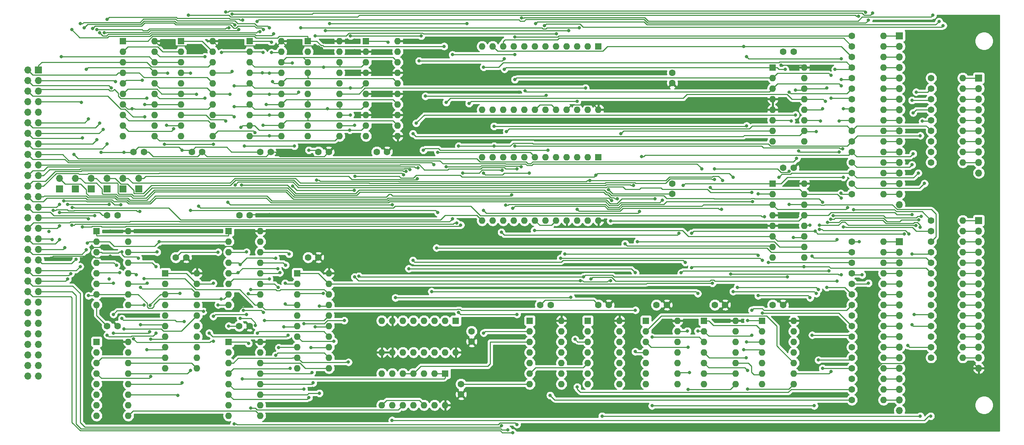
<source format=gbr>
G04 #@! TF.GenerationSoftware,KiCad,Pcbnew,5.1.5+dfsg1-2build2*
G04 #@! TF.CreationDate,2021-02-11T11:00:20+00:00*
G04 #@! TF.ProjectId,instruction,696e7374-7275-4637-9469-6f6e2e6b6963,rev?*
G04 #@! TF.SameCoordinates,Original*
G04 #@! TF.FileFunction,Copper,L1,Top*
G04 #@! TF.FilePolarity,Positive*
%FSLAX46Y46*%
G04 Gerber Fmt 4.6, Leading zero omitted, Abs format (unit mm)*
G04 Created by KiCad (PCBNEW 5.1.5+dfsg1-2build2) date 2021-02-11 11:00:20*
%MOMM*%
%LPD*%
G04 APERTURE LIST*
%ADD10O,1.700000X1.700000*%
%ADD11R,1.700000X1.700000*%
%ADD12O,1.600000X1.600000*%
%ADD13R,1.600000X1.600000*%
%ADD14C,1.600000*%
%ADD15C,0.800000*%
%ADD16C,0.250000*%
%ADD17C,0.254000*%
G04 APERTURE END LIST*
D10*
X54610000Y-78740000D03*
D11*
X54610000Y-81280000D03*
D10*
X50800000Y-78740000D03*
D11*
X50800000Y-81280000D03*
D10*
X46990000Y-78740000D03*
D11*
X46990000Y-81280000D03*
D10*
X43180000Y-78740000D03*
D11*
X43180000Y-81280000D03*
D10*
X39370000Y-78740000D03*
D11*
X39370000Y-81280000D03*
D10*
X35560000Y-78740000D03*
D11*
X35560000Y-81280000D03*
D12*
X102870000Y-45720000D03*
X95250000Y-68580000D03*
X102870000Y-48260000D03*
X95250000Y-66040000D03*
X102870000Y-50800000D03*
X95250000Y-63500000D03*
X102870000Y-53340000D03*
X95250000Y-60960000D03*
X102870000Y-55880000D03*
X95250000Y-58420000D03*
X102870000Y-58420000D03*
X95250000Y-55880000D03*
X102870000Y-60960000D03*
X95250000Y-53340000D03*
X102870000Y-63500000D03*
X95250000Y-50800000D03*
X102870000Y-66040000D03*
X95250000Y-48260000D03*
X102870000Y-68580000D03*
D13*
X95250000Y-45720000D03*
D12*
X58420000Y-45720000D03*
X50800000Y-68580000D03*
X58420000Y-48260000D03*
X50800000Y-66040000D03*
X58420000Y-50800000D03*
X50800000Y-63500000D03*
X58420000Y-53340000D03*
X50800000Y-60960000D03*
X58420000Y-55880000D03*
X50800000Y-58420000D03*
X58420000Y-58420000D03*
X50800000Y-55880000D03*
X58420000Y-60960000D03*
X50800000Y-53340000D03*
X58420000Y-63500000D03*
X50800000Y-50800000D03*
X58420000Y-66040000D03*
X50800000Y-48260000D03*
X58420000Y-68580000D03*
D13*
X50800000Y-45720000D03*
D12*
X116840000Y-45720000D03*
X109220000Y-68580000D03*
X116840000Y-48260000D03*
X109220000Y-66040000D03*
X116840000Y-50800000D03*
X109220000Y-63500000D03*
X116840000Y-53340000D03*
X109220000Y-60960000D03*
X116840000Y-55880000D03*
X109220000Y-58420000D03*
X116840000Y-58420000D03*
X109220000Y-55880000D03*
X116840000Y-60960000D03*
X109220000Y-53340000D03*
X116840000Y-63500000D03*
X109220000Y-50800000D03*
X116840000Y-66040000D03*
X109220000Y-48260000D03*
X116840000Y-68580000D03*
D13*
X109220000Y-45720000D03*
D12*
X72390000Y-45720000D03*
X64770000Y-68580000D03*
X72390000Y-48260000D03*
X64770000Y-66040000D03*
X72390000Y-50800000D03*
X64770000Y-63500000D03*
X72390000Y-53340000D03*
X64770000Y-60960000D03*
X72390000Y-55880000D03*
X64770000Y-58420000D03*
X72390000Y-58420000D03*
X64770000Y-55880000D03*
X72390000Y-60960000D03*
X64770000Y-53340000D03*
X72390000Y-63500000D03*
X64770000Y-50800000D03*
X72390000Y-66040000D03*
X64770000Y-48260000D03*
X72390000Y-68580000D03*
D13*
X64770000Y-45720000D03*
D12*
X88900000Y-45720000D03*
X81280000Y-68580000D03*
X88900000Y-48260000D03*
X81280000Y-66040000D03*
X88900000Y-50800000D03*
X81280000Y-63500000D03*
X88900000Y-53340000D03*
X81280000Y-60960000D03*
X88900000Y-55880000D03*
X81280000Y-58420000D03*
X88900000Y-58420000D03*
X81280000Y-55880000D03*
X88900000Y-60960000D03*
X81280000Y-53340000D03*
X88900000Y-63500000D03*
X81280000Y-50800000D03*
X88900000Y-66040000D03*
X81280000Y-48260000D03*
X88900000Y-68580000D03*
D13*
X81280000Y-45720000D03*
D12*
X170180000Y-113030000D03*
X162560000Y-128270000D03*
X170180000Y-115570000D03*
X162560000Y-125730000D03*
X170180000Y-118110000D03*
X162560000Y-123190000D03*
X170180000Y-120650000D03*
X162560000Y-120650000D03*
X170180000Y-123190000D03*
X162560000Y-118110000D03*
X170180000Y-125730000D03*
X162560000Y-115570000D03*
X170180000Y-128270000D03*
D13*
X162560000Y-113030000D03*
D12*
X83820000Y-118110000D03*
X76200000Y-135890000D03*
X83820000Y-120650000D03*
X76200000Y-133350000D03*
X83820000Y-123190000D03*
X76200000Y-130810000D03*
X83820000Y-125730000D03*
X76200000Y-128270000D03*
X83820000Y-128270000D03*
X76200000Y-125730000D03*
X83820000Y-130810000D03*
X76200000Y-123190000D03*
X83820000Y-133350000D03*
X76200000Y-120650000D03*
X83820000Y-135890000D03*
D13*
X76200000Y-118110000D03*
D12*
X83820000Y-91440000D03*
X76200000Y-109220000D03*
X83820000Y-93980000D03*
X76200000Y-106680000D03*
X83820000Y-96520000D03*
X76200000Y-104140000D03*
X83820000Y-99060000D03*
X76200000Y-101600000D03*
X83820000Y-101600000D03*
X76200000Y-99060000D03*
X83820000Y-104140000D03*
X76200000Y-96520000D03*
X83820000Y-106680000D03*
X76200000Y-93980000D03*
X83820000Y-109220000D03*
D13*
X76200000Y-91440000D03*
D12*
X52070000Y-118110000D03*
X44450000Y-135890000D03*
X52070000Y-120650000D03*
X44450000Y-133350000D03*
X52070000Y-123190000D03*
X44450000Y-130810000D03*
X52070000Y-125730000D03*
X44450000Y-128270000D03*
X52070000Y-128270000D03*
X44450000Y-125730000D03*
X52070000Y-130810000D03*
X44450000Y-123190000D03*
X52070000Y-133350000D03*
X44450000Y-120650000D03*
X52070000Y-135890000D03*
D13*
X44450000Y-118110000D03*
D12*
X52070000Y-91440000D03*
X44450000Y-109220000D03*
X52070000Y-93980000D03*
X44450000Y-106680000D03*
X52070000Y-96520000D03*
X44450000Y-104140000D03*
X52070000Y-99060000D03*
X44450000Y-101600000D03*
X52070000Y-101600000D03*
X44450000Y-99060000D03*
X52070000Y-104140000D03*
X44450000Y-96520000D03*
X52070000Y-106680000D03*
X44450000Y-93980000D03*
X52070000Y-109220000D03*
D13*
X44450000Y-91440000D03*
D12*
X100330000Y-101600000D03*
X92710000Y-124460000D03*
X100330000Y-104140000D03*
X92710000Y-121920000D03*
X100330000Y-106680000D03*
X92710000Y-119380000D03*
X100330000Y-109220000D03*
X92710000Y-116840000D03*
X100330000Y-111760000D03*
X92710000Y-114300000D03*
X100330000Y-114300000D03*
X92710000Y-111760000D03*
X100330000Y-116840000D03*
X92710000Y-109220000D03*
X100330000Y-119380000D03*
X92710000Y-106680000D03*
X100330000Y-121920000D03*
X92710000Y-104140000D03*
X100330000Y-124460000D03*
D13*
X92710000Y-101600000D03*
D12*
X68580000Y-101600000D03*
X60960000Y-124460000D03*
X68580000Y-104140000D03*
X60960000Y-121920000D03*
X68580000Y-106680000D03*
X60960000Y-119380000D03*
X68580000Y-109220000D03*
X60960000Y-116840000D03*
X68580000Y-111760000D03*
X60960000Y-114300000D03*
X68580000Y-114300000D03*
X60960000Y-111760000D03*
X68580000Y-116840000D03*
X60960000Y-109220000D03*
X68580000Y-119380000D03*
X60960000Y-106680000D03*
X68580000Y-121920000D03*
X60960000Y-104140000D03*
X68580000Y-124460000D03*
D13*
X60960000Y-101600000D03*
D12*
X130810000Y-120650000D03*
X113030000Y-113030000D03*
X128270000Y-120650000D03*
X115570000Y-113030000D03*
X125730000Y-120650000D03*
X118110000Y-113030000D03*
X123190000Y-120650000D03*
X120650000Y-113030000D03*
X120650000Y-120650000D03*
X123190000Y-113030000D03*
X118110000Y-120650000D03*
X125730000Y-113030000D03*
X115570000Y-120650000D03*
X128270000Y-113030000D03*
X113030000Y-120650000D03*
D13*
X130810000Y-113030000D03*
D12*
X214630000Y-52070000D03*
X207010000Y-69850000D03*
X214630000Y-54610000D03*
X207010000Y-67310000D03*
X214630000Y-57150000D03*
X207010000Y-64770000D03*
X214630000Y-59690000D03*
X207010000Y-62230000D03*
X214630000Y-62230000D03*
X207010000Y-59690000D03*
X214630000Y-64770000D03*
X207010000Y-57150000D03*
X214630000Y-67310000D03*
X207010000Y-54610000D03*
X214630000Y-69850000D03*
D13*
X207010000Y-52070000D03*
D12*
X214630000Y-80010000D03*
X207010000Y-97790000D03*
X214630000Y-82550000D03*
X207010000Y-95250000D03*
X214630000Y-85090000D03*
X207010000Y-92710000D03*
X214630000Y-87630000D03*
X207010000Y-90170000D03*
X214630000Y-90170000D03*
X207010000Y-87630000D03*
X214630000Y-92710000D03*
X207010000Y-85090000D03*
X214630000Y-95250000D03*
X207010000Y-82550000D03*
X214630000Y-97790000D03*
D13*
X207010000Y-80010000D03*
D12*
X198120000Y-113030000D03*
X190500000Y-128270000D03*
X198120000Y-115570000D03*
X190500000Y-125730000D03*
X198120000Y-118110000D03*
X190500000Y-123190000D03*
X198120000Y-120650000D03*
X190500000Y-120650000D03*
X198120000Y-123190000D03*
X190500000Y-118110000D03*
X198120000Y-125730000D03*
X190500000Y-115570000D03*
X198120000Y-128270000D03*
D13*
X190500000Y-113030000D03*
D12*
X212090000Y-113030000D03*
X204470000Y-128270000D03*
X212090000Y-115570000D03*
X204470000Y-125730000D03*
X212090000Y-118110000D03*
X204470000Y-123190000D03*
X212090000Y-120650000D03*
X204470000Y-120650000D03*
X212090000Y-123190000D03*
X204470000Y-118110000D03*
X212090000Y-125730000D03*
X204470000Y-115570000D03*
X212090000Y-128270000D03*
D13*
X204470000Y-113030000D03*
D12*
X128270000Y-133350000D03*
X113030000Y-125730000D03*
X125730000Y-133350000D03*
X115570000Y-125730000D03*
X123190000Y-133350000D03*
X118110000Y-125730000D03*
X120650000Y-133350000D03*
X120650000Y-125730000D03*
X118110000Y-133350000D03*
X123190000Y-125730000D03*
X115570000Y-133350000D03*
X125730000Y-125730000D03*
X113030000Y-133350000D03*
D13*
X128270000Y-125730000D03*
D12*
X156210000Y-113030000D03*
X148590000Y-128270000D03*
X156210000Y-115570000D03*
X148590000Y-125730000D03*
X156210000Y-118110000D03*
X148590000Y-123190000D03*
X156210000Y-120650000D03*
X148590000Y-120650000D03*
X156210000Y-123190000D03*
X148590000Y-118110000D03*
X156210000Y-125730000D03*
X148590000Y-115570000D03*
X156210000Y-128270000D03*
D13*
X148590000Y-113030000D03*
D12*
X184150000Y-113030000D03*
X176530000Y-128270000D03*
X184150000Y-115570000D03*
X176530000Y-125730000D03*
X184150000Y-118110000D03*
X176530000Y-123190000D03*
X184150000Y-120650000D03*
X176530000Y-120650000D03*
X184150000Y-123190000D03*
X176530000Y-118110000D03*
X184150000Y-125730000D03*
X176530000Y-115570000D03*
X184150000Y-128270000D03*
D13*
X176530000Y-113030000D03*
D12*
X165100000Y-88900000D03*
X137160000Y-73660000D03*
X162560000Y-88900000D03*
X139700000Y-73660000D03*
X160020000Y-88900000D03*
X142240000Y-73660000D03*
X157480000Y-88900000D03*
X144780000Y-73660000D03*
X154940000Y-88900000D03*
X147320000Y-73660000D03*
X152400000Y-88900000D03*
X149860000Y-73660000D03*
X149860000Y-88900000D03*
X152400000Y-73660000D03*
X147320000Y-88900000D03*
X154940000Y-73660000D03*
X144780000Y-88900000D03*
X157480000Y-73660000D03*
X142240000Y-88900000D03*
X160020000Y-73660000D03*
X139700000Y-88900000D03*
X162560000Y-73660000D03*
X137160000Y-88900000D03*
D13*
X165100000Y-73660000D03*
D12*
X165100000Y-62230000D03*
X137160000Y-46990000D03*
X162560000Y-62230000D03*
X139700000Y-46990000D03*
X160020000Y-62230000D03*
X142240000Y-46990000D03*
X157480000Y-62230000D03*
X144780000Y-46990000D03*
X154940000Y-62230000D03*
X147320000Y-46990000D03*
X152400000Y-62230000D03*
X149860000Y-46990000D03*
X149860000Y-62230000D03*
X152400000Y-46990000D03*
X147320000Y-62230000D03*
X154940000Y-46990000D03*
X144780000Y-62230000D03*
X157480000Y-46990000D03*
X142240000Y-62230000D03*
X160020000Y-46990000D03*
X139700000Y-62230000D03*
X162560000Y-46990000D03*
X137160000Y-62230000D03*
D13*
X165100000Y-46990000D03*
D12*
X252730000Y-121920000D03*
D14*
X245110000Y-121920000D03*
D12*
X252730000Y-119380000D03*
D14*
X245110000Y-119380000D03*
D12*
X252730000Y-116840000D03*
D14*
X245110000Y-116840000D03*
D12*
X252730000Y-114300000D03*
D14*
X245110000Y-114300000D03*
D12*
X252730000Y-111760000D03*
D14*
X245110000Y-111760000D03*
D12*
X252730000Y-109220000D03*
D14*
X245110000Y-109220000D03*
D12*
X252730000Y-106680000D03*
D14*
X245110000Y-106680000D03*
D12*
X252730000Y-104140000D03*
D14*
X245110000Y-104140000D03*
D12*
X252730000Y-101600000D03*
D14*
X245110000Y-101600000D03*
D12*
X252730000Y-99060000D03*
D14*
X245110000Y-99060000D03*
D12*
X252730000Y-96520000D03*
D14*
X245110000Y-96520000D03*
D12*
X252730000Y-93980000D03*
D14*
X245110000Y-93980000D03*
D12*
X252730000Y-91440000D03*
D14*
X245110000Y-91440000D03*
D12*
X252730000Y-88900000D03*
D14*
X245110000Y-88900000D03*
D12*
X252730000Y-74930000D03*
D14*
X245110000Y-74930000D03*
D12*
X252730000Y-72390000D03*
D14*
X245110000Y-72390000D03*
D12*
X252730000Y-69850000D03*
D14*
X245110000Y-69850000D03*
D12*
X252730000Y-67310000D03*
D14*
X245110000Y-67310000D03*
D12*
X252730000Y-64770000D03*
D14*
X245110000Y-64770000D03*
D12*
X252730000Y-62230000D03*
D14*
X245110000Y-62230000D03*
D12*
X252730000Y-59690000D03*
D14*
X245110000Y-59690000D03*
D12*
X252730000Y-57150000D03*
D14*
X245110000Y-57150000D03*
D12*
X252730000Y-54610000D03*
D14*
X245110000Y-54610000D03*
D12*
X233680000Y-82550000D03*
D14*
X226060000Y-82550000D03*
D12*
X233680000Y-80010000D03*
D14*
X226060000Y-80010000D03*
D12*
X233680000Y-77470000D03*
D14*
X226060000Y-77470000D03*
D12*
X233680000Y-74930000D03*
D14*
X226060000Y-74930000D03*
D12*
X233680000Y-72390000D03*
D14*
X226060000Y-72390000D03*
D12*
X233680000Y-69850000D03*
D14*
X226060000Y-69850000D03*
D12*
X233680000Y-67310000D03*
D14*
X226060000Y-67310000D03*
D12*
X233680000Y-64770000D03*
D14*
X226060000Y-64770000D03*
D12*
X233680000Y-62230000D03*
D14*
X226060000Y-62230000D03*
D12*
X233680000Y-59690000D03*
D14*
X226060000Y-59690000D03*
D12*
X233680000Y-57150000D03*
D14*
X226060000Y-57150000D03*
D12*
X233680000Y-54610000D03*
D14*
X226060000Y-54610000D03*
D12*
X233680000Y-52070000D03*
D14*
X226060000Y-52070000D03*
D12*
X233680000Y-49530000D03*
D14*
X226060000Y-49530000D03*
D12*
X233680000Y-46990000D03*
D14*
X226060000Y-46990000D03*
D12*
X233680000Y-44450000D03*
D14*
X226060000Y-44450000D03*
D12*
X233680000Y-132080000D03*
D14*
X226060000Y-132080000D03*
D12*
X233680000Y-129540000D03*
D14*
X226060000Y-129540000D03*
D12*
X233680000Y-127000000D03*
D14*
X226060000Y-127000000D03*
D12*
X233680000Y-124460000D03*
D14*
X226060000Y-124460000D03*
D12*
X233680000Y-121920000D03*
D14*
X226060000Y-121920000D03*
D12*
X233680000Y-119380000D03*
D14*
X226060000Y-119380000D03*
D12*
X233680000Y-116840000D03*
D14*
X226060000Y-116840000D03*
D12*
X233680000Y-114300000D03*
D14*
X226060000Y-114300000D03*
D12*
X233680000Y-111760000D03*
D14*
X226060000Y-111760000D03*
D12*
X233680000Y-109220000D03*
D14*
X226060000Y-109220000D03*
D12*
X233680000Y-106680000D03*
D14*
X226060000Y-106680000D03*
D12*
X233680000Y-104140000D03*
D14*
X226060000Y-104140000D03*
D12*
X233680000Y-101600000D03*
D14*
X226060000Y-101600000D03*
D12*
X233680000Y-99060000D03*
D14*
X226060000Y-99060000D03*
D12*
X233680000Y-96520000D03*
D14*
X226060000Y-96520000D03*
D12*
X233680000Y-93980000D03*
D14*
X226060000Y-93980000D03*
D10*
X256540000Y-124460000D03*
X256540000Y-121920000D03*
X256540000Y-119380000D03*
X256540000Y-116840000D03*
X256540000Y-114300000D03*
X256540000Y-111760000D03*
X256540000Y-109220000D03*
X256540000Y-106680000D03*
X256540000Y-104140000D03*
X256540000Y-101600000D03*
X256540000Y-99060000D03*
X256540000Y-96520000D03*
X256540000Y-93980000D03*
X256540000Y-91440000D03*
D11*
X256540000Y-88900000D03*
D10*
X256540000Y-77470000D03*
X256540000Y-74930000D03*
X256540000Y-72390000D03*
X256540000Y-69850000D03*
X256540000Y-67310000D03*
X256540000Y-64770000D03*
X256540000Y-62230000D03*
X256540000Y-59690000D03*
X256540000Y-57150000D03*
D11*
X256540000Y-54610000D03*
D10*
X237490000Y-85090000D03*
X237490000Y-82550000D03*
X237490000Y-80010000D03*
X237490000Y-77470000D03*
X237490000Y-74930000D03*
X237490000Y-72390000D03*
X237490000Y-69850000D03*
X237490000Y-67310000D03*
X237490000Y-64770000D03*
X237490000Y-62230000D03*
X237490000Y-59690000D03*
X237490000Y-57150000D03*
X237490000Y-54610000D03*
X237490000Y-52070000D03*
X237490000Y-49530000D03*
X237490000Y-46990000D03*
D11*
X237490000Y-44450000D03*
D10*
X237490000Y-134620000D03*
X237490000Y-132080000D03*
X237490000Y-129540000D03*
X237490000Y-127000000D03*
X237490000Y-124460000D03*
X237490000Y-121920000D03*
X237490000Y-119380000D03*
X237490000Y-116840000D03*
X237490000Y-114300000D03*
X237490000Y-111760000D03*
X237490000Y-109220000D03*
X237490000Y-106680000D03*
X237490000Y-104140000D03*
X237490000Y-101600000D03*
X237490000Y-99060000D03*
X237490000Y-96520000D03*
D11*
X237490000Y-93980000D03*
D10*
X27940000Y-126365000D03*
X30480000Y-126365000D03*
X27940000Y-123825000D03*
X30480000Y-123825000D03*
X27940000Y-121285000D03*
X30480000Y-121285000D03*
X27940000Y-118745000D03*
X30480000Y-118745000D03*
X27940000Y-116205000D03*
X30480000Y-116205000D03*
X27940000Y-113665000D03*
X30480000Y-113665000D03*
X27940000Y-111125000D03*
X30480000Y-111125000D03*
X27940000Y-108585000D03*
X30480000Y-108585000D03*
X27940000Y-106045000D03*
X30480000Y-106045000D03*
X27940000Y-103505000D03*
X30480000Y-103505000D03*
X27940000Y-100965000D03*
X30480000Y-100965000D03*
X27940000Y-98425000D03*
X30480000Y-98425000D03*
X27940000Y-95885000D03*
X30480000Y-95885000D03*
X27940000Y-93345000D03*
X30480000Y-93345000D03*
X27940000Y-90805000D03*
X30480000Y-90805000D03*
X27940000Y-88265000D03*
X30480000Y-88265000D03*
X27940000Y-85725000D03*
X30480000Y-85725000D03*
X27940000Y-83185000D03*
X30480000Y-83185000D03*
X27940000Y-80645000D03*
X30480000Y-80645000D03*
X27940000Y-78105000D03*
X30480000Y-78105000D03*
X27940000Y-75565000D03*
X30480000Y-75565000D03*
X27940000Y-73025000D03*
X30480000Y-73025000D03*
X27940000Y-70485000D03*
X30480000Y-70485000D03*
X27940000Y-67945000D03*
X30480000Y-67945000D03*
X27940000Y-65405000D03*
X30480000Y-65405000D03*
X27940000Y-62865000D03*
X30480000Y-62865000D03*
X27940000Y-60325000D03*
X30480000Y-60325000D03*
X27940000Y-57785000D03*
X30480000Y-57785000D03*
X27940000Y-55245000D03*
X30480000Y-55245000D03*
X27940000Y-52705000D03*
D11*
X30480000Y-52705000D03*
D14*
X97790000Y-72390000D03*
X100290000Y-72390000D03*
X53340000Y-72390000D03*
X55840000Y-72390000D03*
X111800000Y-72390000D03*
X114300000Y-72390000D03*
X67350000Y-72390000D03*
X69850000Y-72390000D03*
X83820000Y-72390000D03*
X86320000Y-72390000D03*
X165100000Y-109220000D03*
X167600000Y-109220000D03*
X78740000Y-114300000D03*
X81240000Y-114300000D03*
X78780000Y-87630000D03*
X81280000Y-87630000D03*
X46990000Y-114300000D03*
X49490000Y-114300000D03*
X46990000Y-87630000D03*
X49490000Y-87630000D03*
X95290000Y-97790000D03*
X97790000Y-97790000D03*
X63500000Y-97790000D03*
X66000000Y-97790000D03*
X134620000Y-115570000D03*
X134620000Y-118070000D03*
X209550000Y-48260000D03*
X212050000Y-48260000D03*
X209550000Y-76200000D03*
X212050000Y-76200000D03*
X193080000Y-109220000D03*
X195580000Y-109220000D03*
X207010000Y-109220000D03*
X209510000Y-109220000D03*
X132080000Y-128270000D03*
X132080000Y-130770000D03*
X151130000Y-109220000D03*
X153630000Y-109220000D03*
X179070000Y-109220000D03*
X181570000Y-109220000D03*
X182880000Y-80010000D03*
X182880000Y-82510000D03*
X182880000Y-53340000D03*
X182880000Y-55840000D03*
D15*
X76200000Y-114300000D03*
X73660000Y-109220000D03*
X35560000Y-90170000D03*
X35500000Y-87000000D03*
X47500000Y-103000000D03*
X95500000Y-72000000D03*
X86000000Y-63500000D03*
X86000000Y-68500000D03*
X86000000Y-58500000D03*
X86000000Y-53500000D03*
X74500000Y-48500000D03*
X84500000Y-48500000D03*
X84340000Y-53340000D03*
X93000000Y-58000000D03*
X65000000Y-72000000D03*
X51000000Y-72500000D03*
X45500000Y-72500000D03*
X137500000Y-77500000D03*
X148500000Y-77500000D03*
X73660000Y-96520000D03*
X71120000Y-101600000D03*
X71120000Y-110490000D03*
X81280000Y-109220000D03*
X33020000Y-91530010D03*
X33500000Y-98000000D03*
X47715010Y-97500000D03*
X47715010Y-91500000D03*
X209000000Y-51500000D03*
X231500000Y-125500000D03*
X167500000Y-81500000D03*
X74000000Y-95000000D03*
X74000000Y-91500000D03*
X86000000Y-87500000D03*
X69500000Y-47000000D03*
X157500000Y-56000000D03*
X146000000Y-56000000D03*
X146000000Y-58000000D03*
X106500000Y-48000000D03*
X106500000Y-45500000D03*
X99000000Y-46000000D03*
X98500000Y-47500000D03*
X112500000Y-48500000D03*
X112500000Y-48500000D03*
X112500000Y-63500000D03*
X112500000Y-58500000D03*
X112500000Y-53500000D03*
X47500000Y-95500000D03*
X43495827Y-95495520D03*
X213000000Y-87500000D03*
X111500000Y-100000000D03*
X181860000Y-113230000D03*
X243500000Y-80000000D03*
X225000000Y-85815010D03*
X144500000Y-140000000D03*
X144500000Y-86000000D03*
X203500000Y-82500000D03*
X242000000Y-77500000D03*
X241500000Y-58000000D03*
X143338879Y-139274990D03*
X208500000Y-78500000D03*
X142846214Y-85206542D03*
X202181876Y-84364990D03*
X240500000Y-75500000D03*
X240500000Y-60000000D03*
X141769141Y-138329715D03*
X224000000Y-78500000D03*
X185500000Y-80500000D03*
X141769141Y-91730859D03*
X184500000Y-92020011D03*
X137500000Y-116000000D03*
X240774990Y-72844398D03*
X240774990Y-63000000D03*
X37500000Y-103000000D03*
X175500000Y-73500000D03*
X137500000Y-86500000D03*
X175000000Y-86725010D03*
X38545519Y-85824979D03*
X242500000Y-68500000D03*
X243000000Y-65000000D03*
X38500000Y-90000000D03*
X38225010Y-101690010D03*
X131000000Y-89500000D03*
X131500000Y-71000000D03*
X140000000Y-71000000D03*
X131500000Y-111000000D03*
X145500000Y-111500000D03*
X40500000Y-100000000D03*
X41000000Y-90500000D03*
X143000000Y-67500000D03*
X132000000Y-90000000D03*
X132500000Y-77500000D03*
X142000000Y-76860044D03*
X39500000Y-98225010D03*
X42000000Y-96000000D03*
X37500000Y-85000000D03*
X36774990Y-95482102D03*
X47450522Y-85075043D03*
X35500000Y-93500000D03*
X36517898Y-84225010D03*
X50288214Y-85125032D03*
X34000000Y-86500000D03*
X54797529Y-86725010D03*
X33745010Y-93500000D03*
X145000000Y-44725010D03*
X130000000Y-88500000D03*
X130000000Y-49000000D03*
X145000000Y-49000000D03*
X59500000Y-94000000D03*
X79500000Y-127000000D03*
X42500000Y-88500000D03*
X42252758Y-94359768D03*
X81000000Y-118500000D03*
X44000000Y-87725010D03*
X81512660Y-134039989D03*
X35500000Y-85000000D03*
X180500000Y-84000000D03*
X178724929Y-83685021D03*
X120500000Y-98500000D03*
X186000000Y-99000000D03*
X118848169Y-77116303D03*
X119500000Y-100500000D03*
X174000000Y-101500000D03*
X118259865Y-77924957D03*
X220000000Y-57000000D03*
X221517898Y-87725010D03*
X242707655Y-87920961D03*
X212500000Y-63500000D03*
X212500000Y-57500000D03*
X121274990Y-65500000D03*
X121706943Y-76225010D03*
X240500000Y-114000000D03*
X217500000Y-67500000D03*
X239724046Y-92130808D03*
X120500000Y-68000000D03*
X218274990Y-91017898D03*
X119741036Y-76665956D03*
X218500000Y-65000000D03*
X241000000Y-111500000D03*
X241450588Y-90107255D03*
X39000000Y-73000000D03*
X218274990Y-90017898D03*
X212775010Y-73986329D03*
X222500000Y-93500000D03*
X211500000Y-65000000D03*
X223382916Y-82357596D03*
X226500000Y-86274990D03*
X222987340Y-72464989D03*
X145505010Y-76500000D03*
X149715001Y-91295001D03*
X213208328Y-72150022D03*
X202000000Y-116500000D03*
X125500000Y-75500000D03*
X125000000Y-106000000D03*
X189000000Y-106500000D03*
X189000000Y-115500000D03*
X190000000Y-76500000D03*
X47000000Y-70500000D03*
X47000000Y-40500000D03*
X95500000Y-131500000D03*
X99000000Y-52000000D03*
X98942646Y-106492238D03*
X79564124Y-40675019D03*
X105494999Y-57005001D03*
X44500000Y-69500000D03*
X44500000Y-43000000D03*
X77500000Y-56500000D03*
X94274990Y-129500000D03*
X104000000Y-113000000D03*
X94274990Y-113774990D03*
X76230408Y-42519956D03*
X41000000Y-69000000D03*
X41500000Y-42500000D03*
X77500000Y-61500000D03*
X91000000Y-124500000D03*
X100000000Y-62000000D03*
X101500000Y-118000000D03*
X77691362Y-41876507D03*
X105500000Y-63500000D03*
X105334999Y-67165001D03*
X46000000Y-67000000D03*
X46274990Y-43725010D03*
X105000000Y-123000000D03*
X79174999Y-66500000D03*
X78668028Y-42969967D03*
X84500000Y-66000000D03*
X45225010Y-65500000D03*
X45225010Y-43725010D03*
X86000000Y-103000000D03*
X87500000Y-121339989D03*
X83725010Y-43500000D03*
X42500000Y-64500000D03*
X43500000Y-42725010D03*
X78500000Y-101500000D03*
X79000000Y-112500000D03*
X88000000Y-100500000D03*
X84565314Y-42957862D03*
X83094990Y-116000000D03*
X82635117Y-114140437D03*
X85274990Y-60987340D03*
X40500000Y-41500000D03*
X86000000Y-42500000D03*
X79000000Y-99500000D03*
X79725010Y-110500000D03*
X87500000Y-98000000D03*
X84545010Y-111000000D03*
X84812452Y-112997132D03*
X86725010Y-55500000D03*
X38500000Y-43000000D03*
X87000000Y-44000000D03*
X80500000Y-96500000D03*
X81500000Y-105500000D03*
X80000000Y-71000000D03*
X92000000Y-71000000D03*
X91500000Y-51000000D03*
X36000000Y-49500000D03*
X48500000Y-116000000D03*
X57225010Y-115725010D03*
X64500000Y-106500000D03*
X57330012Y-109297521D03*
X61500000Y-53500000D03*
X42000000Y-52500000D03*
X40774990Y-60487336D03*
X47000000Y-116500000D03*
X58725010Y-116017898D03*
X56000000Y-64000000D03*
X56000000Y-61000000D03*
X57500000Y-117500000D03*
X57500000Y-126455010D03*
X56500000Y-59500000D03*
X61274990Y-65982102D03*
X48000000Y-57000000D03*
X48500000Y-104000000D03*
X48500000Y-111500000D03*
X70130000Y-110770000D03*
X49000000Y-55500000D03*
X53000000Y-62000000D03*
X50000000Y-101500000D03*
X50500000Y-112500000D03*
X65517898Y-113225010D03*
X49225010Y-99700521D03*
X51000000Y-115000000D03*
X50500000Y-96500000D03*
X54500000Y-98000000D03*
X55000000Y-105000000D03*
X170500000Y-68000000D03*
X168271834Y-84135032D03*
X66500000Y-39500000D03*
X227774990Y-94000000D03*
X227684298Y-39725010D03*
X67000000Y-53500000D03*
X67000000Y-86500000D03*
X126500000Y-87000000D03*
X126175021Y-95500000D03*
X55410000Y-55120000D03*
X68500000Y-58500000D03*
X69000000Y-85500000D03*
X205000000Y-88000000D03*
X206000000Y-99000000D03*
X75500000Y-65000000D03*
X75500000Y-38750000D03*
X228500000Y-102000000D03*
X229366106Y-38774990D03*
X63006372Y-66821788D03*
X230000000Y-104000000D03*
X83000000Y-41000000D03*
X230045519Y-40675021D03*
X82544389Y-67774990D03*
X60747598Y-70539989D03*
X72512660Y-70539989D03*
X70500000Y-59500000D03*
X77500000Y-64000000D03*
X219000000Y-84500000D03*
X220000000Y-105000000D03*
X79308452Y-80374968D03*
X76500000Y-58500000D03*
X202000000Y-110500000D03*
X77758436Y-80374968D03*
X202000000Y-82150009D03*
X70500000Y-49500000D03*
X77000000Y-53000000D03*
X77000000Y-39200020D03*
X231000000Y-39000000D03*
X155000000Y-44000000D03*
X96987340Y-44487340D03*
X156000000Y-98000000D03*
X204487340Y-98512660D03*
X204500000Y-111179989D03*
X158000000Y-43225010D03*
X99500000Y-43225010D03*
X157000000Y-97000000D03*
X203500000Y-107000000D03*
X216000000Y-107500000D03*
X216500000Y-116500000D03*
X203500000Y-97274990D03*
X160500000Y-42500000D03*
X93500000Y-42500000D03*
X223500000Y-102000000D03*
X196880865Y-101774990D03*
X194712296Y-86193232D03*
X160000000Y-86225010D03*
X197500000Y-106000000D03*
X217500000Y-106500000D03*
X218000000Y-122500000D03*
X97340904Y-79189991D03*
X163012660Y-79274990D03*
X194987155Y-79284990D03*
X106500000Y-66000000D03*
X164500000Y-78000000D03*
X197500000Y-78500000D03*
X198500000Y-105000000D03*
X218000000Y-105500000D03*
X219000000Y-124500000D03*
X106558216Y-78289969D03*
X162000000Y-57000000D03*
X222500000Y-103500000D03*
X163321487Y-102964979D03*
X100500000Y-41500000D03*
X133500000Y-41500000D03*
X134000000Y-60725010D03*
X160000000Y-60225010D03*
X160000000Y-129000000D03*
X123500000Y-59000000D03*
X122500000Y-44500000D03*
X105500000Y-44500000D03*
X152512660Y-58774990D03*
X153500000Y-131000000D03*
X142500000Y-50000000D03*
X122000000Y-50500000D03*
X121545519Y-78824979D03*
X200000000Y-47000000D03*
X200000000Y-120000000D03*
X137500000Y-52000000D03*
X222000000Y-52500000D03*
X221000000Y-125225010D03*
X201000000Y-113000000D03*
X223500000Y-55000000D03*
X223500000Y-50000000D03*
X200725010Y-49500000D03*
X140000000Y-66225010D03*
X200737171Y-66134979D03*
X142500000Y-52500000D03*
X210000000Y-52500000D03*
X211000000Y-58000000D03*
X145000000Y-55000000D03*
X221000000Y-54000000D03*
X221000000Y-59500000D03*
X147500000Y-57725010D03*
X223500000Y-56500000D03*
X224000000Y-62000000D03*
X223000000Y-65000000D03*
X145000000Y-71000000D03*
X144272332Y-82774990D03*
X223833496Y-71700011D03*
X128500000Y-76000000D03*
X146500000Y-76000000D03*
X245500000Y-39500000D03*
X146626928Y-40175021D03*
X247000000Y-41000000D03*
X126500000Y-72500000D03*
X150012660Y-41512660D03*
X123000000Y-72000000D03*
X248000000Y-42000000D03*
X153000000Y-72000000D03*
X152132614Y-42025052D03*
X223500000Y-83500000D03*
X224000000Y-90500000D03*
X72500000Y-104000000D03*
X71500000Y-116000000D03*
X90500000Y-116500000D03*
X192500000Y-104000000D03*
X192000000Y-81000000D03*
X161500000Y-102500000D03*
X114500000Y-46000000D03*
X210500000Y-102500000D03*
X211000000Y-85000000D03*
X107500000Y-102325010D03*
X106500000Y-102500000D03*
X240500000Y-87500000D03*
X240500000Y-97000000D03*
X168000000Y-89000000D03*
X91554010Y-80619458D03*
X106428321Y-81675019D03*
X160725010Y-103414990D03*
X168061938Y-103414990D03*
X86500000Y-46000000D03*
X86500000Y-48500000D03*
X216500000Y-97500000D03*
X216000000Y-90000000D03*
X217000000Y-133500000D03*
X178000000Y-133500000D03*
X214500000Y-100000000D03*
X187000000Y-125500000D03*
X187500000Y-100274990D03*
X115500000Y-137000000D03*
X245000000Y-136000000D03*
X220962279Y-88556461D03*
X242130856Y-88737862D03*
X128000000Y-47000000D03*
X128500000Y-60500000D03*
X219665467Y-60240574D03*
X219000000Y-62000000D03*
X242434572Y-90503168D03*
X220225010Y-89349386D03*
X185000000Y-101500000D03*
X220500000Y-101000000D03*
X239500000Y-119000000D03*
X238678227Y-92110309D03*
X217225010Y-91500000D03*
X186500000Y-115500000D03*
X187500000Y-91984990D03*
X242500000Y-136000000D03*
X166000000Y-136000000D03*
X174000000Y-110500000D03*
X173961105Y-120464995D03*
X55880000Y-109220000D03*
X55880000Y-102870000D03*
X186690000Y-119380000D03*
X186690000Y-129540000D03*
X178000000Y-117000000D03*
X42500000Y-107000000D03*
X145500000Y-138000000D03*
X77500000Y-137874968D03*
X74385010Y-107805001D03*
X200660000Y-121920000D03*
X200725010Y-118110000D03*
X201000000Y-125000000D03*
X201000000Y-129500000D03*
X171500000Y-94500000D03*
X169672525Y-83685021D03*
X193000000Y-79000000D03*
X193000000Y-76500000D03*
X210936394Y-77048462D03*
X212000000Y-93000000D03*
X173500000Y-80500000D03*
X174500000Y-94000000D03*
X56500000Y-120000000D03*
X56605010Y-104000000D03*
X64000000Y-131000000D03*
X54000000Y-102000000D03*
X55000000Y-114000000D03*
X65000000Y-128000000D03*
X58725010Y-100017898D03*
X67000000Y-125000000D03*
X59000000Y-96500000D03*
X88225010Y-119517898D03*
X88113350Y-105058145D03*
X98000000Y-130500000D03*
X98000000Y-109500000D03*
X88500000Y-101500000D03*
X89500000Y-114500000D03*
X96500000Y-128000000D03*
X97000000Y-114500000D03*
X89875165Y-99650155D03*
X89774990Y-108982102D03*
X96000000Y-119500000D03*
X96224790Y-125482102D03*
X90750011Y-97000000D03*
X89774990Y-103985053D03*
X72500000Y-118000000D03*
X72500000Y-112000000D03*
X80500000Y-111500000D03*
X80927660Y-106572340D03*
X53280929Y-117407391D03*
X76000000Y-84500000D03*
X159500000Y-117500000D03*
X115523165Y-85125032D03*
X116295010Y-107500000D03*
X158502956Y-107369989D03*
D16*
X76200000Y-114300000D02*
X78740000Y-114300000D01*
X63500000Y-97790000D02*
X64770000Y-96520000D01*
X73660000Y-109220000D02*
X76200000Y-109220000D01*
X34925000Y-90805000D02*
X35560000Y-90170000D01*
X30480000Y-90805000D02*
X34925000Y-90805000D01*
X35500000Y-87000000D02*
X45228630Y-87000000D01*
X45228630Y-87000000D02*
X45858630Y-87630000D01*
X45858630Y-87630000D02*
X46990000Y-87630000D01*
X44450000Y-111760000D02*
X46990000Y-114300000D01*
X44450000Y-109220000D02*
X44450000Y-111760000D01*
X132080000Y-128270000D02*
X148590000Y-128270000D01*
X97400000Y-72000000D02*
X97790000Y-72390000D01*
X95500000Y-72000000D02*
X97400000Y-72000000D01*
X81280000Y-63500000D02*
X86000000Y-63500000D01*
X86000000Y-63500000D02*
X88900000Y-63500000D01*
X88820000Y-68500000D02*
X88900000Y-68580000D01*
X86000000Y-68500000D02*
X88820000Y-68500000D01*
X86000000Y-68500000D02*
X81360000Y-68500000D01*
X81360000Y-68500000D02*
X81280000Y-68580000D01*
X81280000Y-53340000D02*
X88900000Y-53340000D01*
X81280000Y-58420000D02*
X88900000Y-58420000D01*
X74740000Y-48260000D02*
X74500000Y-48500000D01*
X81280000Y-48260000D02*
X74740000Y-48260000D01*
X84260000Y-48260000D02*
X84500000Y-48500000D01*
X81280000Y-48260000D02*
X84260000Y-48260000D01*
X92580000Y-58420000D02*
X93000000Y-58000000D01*
X88900000Y-58420000D02*
X92580000Y-58420000D01*
X66960000Y-72000000D02*
X67350000Y-72390000D01*
X65000000Y-72000000D02*
X66960000Y-72000000D01*
X53230000Y-72500000D02*
X53340000Y-72390000D01*
X51000000Y-72500000D02*
X53230000Y-72500000D01*
X64600001Y-71600001D02*
X65000000Y-72000000D01*
X54465001Y-71264999D02*
X64264999Y-71264999D01*
X64264999Y-71264999D02*
X64600001Y-71600001D01*
X53340000Y-72390000D02*
X54465001Y-71264999D01*
X67350000Y-72390000D02*
X67350000Y-72150000D01*
X68235001Y-71264999D02*
X75764999Y-71264999D01*
X67350000Y-72150000D02*
X68235001Y-71264999D01*
X76890000Y-72390000D02*
X83820000Y-72390000D01*
X75764999Y-71264999D02*
X76890000Y-72390000D01*
X51000000Y-72500000D02*
X45500000Y-72500000D01*
X142433048Y-77500000D02*
X148500000Y-77500000D01*
X137899999Y-77899999D02*
X142033049Y-77899999D01*
X137500000Y-77500000D02*
X137899999Y-77899999D01*
X142033049Y-77899999D02*
X142433048Y-77500000D01*
X163974999Y-108094999D02*
X164300001Y-108420001D01*
X164300001Y-108420001D02*
X165100000Y-109220000D01*
X152255001Y-108094999D02*
X163974999Y-108094999D01*
X151130000Y-109220000D02*
X152255001Y-108094999D01*
X154140001Y-61430001D02*
X154940000Y-62230000D01*
X153814999Y-61104999D02*
X154140001Y-61430001D01*
X150985001Y-61104999D02*
X153814999Y-61104999D01*
X149860000Y-62230000D02*
X150985001Y-61104999D01*
X154140001Y-89699999D02*
X154940000Y-88900000D01*
X153814999Y-90025001D02*
X154140001Y-89699999D01*
X150985001Y-90025001D02*
X153814999Y-90025001D01*
X149860000Y-88900000D02*
X150985001Y-90025001D01*
X64770000Y-96520000D02*
X73660000Y-96520000D01*
X68580000Y-101600000D02*
X71120000Y-101600000D01*
X79377009Y-109774999D02*
X80725001Y-109774999D01*
X78662008Y-110490000D02*
X79377009Y-109774999D01*
X71120000Y-110490000D02*
X78662008Y-110490000D01*
X80725001Y-109774999D02*
X81280000Y-109220000D01*
X44164997Y-97899999D02*
X47315011Y-97899999D01*
X43764998Y-97500000D02*
X44164997Y-97899999D01*
X47315011Y-97899999D02*
X47715010Y-97500000D01*
X33500000Y-98000000D02*
X34000000Y-97500000D01*
X47775010Y-91440000D02*
X47715010Y-91500000D01*
X214060000Y-51500000D02*
X214630000Y-52070000D01*
X209000000Y-51500000D02*
X214060000Y-51500000D01*
X231500000Y-124974998D02*
X231500000Y-125500000D01*
X233189999Y-123284999D02*
X231500000Y-124974998D01*
X255364999Y-123284999D02*
X233189999Y-123284999D01*
X256540000Y-124460000D02*
X255364999Y-123284999D01*
X182880000Y-82510000D02*
X168510000Y-82510000D01*
X168510000Y-82510000D02*
X167500000Y-81500000D01*
X74105001Y-95105001D02*
X74000000Y-95000000D01*
X81410000Y-87500000D02*
X81280000Y-87630000D01*
X86000000Y-87500000D02*
X81410000Y-87500000D01*
X88100001Y-46519999D02*
X88900000Y-45720000D01*
X87774999Y-46845001D02*
X88100001Y-46519999D01*
X73515001Y-46845001D02*
X87774999Y-46845001D01*
X72390000Y-45720000D02*
X73515001Y-46845001D01*
X59545001Y-46845001D02*
X59219999Y-46519999D01*
X69500000Y-47000000D02*
X69345001Y-46845001D01*
X59219999Y-46519999D02*
X58420000Y-45720000D01*
X69345001Y-46845001D02*
X59545001Y-46845001D01*
X99490001Y-73189999D02*
X100290000Y-72390000D01*
X99164999Y-73515001D02*
X99490001Y-73189999D01*
X87451370Y-72390000D02*
X88576371Y-73515001D01*
X88576371Y-73515001D02*
X99164999Y-73515001D01*
X86320000Y-72390000D02*
X87451370Y-72390000D01*
X85520001Y-73189999D02*
X86320000Y-72390000D01*
X85194999Y-73515001D02*
X85520001Y-73189999D01*
X70975001Y-73515001D02*
X85194999Y-73515001D01*
X69850000Y-72390000D02*
X70975001Y-73515001D01*
X69050001Y-73189999D02*
X69850000Y-72390000D01*
X68724999Y-73515001D02*
X69050001Y-73189999D01*
X58096371Y-73515001D02*
X68724999Y-73515001D01*
X56971370Y-72390000D02*
X58096371Y-73515001D01*
X55840000Y-72390000D02*
X56971370Y-72390000D01*
X163974999Y-61104999D02*
X164300001Y-61430001D01*
X157480000Y-62230000D02*
X158605001Y-61104999D01*
X164300001Y-61430001D02*
X165100000Y-62230000D01*
X158605001Y-61104999D02*
X163974999Y-61104999D01*
X157500000Y-56000000D02*
X146000000Y-56000000D01*
X106760000Y-48260000D02*
X106500000Y-48000000D01*
X109220000Y-48260000D02*
X106760000Y-48260000D01*
X103090000Y-45500000D02*
X102870000Y-45720000D01*
X106500000Y-45500000D02*
X103090000Y-45500000D01*
X99280000Y-45720000D02*
X99000000Y-46000000D01*
X102870000Y-45720000D02*
X99280000Y-45720000D01*
X97845001Y-46845001D02*
X90025001Y-46845001D01*
X89699999Y-46519999D02*
X88900000Y-45720000D01*
X90025001Y-46845001D02*
X89699999Y-46519999D01*
X98500000Y-47500000D02*
X97845001Y-46845001D01*
X109220000Y-53340000D02*
X116840000Y-53340000D01*
X109220000Y-63500000D02*
X116840000Y-63500000D01*
X109220000Y-58420000D02*
X116840000Y-58420000D01*
X43596348Y-95394999D02*
X43495827Y-95495520D01*
X47500000Y-95500000D02*
X46934315Y-95500000D01*
X46829314Y-95394999D02*
X43596348Y-95394999D01*
X46934315Y-95500000D02*
X46829314Y-95394999D01*
X212870000Y-87630000D02*
X213000000Y-87500000D01*
X207010000Y-87630000D02*
X212870000Y-87630000D01*
X183950000Y-113230000D02*
X184150000Y-113030000D01*
X181860000Y-113230000D02*
X183950000Y-113230000D01*
X80154999Y-95105001D02*
X74105001Y-95105001D01*
X34000000Y-97500000D02*
X43764998Y-97500000D01*
X242314999Y-81185001D02*
X243500000Y-80000000D01*
X227235001Y-81185001D02*
X242314999Y-81185001D01*
X226060000Y-80010000D02*
X227235001Y-81185001D01*
X208135009Y-86215009D02*
X224600001Y-86215009D01*
X207010000Y-85090000D02*
X208135009Y-86215009D01*
X224600001Y-86215009D02*
X225000000Y-85815010D01*
X29115001Y-107220001D02*
X38220001Y-107220001D01*
X27940000Y-106045000D02*
X29115001Y-107220001D01*
X38220001Y-107220001D02*
X38500000Y-107500000D01*
X38500000Y-107500000D02*
X38500000Y-137500000D01*
X38500000Y-137500000D02*
X40500000Y-139500000D01*
X40500000Y-139500000D02*
X141000000Y-139500000D01*
X141000000Y-139500000D02*
X141500000Y-139500000D01*
X142000000Y-140000000D02*
X144500000Y-140000000D01*
X141500000Y-139500000D02*
X142000000Y-140000000D01*
X145000000Y-85500000D02*
X144899999Y-85600001D01*
X144899999Y-85600001D02*
X144500000Y-86000000D01*
X166654568Y-85500000D02*
X145000000Y-85500000D01*
X167364633Y-86210066D02*
X166654568Y-85500000D01*
X190000000Y-85500000D02*
X170839783Y-85500000D01*
X170129717Y-86210066D02*
X167364633Y-86210066D01*
X170839783Y-85500000D02*
X170129717Y-86210066D01*
X190410000Y-85090000D02*
X190000000Y-85500000D01*
X207010000Y-85090000D02*
X190410000Y-85090000D01*
X206960000Y-82500000D02*
X207010000Y-82550000D01*
X203500000Y-82500000D02*
X206960000Y-82500000D01*
X240854999Y-78645001D02*
X242000000Y-77500000D01*
X227235001Y-78645001D02*
X240854999Y-78645001D01*
X226060000Y-77470000D02*
X227235001Y-78645001D01*
X244260000Y-58000000D02*
X245110000Y-57150000D01*
X241500000Y-58000000D02*
X244260000Y-58000000D01*
X142773194Y-139274990D02*
X143338879Y-139274990D01*
X141686400Y-139049989D02*
X141911401Y-139274990D01*
X40686399Y-139049989D02*
X141686400Y-139049989D01*
X141911401Y-139274990D02*
X142773194Y-139274990D01*
X39500000Y-137863590D02*
X40686399Y-139049989D01*
X39500000Y-107000000D02*
X39500000Y-137863590D01*
X38545000Y-106045000D02*
X39500000Y-107000000D01*
X30480000Y-106045000D02*
X38545000Y-106045000D01*
X211282848Y-77775012D02*
X209224988Y-77775012D01*
X209224988Y-77775012D02*
X208899999Y-78100001D01*
X226060000Y-77470000D02*
X211587860Y-77470000D01*
X211587860Y-77470000D02*
X211282848Y-77775012D01*
X208899999Y-78100001D02*
X208500000Y-78500000D01*
X181498599Y-84364990D02*
X201616191Y-84364990D01*
X170653383Y-85049989D02*
X180813600Y-85049989D01*
X169943317Y-85760055D02*
X170653383Y-85049989D01*
X166840967Y-85049989D02*
X167551033Y-85760055D01*
X180813600Y-85049989D02*
X181498599Y-84364990D01*
X167551033Y-85760055D02*
X169943317Y-85760055D01*
X143411899Y-85206542D02*
X143568452Y-85049989D01*
X201616191Y-84364990D02*
X202181876Y-84364990D01*
X143568452Y-85049989D02*
X166840967Y-85049989D01*
X142846214Y-85206542D02*
X143411899Y-85206542D01*
X239894999Y-76105001D02*
X240500000Y-75500000D01*
X227235001Y-76105001D02*
X239894999Y-76105001D01*
X226060000Y-74930000D02*
X227235001Y-76105001D01*
X244800000Y-60000000D02*
X245110000Y-59690000D01*
X240500000Y-60000000D02*
X244800000Y-60000000D01*
X27940000Y-103505000D02*
X29115001Y-104680001D01*
X40500000Y-137500000D02*
X41599978Y-138599978D01*
X141498878Y-138599978D02*
X141769141Y-138329715D01*
X38680001Y-104680001D02*
X40500000Y-106500000D01*
X41599978Y-138599978D02*
X141498878Y-138599978D01*
X29115001Y-104680001D02*
X38680001Y-104680001D01*
X40500000Y-106500000D02*
X40500000Y-137500000D01*
X207010000Y-80010000D02*
X208990000Y-80010000D01*
X210500000Y-78500000D02*
X224000000Y-78500000D01*
X208990000Y-80010000D02*
X210500000Y-78500000D01*
X207010000Y-80010000D02*
X197083002Y-80010000D01*
X185990000Y-80010000D02*
X185500000Y-80500000D01*
X197083002Y-80010000D02*
X185990000Y-80010000D01*
X184100001Y-92420010D02*
X184500000Y-92020011D01*
X141769141Y-91730859D02*
X142458292Y-92420010D01*
X142458292Y-92420010D02*
X184100001Y-92420010D01*
X137930000Y-115570000D02*
X148590000Y-115570000D01*
X137500000Y-116000000D02*
X137930000Y-115570000D01*
X226060000Y-72390000D02*
X227235001Y-73565001D01*
X240054387Y-73565001D02*
X240374991Y-73244397D01*
X240374991Y-73244397D02*
X240774990Y-72844398D01*
X227235001Y-73565001D02*
X240054387Y-73565001D01*
X245110000Y-62230000D02*
X241544990Y-62230000D01*
X241544990Y-62230000D02*
X241174989Y-62600001D01*
X241174989Y-62600001D02*
X240774990Y-63000000D01*
X36995000Y-103505000D02*
X37500000Y-103000000D01*
X30480000Y-103505000D02*
X36995000Y-103505000D01*
X225260001Y-73189999D02*
X176310001Y-73189999D01*
X226060000Y-72390000D02*
X225260001Y-73189999D01*
X176000000Y-73500000D02*
X175500000Y-73500000D01*
X176310001Y-73189999D02*
X176000000Y-73500000D01*
X137500000Y-86500000D02*
X138125009Y-87125009D01*
X138125009Y-87125009D02*
X174600001Y-87125009D01*
X174600001Y-87125009D02*
X175000000Y-86725010D01*
X39206394Y-85920169D02*
X39111204Y-85824979D01*
X61790169Y-85920169D02*
X39206394Y-85920169D01*
X127144999Y-88755001D02*
X64625001Y-88755001D01*
X128270000Y-87630000D02*
X127144999Y-88755001D01*
X135890000Y-87630000D02*
X128270000Y-87630000D01*
X137160000Y-88900000D02*
X135890000Y-87630000D01*
X64625001Y-88755001D02*
X61790169Y-85920169D01*
X39111204Y-85824979D02*
X38545519Y-85824979D01*
X227410000Y-68500000D02*
X242500000Y-68500000D01*
X226060000Y-69850000D02*
X227410000Y-68500000D01*
X244880000Y-65000000D02*
X245110000Y-64770000D01*
X243000000Y-65000000D02*
X244880000Y-65000000D01*
X37825011Y-102090009D02*
X38225010Y-101690010D01*
X27940000Y-100965000D02*
X29115001Y-102140001D01*
X37775019Y-102140001D02*
X37825011Y-102090009D01*
X29115001Y-102140001D02*
X37775019Y-102140001D01*
X131500000Y-71000000D02*
X140000000Y-71000000D01*
X132000000Y-111500000D02*
X145500000Y-111500000D01*
X131500000Y-111000000D02*
X132000000Y-111500000D01*
X130159316Y-89774999D02*
X130434315Y-89500000D01*
X39290686Y-89774999D02*
X130159316Y-89774999D01*
X39065685Y-90000000D02*
X39290686Y-89774999D01*
X38500000Y-90000000D02*
X39065685Y-90000000D01*
X130434315Y-89500000D02*
X131000000Y-89500000D01*
X144651999Y-70274999D02*
X149225001Y-70274999D01*
X143926998Y-71000000D02*
X144651999Y-70274999D01*
X140000000Y-71000000D02*
X143926998Y-71000000D01*
X149225001Y-70274999D02*
X149450002Y-70500000D01*
X149450002Y-70500000D02*
X205994998Y-70500000D01*
X225260001Y-70649999D02*
X226060000Y-69850000D01*
X224934999Y-70975001D02*
X225260001Y-70649999D01*
X206469999Y-70975001D02*
X224934999Y-70975001D01*
X205994998Y-70500000D02*
X206469999Y-70975001D01*
X244310001Y-66510001D02*
X245110000Y-67310000D01*
X227235001Y-66134999D02*
X243934999Y-66134999D01*
X243934999Y-66134999D02*
X244310001Y-66510001D01*
X226060000Y-67310000D02*
X227235001Y-66134999D01*
X39535000Y-100965000D02*
X40500000Y-100000000D01*
X30480000Y-100965000D02*
X39535000Y-100965000D01*
X51529999Y-90314999D02*
X60314999Y-90314999D01*
X51344998Y-90500000D02*
X51529999Y-90314999D01*
X45695002Y-90500000D02*
X51344998Y-90500000D01*
X45510001Y-90314999D02*
X45695002Y-90500000D01*
X43389999Y-90314999D02*
X45510001Y-90314999D01*
X43204998Y-90500000D02*
X43389999Y-90314999D01*
X41000000Y-90500000D02*
X43204998Y-90500000D01*
X60314999Y-90314999D02*
X131685001Y-90314999D01*
X131685001Y-90314999D02*
X132000000Y-90000000D01*
X201403622Y-66859989D02*
X143640011Y-66859989D01*
X143399999Y-67100001D02*
X143000000Y-67500000D01*
X143640011Y-66859989D02*
X143399999Y-67100001D01*
X224934999Y-66184999D02*
X202078612Y-66184999D01*
X226060000Y-67310000D02*
X224934999Y-66184999D01*
X202078612Y-66184999D02*
X201403622Y-66859989D01*
X137151999Y-76774999D02*
X141349270Y-76774999D01*
X132500000Y-77500000D02*
X136426998Y-77500000D01*
X136426998Y-77500000D02*
X137151999Y-76774999D01*
X141349270Y-76774999D02*
X141434315Y-76860044D01*
X141434315Y-76860044D02*
X142000000Y-76860044D01*
X39100001Y-98625009D02*
X39500000Y-98225010D01*
X31329999Y-99274999D02*
X38450011Y-99274999D01*
X30480000Y-98425000D02*
X31329999Y-99274999D01*
X38450011Y-99274999D02*
X39100001Y-98625009D01*
X28789999Y-96734999D02*
X27940000Y-95885000D01*
X29115001Y-97060001D02*
X28789999Y-96734999D01*
X33813600Y-97049989D02*
X33803588Y-97060001D01*
X33803588Y-97060001D02*
X29115001Y-97060001D01*
X42000000Y-96000000D02*
X40950011Y-97049989D01*
X40950011Y-97049989D02*
X33813600Y-97049989D01*
X30480000Y-95885000D02*
X36372092Y-95885000D01*
X36372092Y-95885000D02*
X36774990Y-95482102D01*
X37500000Y-85000000D02*
X47375479Y-85000000D01*
X47375479Y-85000000D02*
X47450522Y-85075043D01*
X28789999Y-94194999D02*
X27940000Y-93345000D01*
X29115001Y-94520001D02*
X28789999Y-94194999D01*
X34479999Y-94520001D02*
X29115001Y-94520001D01*
X35500000Y-93500000D02*
X34479999Y-94520001D01*
X48715800Y-85125032D02*
X49722529Y-85125032D01*
X41930775Y-84225010D02*
X42055798Y-84350033D01*
X47940801Y-84350033D02*
X48715800Y-85125032D01*
X49722529Y-85125032D02*
X50288214Y-85125032D01*
X42055798Y-84350033D02*
X47940801Y-84350033D01*
X36517898Y-84225010D02*
X41930775Y-84225010D01*
X37686400Y-86549989D02*
X39023013Y-86549989D01*
X54231844Y-86725010D02*
X54797529Y-86725010D01*
X34565685Y-86500000D02*
X34790686Y-86274999D01*
X34000000Y-86500000D02*
X34565685Y-86500000D01*
X53956845Y-86450011D02*
X54231844Y-86725010D01*
X39122991Y-86450011D02*
X53956845Y-86450011D01*
X34790686Y-86274999D02*
X37411410Y-86274999D01*
X39023013Y-86549989D02*
X39122991Y-86450011D01*
X37411410Y-86274999D02*
X37686400Y-86549989D01*
X30480000Y-93345000D02*
X33590010Y-93345000D01*
X33590010Y-93345000D02*
X33745010Y-93500000D01*
X145565685Y-44725010D02*
X145000000Y-44725010D01*
X155347992Y-44725010D02*
X145565685Y-44725010D01*
X155623002Y-44450000D02*
X155347992Y-44725010D01*
X226060000Y-44450000D02*
X155623002Y-44450000D01*
X130000000Y-49000000D02*
X145000000Y-49000000D01*
X52377179Y-89274999D02*
X52552198Y-89099980D01*
X27940000Y-90805000D02*
X29304999Y-89440001D01*
X37986997Y-89440001D02*
X38151999Y-89274999D01*
X129600001Y-88899999D02*
X130000000Y-88500000D01*
X64438601Y-89205012D02*
X129294988Y-89205012D01*
X129294988Y-89205012D02*
X129600001Y-88899999D01*
X52552198Y-89099980D02*
X64333569Y-89099980D01*
X29304999Y-89440001D02*
X37986997Y-89440001D01*
X64333569Y-89099980D02*
X64438601Y-89205012D01*
X38151999Y-89274999D02*
X52377179Y-89274999D01*
X102070001Y-69379999D02*
X102870000Y-68580000D01*
X101744999Y-69705001D02*
X102070001Y-69379999D01*
X59545001Y-69705001D02*
X101744999Y-69705001D01*
X58420000Y-68580000D02*
X59545001Y-69705001D01*
X126861370Y-125730000D02*
X128270000Y-125730000D01*
X125730000Y-125730000D02*
X126861370Y-125730000D01*
X76180000Y-94000000D02*
X76200000Y-93980000D01*
X59500000Y-94000000D02*
X76180000Y-94000000D01*
X76550000Y-121000000D02*
X76200000Y-120650000D01*
X30480000Y-88265000D02*
X42265000Y-88265000D01*
X42265000Y-88265000D02*
X42500000Y-88500000D01*
X128050000Y-127000000D02*
X80065685Y-127000000D01*
X128270000Y-125730000D02*
X128270000Y-126780000D01*
X80065685Y-127000000D02*
X79500000Y-127000000D01*
X128270000Y-126780000D02*
X128050000Y-127000000D01*
X48678003Y-95105001D02*
X47553002Y-93980000D01*
X58394999Y-95105001D02*
X48678003Y-95105001D01*
X45581370Y-93980000D02*
X44450000Y-93980000D01*
X47553002Y-93980000D02*
X45581370Y-93980000D01*
X59500000Y-94000000D02*
X58394999Y-95105001D01*
X44450000Y-93980000D02*
X42632526Y-93980000D01*
X42632526Y-93980000D02*
X42252758Y-94359768D01*
X76200000Y-92490000D02*
X76200000Y-91440000D01*
X76124999Y-92565001D02*
X76200000Y-92490000D01*
X44525001Y-92565001D02*
X76124999Y-92565001D01*
X44450000Y-92490000D02*
X44525001Y-92565001D01*
X44450000Y-91440000D02*
X44450000Y-92490000D01*
X80610000Y-118110000D02*
X81000000Y-118500000D01*
X76200000Y-118110000D02*
X80610000Y-118110000D01*
X27940000Y-85725000D02*
X29115001Y-86900001D01*
X29115001Y-86900001D02*
X33326997Y-86900001D01*
X33326997Y-86900001D02*
X34152006Y-87725010D01*
X34152006Y-87725010D02*
X43434315Y-87725010D01*
X43434315Y-87725010D02*
X44000000Y-87725010D01*
X118110000Y-133350000D02*
X116972660Y-134487340D01*
X82606400Y-134039989D02*
X82078345Y-134039989D01*
X116972660Y-134487340D02*
X83053751Y-134487340D01*
X83053751Y-134487340D02*
X82606400Y-134039989D01*
X82078345Y-134039989D02*
X81512660Y-134039989D01*
X35500000Y-81340000D02*
X35560000Y-81280000D01*
X34775000Y-85725000D02*
X30480000Y-85725000D01*
X35500000Y-85000000D02*
X34775000Y-85725000D01*
X51627201Y-84400022D02*
X52127200Y-84900022D01*
X57372800Y-84900022D02*
X58772821Y-83500000D01*
X48627200Y-84400022D02*
X51627201Y-84400022D01*
X58772821Y-83500000D02*
X85227180Y-83500000D01*
X29115001Y-84360001D02*
X31639999Y-84360001D01*
X32500000Y-83500000D02*
X41842177Y-83500000D01*
X85227180Y-83500000D02*
X86377255Y-84650076D01*
X52127200Y-84900022D02*
X57372800Y-84900022D01*
X114872800Y-84400022D02*
X166827411Y-84400022D01*
X169756917Y-85310044D02*
X170466983Y-84599978D01*
X42242198Y-83900022D02*
X48127200Y-83900022D01*
X48127200Y-83900022D02*
X48627200Y-84400022D01*
X179900022Y-84599978D02*
X180100001Y-84399999D01*
X170466983Y-84599978D02*
X179900022Y-84599978D01*
X114622746Y-84650076D02*
X114872800Y-84400022D01*
X31639999Y-84360001D02*
X32500000Y-83500000D01*
X41842177Y-83500000D02*
X42242198Y-83900022D01*
X180100001Y-84399999D02*
X180500000Y-84000000D01*
X27940000Y-83185000D02*
X29115001Y-84360001D01*
X167737433Y-85310044D02*
X169756917Y-85310044D01*
X166827411Y-84400022D02*
X167737433Y-85310044D01*
X86377255Y-84650076D02*
X114622746Y-84650076D01*
X52313600Y-84450011D02*
X57186400Y-84450011D01*
X114686400Y-83950011D02*
X167013811Y-83950011D01*
X57186400Y-84450011D02*
X58586421Y-83049989D01*
X30480000Y-83185000D02*
X31682081Y-83185000D01*
X31682081Y-83185000D02*
X31867081Y-83000000D01*
X31867081Y-83000000D02*
X41978588Y-83000000D01*
X58586421Y-83049989D02*
X85413580Y-83049989D01*
X86563655Y-84200065D02*
X114436346Y-84200065D01*
X114436346Y-84200065D02*
X114686400Y-83950011D01*
X48813601Y-83450011D02*
X49313600Y-83950011D01*
X42428598Y-83450011D02*
X48813601Y-83450011D01*
X170729615Y-83685021D02*
X178159244Y-83685021D01*
X167013811Y-83950011D02*
X167923833Y-84860033D01*
X167923833Y-84860033D02*
X169554603Y-84860033D01*
X85413580Y-83049989D02*
X86563655Y-84200065D01*
X178159244Y-83685021D02*
X178724929Y-83685021D01*
X41978588Y-83000000D02*
X42428598Y-83450011D01*
X49313600Y-83950011D02*
X51813602Y-83950012D01*
X51813602Y-83950012D02*
X52313600Y-84450011D01*
X169554603Y-84860033D02*
X170729615Y-83685021D01*
X120500000Y-98500000D02*
X120899999Y-98899999D01*
X120899999Y-98899999D02*
X156173003Y-98899999D01*
X156173003Y-98899999D02*
X156573002Y-98500000D01*
X156573002Y-98500000D02*
X185500000Y-98500000D01*
X185500000Y-98500000D02*
X185600001Y-98600001D01*
X185600001Y-98600001D02*
X186000000Y-99000000D01*
X32166411Y-79469999D02*
X34521422Y-77114988D01*
X40675842Y-77114988D02*
X40841186Y-76949644D01*
X40841186Y-76949644D02*
X118115825Y-76949644D01*
X118282484Y-77116303D02*
X118848169Y-77116303D01*
X118115825Y-76949644D02*
X118282484Y-77116303D01*
X27940000Y-80645000D02*
X29115001Y-79469999D01*
X29115001Y-79469999D02*
X32166411Y-79469999D01*
X34521422Y-77114988D02*
X40675842Y-77114988D01*
X59435001Y-77564999D02*
X59500000Y-77500000D01*
X173000000Y-100500000D02*
X174000000Y-101500000D01*
X119500000Y-100500000D02*
X173000000Y-100500000D01*
X176300000Y-125500000D02*
X176530000Y-125730000D01*
X40254399Y-77800042D02*
X42245601Y-77800042D01*
X40019356Y-77564999D02*
X40254399Y-77800042D01*
X42245601Y-77800042D02*
X42480644Y-77564999D01*
X31682081Y-80645000D02*
X34762082Y-77564999D01*
X34762082Y-77564999D02*
X40019356Y-77564999D01*
X30480000Y-80645000D02*
X31682081Y-80645000D01*
X42480644Y-77564999D02*
X59435001Y-77564999D01*
X59435001Y-77564999D02*
X59475042Y-77524958D01*
X59475042Y-77524958D02*
X117859866Y-77524958D01*
X117859866Y-77524958D02*
X118259865Y-77924957D01*
X219850000Y-57150000D02*
X220000000Y-57000000D01*
X214630000Y-57150000D02*
X219850000Y-57150000D01*
X244930000Y-106500000D02*
X245110000Y-106680000D01*
X241570712Y-88225002D02*
X241874753Y-87920961D01*
X234151998Y-88225002D02*
X241570712Y-88225002D01*
X233652006Y-87725010D02*
X234151998Y-88225002D01*
X221517898Y-87725010D02*
X233652006Y-87725010D01*
X241874753Y-87920961D02*
X242141970Y-87920961D01*
X242141970Y-87920961D02*
X242707655Y-87920961D01*
X214280000Y-57500000D02*
X214630000Y-57150000D01*
X212500000Y-57500000D02*
X214280000Y-57500000D01*
X121674989Y-65100001D02*
X121274990Y-65500000D01*
X123274990Y-63500000D02*
X121674989Y-65100001D01*
X212500000Y-63500000D02*
X123274990Y-63500000D01*
X121141258Y-76225010D02*
X121706943Y-76225010D01*
X27940000Y-78105000D02*
X29115001Y-76929999D01*
X32621399Y-76015011D02*
X117621400Y-76015011D01*
X117695457Y-75940954D02*
X120857202Y-75940954D01*
X120857202Y-75940954D02*
X121141258Y-76225010D01*
X117621400Y-76015011D02*
X117695457Y-75940954D01*
X31706411Y-76929999D02*
X32621399Y-76015011D01*
X29115001Y-76929999D02*
X31706411Y-76929999D01*
X240800000Y-114300000D02*
X240500000Y-114000000D01*
X245110000Y-114300000D02*
X240800000Y-114300000D01*
X214820000Y-67500000D02*
X214630000Y-67310000D01*
X217500000Y-67500000D02*
X214820000Y-67500000D01*
X219158337Y-91335560D02*
X218840675Y-91017898D01*
X218840675Y-91017898D02*
X218274990Y-91017898D01*
X238928798Y-91335560D02*
X219158337Y-91335560D01*
X239724046Y-92130808D02*
X238928798Y-91335560D01*
X118500167Y-76391301D02*
X119466381Y-76391301D01*
X118398720Y-76492748D02*
X118500167Y-76391301D01*
X30480000Y-78105000D02*
X31682081Y-78105000D01*
X31682081Y-78105000D02*
X33122104Y-76664977D01*
X33122104Y-76664977D02*
X40392156Y-76664977D01*
X119466381Y-76391301D02*
X119741036Y-76665956D01*
X40392156Y-76664977D02*
X40564385Y-76492748D01*
X40564385Y-76492748D02*
X118398720Y-76492748D01*
X120500000Y-68000000D02*
X121225001Y-68725001D01*
X200201410Y-68435001D02*
X213504999Y-68435001D01*
X121225001Y-68725001D02*
X199911410Y-68725001D01*
X213830001Y-68109999D02*
X214630000Y-67310000D01*
X213504999Y-68435001D02*
X213830001Y-68109999D01*
X199911410Y-68725001D02*
X200201410Y-68435001D01*
X218270000Y-64770000D02*
X218500000Y-65000000D01*
X214630000Y-64770000D02*
X218270000Y-64770000D01*
X244850000Y-111500000D02*
X245110000Y-111760000D01*
X241000000Y-111500000D02*
X244850000Y-111500000D01*
X225148037Y-90075035D02*
X224348001Y-89274999D01*
X240884903Y-90107255D02*
X240852683Y-90075035D01*
X223651999Y-89274999D02*
X222852611Y-90074387D01*
X241450588Y-90107255D02*
X240884903Y-90107255D01*
X222852611Y-90074387D02*
X218897164Y-90074387D01*
X218897164Y-90074387D02*
X218840675Y-90017898D01*
X224348001Y-89274999D02*
X223651999Y-89274999D01*
X218840675Y-90017898D02*
X218274990Y-90017898D01*
X240852683Y-90075035D02*
X225148037Y-90075035D01*
X40000000Y-74000000D02*
X135834998Y-74000000D01*
X39000000Y-73000000D02*
X40000000Y-74000000D01*
X135834998Y-74000000D02*
X136619999Y-74785001D01*
X136619999Y-74785001D02*
X147711999Y-74785001D01*
X149288001Y-74785001D02*
X211976338Y-74785001D01*
X147711999Y-74785001D02*
X148151999Y-75225001D01*
X211976338Y-74785001D02*
X212375011Y-74386328D01*
X148848001Y-75225001D02*
X149288001Y-74785001D01*
X148151999Y-75225001D02*
X148848001Y-75225001D01*
X212375011Y-74386328D02*
X212775010Y-73986329D01*
X222164999Y-93835001D02*
X222500000Y-93500000D01*
X208135001Y-93835001D02*
X222164999Y-93835001D01*
X207010000Y-92710000D02*
X208135001Y-93835001D01*
X211270000Y-64770000D02*
X211500000Y-65000000D01*
X207010000Y-64770000D02*
X211270000Y-64770000D01*
X226060000Y-82550000D02*
X223575320Y-82550000D01*
X223575320Y-82550000D02*
X223382916Y-82357596D01*
X227065685Y-86274990D02*
X226500000Y-86274990D01*
X242984998Y-86774998D02*
X236799584Y-86774998D01*
X236299576Y-86274990D02*
X227065685Y-86274990D01*
X236799584Y-86774998D02*
X236299576Y-86274990D01*
X245110000Y-88900000D02*
X242984998Y-86774998D01*
X149715001Y-91295001D02*
X185295001Y-91295001D01*
X185295001Y-91295001D02*
X186710000Y-92710000D01*
X186710000Y-92710000D02*
X207010000Y-92710000D01*
X213523295Y-72464989D02*
X213208328Y-72150022D01*
X222987340Y-72464989D02*
X213523295Y-72464989D01*
X122045878Y-75490943D02*
X123279936Y-76725001D01*
X128848001Y-76725001D02*
X129073002Y-76500000D01*
X136790587Y-76500000D02*
X137155553Y-76135034D01*
X137155553Y-76135034D02*
X142433048Y-76135034D01*
X123279936Y-76725001D02*
X128848001Y-76725001D01*
X142798014Y-76500000D02*
X144939325Y-76500000D01*
X117435000Y-75565000D02*
X117509057Y-75490943D01*
X30480000Y-75565000D02*
X117435000Y-75565000D01*
X142433048Y-76135034D02*
X142798014Y-76500000D01*
X117509057Y-75490943D02*
X122045878Y-75490943D01*
X144939325Y-76500000D02*
X145505010Y-76500000D01*
X129073002Y-76500000D02*
X136790587Y-76500000D01*
X201804999Y-116695001D02*
X202000000Y-116500000D01*
X191625001Y-116695001D02*
X201804999Y-116695001D01*
X190500000Y-115570000D02*
X191625001Y-116695001D01*
X204280000Y-123000000D02*
X204470000Y-123190000D01*
X36836411Y-74200001D02*
X37636410Y-75000000D01*
X27940000Y-73025000D02*
X29115001Y-74200001D01*
X29115001Y-74200001D02*
X36836411Y-74200001D01*
X37636410Y-75000000D02*
X63000000Y-75000000D01*
X63000000Y-75000000D02*
X81500000Y-75000000D01*
X81500000Y-75000000D02*
X99500000Y-75000000D01*
X99500000Y-75000000D02*
X113000000Y-75000000D01*
X113000000Y-75000000D02*
X119500000Y-75000000D01*
X119500000Y-75000000D02*
X125000000Y-75000000D01*
X125000000Y-75000000D02*
X125500000Y-75500000D01*
X188500000Y-106000000D02*
X189000000Y-106500000D01*
X125000000Y-106000000D02*
X188500000Y-106000000D01*
X190430000Y-115500000D02*
X190500000Y-115570000D01*
X189000000Y-115500000D02*
X190430000Y-115500000D01*
X192791412Y-114155001D02*
X203055001Y-114155001D01*
X190500000Y-113030000D02*
X191666411Y-113030000D01*
X203055001Y-114155001D02*
X203670001Y-114770001D01*
X203670001Y-114770001D02*
X204470000Y-115570000D01*
X191666411Y-113030000D02*
X192791412Y-114155001D01*
X149434414Y-75274999D02*
X188774999Y-75274999D01*
X127735012Y-75235012D02*
X142805848Y-75235012D01*
X188774999Y-75274999D02*
X189600001Y-76100001D01*
X127000000Y-74500000D02*
X127735012Y-75235012D01*
X189600001Y-76100001D02*
X190000000Y-76500000D01*
X147965599Y-75675012D02*
X149034401Y-75675012D01*
X142805848Y-75235012D02*
X142845835Y-75274999D01*
X147565586Y-75274999D02*
X147965599Y-75675012D01*
X142845835Y-75274999D02*
X147565586Y-75274999D01*
X37772821Y-74500000D02*
X127000000Y-74500000D01*
X149034401Y-75675012D02*
X149434414Y-75274999D01*
X36297821Y-73025000D02*
X37772821Y-74500000D01*
X30480000Y-73025000D02*
X36297821Y-73025000D01*
X108420001Y-51599999D02*
X109220000Y-50800000D01*
X108094999Y-51925001D02*
X108420001Y-51599999D01*
X81280000Y-50800000D02*
X82405001Y-51925001D01*
X102925001Y-50855001D02*
X102870000Y-50800000D01*
X102925001Y-51925001D02*
X102925001Y-50855001D01*
X102925001Y-51925001D02*
X108094999Y-51925001D01*
X45839999Y-71660001D02*
X47000000Y-70500000D01*
X29115001Y-71660001D02*
X45839999Y-71660001D01*
X27940000Y-70485000D02*
X29115001Y-71660001D01*
X95064999Y-131935001D02*
X95500000Y-131500000D01*
X76200000Y-130810000D02*
X77325001Y-131935001D01*
X77325001Y-131935001D02*
X95064999Y-131935001D01*
X98925001Y-51925001D02*
X99000000Y-52000000D01*
X82405001Y-51925001D02*
X98925001Y-51925001D01*
X98925001Y-51925001D02*
X102925001Y-51925001D01*
X92897762Y-106492238D02*
X92710000Y-106680000D01*
X98942646Y-106492238D02*
X92897762Y-106492238D01*
X76490589Y-40400022D02*
X78723442Y-40400022D01*
X47000000Y-40500000D02*
X47505090Y-39994910D01*
X63847689Y-40225001D02*
X76315568Y-40225001D01*
X76315568Y-40225001D02*
X76490589Y-40400022D01*
X63617598Y-39994910D02*
X63847689Y-40225001D01*
X78998439Y-40675019D02*
X79564124Y-40675019D01*
X78723442Y-40400022D02*
X78998439Y-40675019D01*
X47505090Y-39994910D02*
X63617598Y-39994910D01*
X108094999Y-57005001D02*
X108420001Y-56679999D01*
X108420001Y-56679999D02*
X109220000Y-55880000D01*
X81280000Y-55880000D02*
X82405001Y-57005001D01*
X105494999Y-57005001D02*
X108094999Y-57005001D01*
X82405001Y-57005001D02*
X105494999Y-57005001D01*
X43515000Y-70485000D02*
X44500000Y-69500000D01*
X30480000Y-70485000D02*
X43515000Y-70485000D01*
X80660000Y-56500000D02*
X81280000Y-55880000D01*
X77500000Y-56500000D02*
X80660000Y-56500000D01*
X76200000Y-128270000D02*
X77430000Y-129500000D01*
X77430000Y-129500000D02*
X94274990Y-129500000D01*
X99964998Y-113000000D02*
X99190008Y-113774990D01*
X99190008Y-113774990D02*
X94274990Y-113774990D01*
X104000000Y-113000000D02*
X99964998Y-113000000D01*
X75664723Y-42519956D02*
X76230408Y-42519956D01*
X57134399Y-42794955D02*
X75389724Y-42794955D01*
X56729398Y-43199956D02*
X57134399Y-42794955D01*
X44500000Y-43000000D02*
X55426998Y-43000000D01*
X55426998Y-43000000D02*
X55626954Y-43199956D01*
X55626954Y-43199956D02*
X56729398Y-43199956D01*
X75389724Y-42794955D02*
X75664723Y-42519956D01*
X108420001Y-61759999D02*
X109220000Y-60960000D01*
X108094999Y-62085001D02*
X108420001Y-61759999D01*
X81280000Y-60960000D02*
X82405001Y-62085001D01*
X102914999Y-61004999D02*
X102870000Y-60960000D01*
X102914999Y-62085001D02*
X102914999Y-61004999D01*
X102914999Y-62085001D02*
X108094999Y-62085001D01*
X40879999Y-69120001D02*
X41000000Y-69000000D01*
X29115001Y-69120001D02*
X40879999Y-69120001D01*
X27940000Y-67945000D02*
X29115001Y-69120001D01*
X80740000Y-61500000D02*
X81280000Y-60960000D01*
X77500000Y-61500000D02*
X80740000Y-61500000D01*
X90895001Y-124604999D02*
X91000000Y-124500000D01*
X76200000Y-125730000D02*
X77325001Y-124604999D01*
X77325001Y-124604999D02*
X90895001Y-124604999D01*
X100085001Y-62085001D02*
X100000000Y-62000000D01*
X100414999Y-62085001D02*
X100085001Y-62085001D01*
X82405001Y-62085001D02*
X100414999Y-62085001D01*
X100414999Y-62085001D02*
X102914999Y-62085001D01*
X93870000Y-118000000D02*
X92710000Y-116840000D01*
X101500000Y-118000000D02*
X93870000Y-118000000D01*
X63244798Y-40894932D02*
X63674854Y-41324988D01*
X41500000Y-42500000D02*
X42324988Y-41675012D01*
X42324988Y-41675012D02*
X55090519Y-41675012D01*
X55870599Y-40894932D02*
X63244798Y-40894932D01*
X77139843Y-41324988D02*
X77291363Y-41476508D01*
X77291363Y-41476508D02*
X77691362Y-41876507D01*
X55090519Y-41675012D02*
X55870599Y-40894932D01*
X63674854Y-41324988D02*
X77139843Y-41324988D01*
X108420001Y-66839999D02*
X109220000Y-66040000D01*
X108094999Y-67165001D02*
X108420001Y-66839999D01*
X102870000Y-63500000D02*
X105500000Y-63500000D01*
X105334999Y-67165001D02*
X108094999Y-67165001D01*
X45055000Y-67945000D02*
X46000000Y-67000000D01*
X30480000Y-67945000D02*
X45055000Y-67945000D01*
X91578630Y-121920000D02*
X92710000Y-121920000D01*
X76200000Y-123190000D02*
X77331370Y-123190000D01*
X78456371Y-122064999D02*
X91433631Y-122064999D01*
X77331370Y-123190000D02*
X78456371Y-122064999D01*
X91433631Y-122064999D02*
X91578630Y-121920000D01*
X93509999Y-122719999D02*
X92710000Y-121920000D01*
X104389314Y-123045001D02*
X93835001Y-123045001D01*
X93835001Y-123045001D02*
X93509999Y-122719999D01*
X105000000Y-123000000D02*
X104434315Y-123000000D01*
X104434315Y-123000000D02*
X104389314Y-123045001D01*
X81280000Y-66040000D02*
X79634999Y-66040000D01*
X79634999Y-66040000D02*
X79574998Y-66100001D01*
X79574998Y-66100001D02*
X79174999Y-66500000D01*
X81280000Y-66040000D02*
X82411370Y-66040000D01*
X82411370Y-66040000D02*
X83536371Y-67165001D01*
X83536371Y-67165001D02*
X104769314Y-67165001D01*
X104769314Y-67165001D02*
X105334999Y-67165001D01*
X46274990Y-43725010D02*
X46840675Y-43725010D01*
X78393029Y-43244966D02*
X78668028Y-42969967D01*
X46840675Y-43725010D02*
X46915718Y-43649967D01*
X46915718Y-43649967D02*
X56915799Y-43649967D01*
X56915799Y-43649967D02*
X57320799Y-43244966D01*
X57320799Y-43244966D02*
X78393029Y-43244966D01*
X116040001Y-65240001D02*
X116840000Y-66040000D01*
X115714999Y-64914999D02*
X116040001Y-65240001D01*
X88900000Y-66040000D02*
X90025001Y-64914999D01*
X95250000Y-64750000D02*
X95250000Y-63500000D01*
X90025001Y-64914999D02*
X95414999Y-64914999D01*
X95414999Y-64914999D02*
X95250000Y-64750000D01*
X95414999Y-64914999D02*
X115714999Y-64914999D01*
X88860000Y-66000000D02*
X88900000Y-66040000D01*
X84500000Y-66000000D02*
X88860000Y-66000000D01*
X27940000Y-65405000D02*
X29115001Y-66580001D01*
X44825011Y-65899999D02*
X45225010Y-65500000D01*
X29115001Y-66580001D02*
X44145009Y-66580001D01*
X44145009Y-66580001D02*
X44825011Y-65899999D01*
X85985001Y-103014999D02*
X86000000Y-103000000D01*
X77325001Y-103014999D02*
X85985001Y-103014999D01*
X76200000Y-104140000D02*
X77325001Y-103014999D01*
X88044990Y-120794999D02*
X87899999Y-120939990D01*
X87899999Y-120939990D02*
X87500000Y-121339989D01*
X100330000Y-121920000D02*
X99204999Y-120794999D01*
X99204999Y-120794999D02*
X88044990Y-120794999D01*
X82964348Y-43694977D02*
X83159325Y-43500000D01*
X83159325Y-43500000D02*
X83725010Y-43500000D01*
X45225010Y-43725010D02*
X45950012Y-44450012D01*
X45950012Y-44450012D02*
X46848002Y-44450012D01*
X57102198Y-44099978D02*
X57507199Y-43694977D01*
X46848002Y-44450012D02*
X47198036Y-44099978D01*
X57507199Y-43694977D02*
X82964348Y-43694977D01*
X47198036Y-44099978D02*
X57102198Y-44099978D01*
X116040001Y-60160001D02*
X116840000Y-60960000D01*
X115714999Y-59834999D02*
X116040001Y-60160001D01*
X88900000Y-60960000D02*
X90025001Y-59834999D01*
X95250000Y-59919998D02*
X95165001Y-59834999D01*
X95250000Y-60960000D02*
X95250000Y-59919998D01*
X95165001Y-59834999D02*
X115714999Y-59834999D01*
X90025001Y-59834999D02*
X95165001Y-59834999D01*
X41595000Y-65405000D02*
X42500000Y-64500000D01*
X30480000Y-65405000D02*
X41595000Y-65405000D01*
X78400000Y-101600000D02*
X78500000Y-101500000D01*
X76200000Y-101600000D02*
X78400000Y-101600000D01*
X87974999Y-100474999D02*
X88000000Y-100500000D01*
X79525001Y-100474999D02*
X87974999Y-100474999D01*
X78500000Y-101500000D02*
X79525001Y-100474999D01*
X100330000Y-116840000D02*
X99090001Y-115600001D01*
X83494989Y-115600001D02*
X83094990Y-116000000D01*
X99090001Y-115600001D02*
X83494989Y-115600001D01*
X82635117Y-113574752D02*
X82635117Y-114140437D01*
X79000000Y-112500000D02*
X81560365Y-112500000D01*
X81560365Y-112500000D02*
X82635117Y-113574752D01*
X88900000Y-60960000D02*
X85302330Y-60960000D01*
X85302330Y-60960000D02*
X85274990Y-60987340D01*
X63508409Y-41794954D02*
X76578410Y-41794954D01*
X84165315Y-42557863D02*
X84565314Y-42957862D01*
X77442824Y-42659368D02*
X77933820Y-42659368D01*
X77933820Y-42659368D02*
X78493187Y-42100001D01*
X63058398Y-41344943D02*
X63508409Y-41794954D01*
X78493187Y-42100001D02*
X82390586Y-42100001D01*
X56056999Y-41344943D02*
X63058398Y-41344943D01*
X43500000Y-42725010D02*
X44099987Y-42125023D01*
X44099987Y-42125023D02*
X55276919Y-42125023D01*
X55276919Y-42125023D02*
X56056999Y-41344943D01*
X82848448Y-42557863D02*
X84165315Y-42557863D01*
X76578410Y-41794954D02*
X77442824Y-42659368D01*
X82390586Y-42100001D02*
X82848448Y-42557863D01*
X116040001Y-55080001D02*
X116840000Y-55880000D01*
X115714999Y-54754999D02*
X116040001Y-55080001D01*
X90025001Y-54754999D02*
X115714999Y-54754999D01*
X88900000Y-55880000D02*
X90025001Y-54754999D01*
X95250000Y-54471370D02*
X95500000Y-54721370D01*
X95500000Y-54721370D02*
X95500000Y-54754999D01*
X95250000Y-53340000D02*
X95250000Y-54471370D01*
X78560000Y-99060000D02*
X79000000Y-99500000D01*
X76200000Y-99060000D02*
X78560000Y-99060000D01*
X80565001Y-97934999D02*
X79399999Y-99100001D01*
X86869314Y-97934999D02*
X80565001Y-97934999D01*
X79399999Y-99100001D02*
X79000000Y-99500000D01*
X86934315Y-98000000D02*
X86869314Y-97934999D01*
X87500000Y-98000000D02*
X86934315Y-98000000D01*
X100330000Y-111760000D02*
X99092868Y-112997132D01*
X85378137Y-112997132D02*
X84812452Y-112997132D01*
X84045010Y-110500000D02*
X84545010Y-111000000D01*
X99092868Y-112997132D02*
X85378137Y-112997132D01*
X79725010Y-110500000D02*
X84045010Y-110500000D01*
X88900000Y-55880000D02*
X87105010Y-55880000D01*
X87105010Y-55880000D02*
X86725010Y-55500000D01*
X41340684Y-41225001D02*
X54904119Y-41225001D01*
X55684199Y-40444921D02*
X63431198Y-40444921D01*
X63431198Y-40444921D02*
X63861253Y-40874977D01*
X40500000Y-41500000D02*
X41065685Y-41500000D01*
X85600001Y-42100001D02*
X86000000Y-42500000D01*
X54904119Y-41225001D02*
X55684199Y-40444921D01*
X63861253Y-40874977D02*
X77738622Y-40874977D01*
X41065685Y-41500000D02*
X41340684Y-41225001D01*
X83026997Y-42100001D02*
X85600001Y-42100001D01*
X82426996Y-41500000D02*
X83026997Y-42100001D01*
X77738622Y-40874977D02*
X78363645Y-41500000D01*
X78363645Y-41500000D02*
X82426996Y-41500000D01*
X116040001Y-50000001D02*
X116840000Y-50800000D01*
X115714999Y-49674999D02*
X116040001Y-50000001D01*
X88900000Y-50800000D02*
X90025001Y-49674999D01*
X94124999Y-49674999D02*
X95250000Y-50800000D01*
X93674999Y-49674999D02*
X94124999Y-49674999D01*
X90025001Y-49674999D02*
X93674999Y-49674999D01*
X93674999Y-49674999D02*
X115714999Y-49674999D01*
X80480000Y-96520000D02*
X80500000Y-96500000D01*
X76200000Y-96520000D02*
X80480000Y-96520000D01*
X80000000Y-71000000D02*
X92000000Y-71000000D01*
X89100000Y-51000000D02*
X88900000Y-50800000D01*
X91500000Y-51000000D02*
X89100000Y-51000000D01*
X88461352Y-105783147D02*
X88744499Y-105500000D01*
X87482201Y-105500000D02*
X87765348Y-105783147D01*
X99150000Y-105500000D02*
X99530001Y-105880001D01*
X87765348Y-105783147D02*
X88461352Y-105783147D01*
X88744499Y-105500000D02*
X99150000Y-105500000D01*
X99530001Y-105880001D02*
X100330000Y-106680000D01*
X81500000Y-105500000D02*
X87482201Y-105500000D01*
X57693599Y-44144988D02*
X82526401Y-44144988D01*
X82781412Y-44399999D02*
X86600001Y-44399999D01*
X47384436Y-44549989D02*
X57288599Y-44549989D01*
X82526401Y-44144988D02*
X82781412Y-44399999D01*
X47034402Y-44900023D02*
X47384436Y-44549989D01*
X57288599Y-44549989D02*
X57693599Y-44144988D01*
X40400023Y-44900023D02*
X47034402Y-44900023D01*
X86600001Y-44399999D02*
X87000000Y-44000000D01*
X38500000Y-43000000D02*
X40400023Y-44900023D01*
X58420000Y-50800000D02*
X64770000Y-50800000D01*
X57120000Y-49500000D02*
X58420000Y-50800000D01*
X36000000Y-49500000D02*
X57120000Y-49500000D01*
X48500000Y-116000000D02*
X56950020Y-116000000D01*
X56950020Y-116000000D02*
X57225010Y-115725010D01*
X61140000Y-106500000D02*
X60960000Y-106680000D01*
X64500000Y-106500000D02*
X61140000Y-106500000D01*
X60960000Y-106680000D02*
X59828630Y-106680000D01*
X57330012Y-109178618D02*
X57330012Y-109297521D01*
X59828630Y-106680000D02*
X57330012Y-109178618D01*
X61340000Y-53340000D02*
X61500000Y-53500000D01*
X58420000Y-53340000D02*
X61340000Y-53340000D01*
X64650000Y-56000000D02*
X64770000Y-55880000D01*
X57180001Y-52100001D02*
X57620001Y-52540001D01*
X42399999Y-52100001D02*
X57180001Y-52100001D01*
X42000000Y-52500000D02*
X42399999Y-52100001D01*
X57620001Y-52540001D02*
X58420000Y-53340000D01*
X40612654Y-60325000D02*
X40774990Y-60487336D01*
X30480000Y-60325000D02*
X40612654Y-60325000D01*
X60700000Y-111500000D02*
X60960000Y-111760000D01*
X52932937Y-116682390D02*
X58060518Y-116682390D01*
X52715328Y-116899999D02*
X52932937Y-116682390D01*
X58325011Y-116417897D02*
X58725010Y-116017898D01*
X47399999Y-116899999D02*
X52715328Y-116899999D01*
X58060518Y-116682390D02*
X58325011Y-116417897D01*
X47000000Y-116500000D02*
X47399999Y-116899999D01*
X58420000Y-60960000D02*
X64770000Y-60960000D01*
X58380000Y-61000000D02*
X58420000Y-60960000D01*
X56000000Y-61000000D02*
X58380000Y-61000000D01*
X27940000Y-57785000D02*
X29115001Y-58960001D01*
X29115001Y-58960001D02*
X47134999Y-58960001D01*
X47134999Y-58960001D02*
X50259999Y-62085001D01*
X50259999Y-62085001D02*
X51288591Y-62085001D01*
X53203590Y-64000000D02*
X55434315Y-64000000D01*
X51288591Y-62085001D02*
X53203590Y-64000000D01*
X55434315Y-64000000D02*
X56000000Y-64000000D01*
X60300000Y-117500000D02*
X60960000Y-116840000D01*
X57500000Y-117500000D02*
X60300000Y-117500000D01*
X57100001Y-126855009D02*
X57500000Y-126455010D01*
X44450000Y-125730000D02*
X45575009Y-126855009D01*
X45575009Y-126855009D02*
X57100001Y-126855009D01*
X49674999Y-58323591D02*
X49674999Y-58960001D01*
X48712206Y-57360796D02*
X49674999Y-58323591D01*
X30480000Y-57785000D02*
X30930011Y-57334989D01*
X48348001Y-57725001D02*
X48712206Y-57360796D01*
X47261987Y-57334989D02*
X47651999Y-57725001D01*
X30930011Y-57334989D02*
X47261987Y-57334989D01*
X56454999Y-59545001D02*
X56500000Y-59500000D01*
X49674999Y-58960001D02*
X50259999Y-59545001D01*
X50259999Y-59545001D02*
X56454999Y-59545001D01*
X47651999Y-57725001D02*
X48348001Y-57725001D01*
X64770000Y-66040000D02*
X61332888Y-66040000D01*
X61332888Y-66040000D02*
X61274990Y-65982102D01*
X45720000Y-121920000D02*
X60960000Y-121920000D01*
X44450000Y-123190000D02*
X45720000Y-121920000D01*
X71590001Y-65240001D02*
X72390000Y-66040000D01*
X71264999Y-64914999D02*
X71590001Y-65240001D01*
X52214999Y-64914999D02*
X71264999Y-64914999D01*
X50800000Y-63500000D02*
X52214999Y-64914999D01*
X47420001Y-56420001D02*
X48000000Y-57000000D01*
X29115001Y-56420001D02*
X47420001Y-56420001D01*
X27940000Y-55245000D02*
X29115001Y-56420001D01*
X44590000Y-104000000D02*
X44450000Y-104140000D01*
X48500000Y-104000000D02*
X44590000Y-104000000D01*
X68500000Y-122000000D02*
X68580000Y-121920000D01*
X49365001Y-110634999D02*
X65660319Y-110634999D01*
X48500000Y-111500000D02*
X49365001Y-110634999D01*
X69994999Y-110634999D02*
X70130000Y-110770000D01*
X65660319Y-110634999D02*
X69994999Y-110634999D01*
X50800000Y-60960000D02*
X51925001Y-62085001D01*
X48745000Y-55245000D02*
X49000000Y-55500000D01*
X30480000Y-55245000D02*
X48745000Y-55245000D01*
X53085001Y-62085001D02*
X53000000Y-62000000D01*
X51925001Y-62085001D02*
X53085001Y-62085001D01*
X44550000Y-101500000D02*
X44450000Y-101600000D01*
X50000000Y-101500000D02*
X44550000Y-101500000D01*
X50899999Y-112899999D02*
X63326997Y-112899999D01*
X63652008Y-113225010D02*
X64952213Y-113225010D01*
X64952213Y-113225010D02*
X65517898Y-113225010D01*
X50500000Y-112500000D02*
X50899999Y-112899999D01*
X63326997Y-112899999D02*
X63652008Y-113225010D01*
X53565685Y-62000000D02*
X53000000Y-62000000D01*
X71264999Y-62085001D02*
X53650686Y-62085001D01*
X53650686Y-62085001D02*
X53565685Y-62000000D01*
X72390000Y-60960000D02*
X71264999Y-62085001D01*
X49668630Y-53340000D02*
X50800000Y-53340000D01*
X29115001Y-53880001D02*
X49128629Y-53880001D01*
X49128629Y-53880001D02*
X49668630Y-53340000D01*
X27940000Y-52705000D02*
X29115001Y-53880001D01*
X44450000Y-99060000D02*
X48584489Y-99060000D01*
X48584489Y-99060000D02*
X49225010Y-99700521D01*
X64840000Y-115500000D02*
X68580000Y-111760000D01*
X59994998Y-115000000D02*
X60494998Y-115500000D01*
X51000000Y-115000000D02*
X59994998Y-115000000D01*
X60494998Y-115500000D02*
X64840000Y-115500000D01*
X70975001Y-54465001D02*
X71590001Y-55080001D01*
X55828003Y-54465001D02*
X70975001Y-54465001D01*
X50800000Y-53340000D02*
X54703002Y-53340000D01*
X54703002Y-53340000D02*
X55828003Y-54465001D01*
X71590001Y-55080001D02*
X72390000Y-55880000D01*
X31285000Y-50800000D02*
X50800000Y-50800000D01*
X30480000Y-51605000D02*
X31285000Y-50800000D01*
X30480000Y-52705000D02*
X30480000Y-51605000D01*
X57641411Y-51925001D02*
X71264999Y-51925001D01*
X56516410Y-50800000D02*
X57641411Y-51925001D01*
X50800000Y-50800000D02*
X56516410Y-50800000D01*
X71264999Y-51925001D02*
X71590001Y-51599999D01*
X71590001Y-51599999D02*
X72390000Y-50800000D01*
X54145001Y-97645001D02*
X54500000Y-98000000D01*
X51079316Y-97645001D02*
X54145001Y-97645001D01*
X50500000Y-97065685D02*
X51079316Y-97645001D01*
X50500000Y-96500000D02*
X50500000Y-97065685D01*
X67780001Y-105880001D02*
X68580000Y-106680000D01*
X67299999Y-105399999D02*
X67780001Y-105880001D01*
X55399999Y-105399999D02*
X67299999Y-105399999D01*
X55000000Y-105000000D02*
X55399999Y-105399999D01*
X45581370Y-96520000D02*
X44450000Y-96520000D01*
X49934315Y-96500000D02*
X49709314Y-96725001D01*
X50500000Y-96500000D02*
X49934315Y-96500000D01*
X45786371Y-96725001D02*
X45581370Y-96520000D01*
X49709314Y-96725001D02*
X45786371Y-96725001D01*
X233680000Y-132080000D02*
X237490000Y-132080000D01*
X233680000Y-129540000D02*
X237490000Y-129540000D01*
X233680000Y-127000000D02*
X237490000Y-127000000D01*
X233680000Y-124460000D02*
X237490000Y-124460000D01*
X233680000Y-121920000D02*
X237490000Y-121920000D01*
X233680000Y-119380000D02*
X237490000Y-119380000D01*
X233680000Y-116840000D02*
X237490000Y-116840000D01*
X233680000Y-114300000D02*
X237490000Y-114300000D01*
X233680000Y-111760000D02*
X237490000Y-111760000D01*
X233680000Y-109220000D02*
X237490000Y-109220000D01*
X233680000Y-106680000D02*
X237490000Y-106680000D01*
X233680000Y-104140000D02*
X237490000Y-104140000D01*
X233680000Y-101600000D02*
X237490000Y-101600000D01*
X233680000Y-99060000D02*
X237490000Y-99060000D01*
X233680000Y-96520000D02*
X237490000Y-96520000D01*
X233680000Y-93980000D02*
X237490000Y-93980000D01*
X233680000Y-82550000D02*
X237490000Y-82550000D01*
X233680000Y-80010000D02*
X237490000Y-80010000D01*
X233680000Y-77470000D02*
X237490000Y-77470000D01*
X233680000Y-74930000D02*
X237490000Y-74930000D01*
X233680000Y-72390000D02*
X237490000Y-72390000D01*
X236689002Y-69850000D02*
X237490000Y-69850000D01*
X233680000Y-69850000D02*
X236689002Y-69850000D01*
X233680000Y-67310000D02*
X237490000Y-67310000D01*
X233680000Y-64770000D02*
X237490000Y-64770000D01*
X233680000Y-62230000D02*
X237490000Y-62230000D01*
X233680000Y-59690000D02*
X237490000Y-59690000D01*
X233680000Y-57150000D02*
X237490000Y-57150000D01*
X233680000Y-54610000D02*
X237490000Y-54610000D01*
X233680000Y-52070000D02*
X237490000Y-52070000D01*
X233680000Y-49530000D02*
X237490000Y-49530000D01*
X233680000Y-46990000D02*
X237490000Y-46990000D01*
X233680000Y-44450000D02*
X237490000Y-44450000D01*
X252730000Y-74930000D02*
X256540000Y-74930000D01*
X252730000Y-72390000D02*
X256540000Y-72390000D01*
X252730000Y-69850000D02*
X256540000Y-69850000D01*
X252730000Y-67310000D02*
X256540000Y-67310000D01*
X252730000Y-64770000D02*
X256540000Y-64770000D01*
X252730000Y-62230000D02*
X256540000Y-62230000D01*
X252730000Y-59690000D02*
X256540000Y-59690000D01*
X252730000Y-57150000D02*
X256540000Y-57150000D01*
X252730000Y-54610000D02*
X256540000Y-54610000D01*
X252730000Y-121920000D02*
X256540000Y-121920000D01*
X252730000Y-119380000D02*
X256540000Y-119380000D01*
X252730000Y-116840000D02*
X256540000Y-116840000D01*
X252730000Y-114300000D02*
X256540000Y-114300000D01*
X252730000Y-111760000D02*
X256540000Y-111760000D01*
X252730000Y-109220000D02*
X256540000Y-109220000D01*
X252730000Y-106680000D02*
X256540000Y-106680000D01*
X252730000Y-104140000D02*
X256540000Y-104140000D01*
X252730000Y-101600000D02*
X256540000Y-101600000D01*
X252730000Y-99060000D02*
X256540000Y-99060000D01*
X252730000Y-96520000D02*
X256540000Y-96520000D01*
X252730000Y-93980000D02*
X256540000Y-93980000D01*
X252730000Y-91440000D02*
X256540000Y-91440000D01*
X252730000Y-88900000D02*
X256540000Y-88900000D01*
X171190000Y-67310000D02*
X207010000Y-67310000D01*
X170500000Y-68000000D02*
X171190000Y-67310000D01*
X168225801Y-84135032D02*
X168271834Y-84135032D01*
X36924999Y-80104999D02*
X40604999Y-80104999D01*
X167590769Y-83500000D02*
X168225801Y-84135032D01*
X40604999Y-80104999D02*
X42004999Y-81504999D01*
X49500000Y-83500000D02*
X52000000Y-83500000D01*
X42004999Y-82390001D02*
X42614998Y-83000000D01*
X52000000Y-83500000D02*
X52500000Y-84000000D01*
X58500000Y-82000000D02*
X90000000Y-82000000D01*
X42614998Y-83000000D02*
X49000000Y-83000000D01*
X114249946Y-83750054D02*
X114500000Y-83500000D01*
X35560000Y-78740000D02*
X36924999Y-80104999D01*
X56500000Y-84000000D02*
X58500000Y-82000000D01*
X114500000Y-83500000D02*
X167590769Y-83500000D01*
X49000000Y-83000000D02*
X49500000Y-83500000D01*
X91750054Y-83750054D02*
X114249946Y-83750054D01*
X90000000Y-82000000D02*
X91750054Y-83750054D01*
X52500000Y-84000000D02*
X56500000Y-84000000D01*
X42004999Y-81504999D02*
X42004999Y-82390001D01*
X226060000Y-93980000D02*
X227754990Y-93980000D01*
X227754990Y-93980000D02*
X227774990Y-94000000D01*
X76676987Y-39950009D02*
X107186401Y-39950009D01*
X107186401Y-39950009D02*
X107636410Y-39500000D01*
X76226978Y-39500000D02*
X76676987Y-39950009D01*
X107636410Y-39500000D02*
X145828914Y-39500000D01*
X145828914Y-39500000D02*
X145878903Y-39450011D01*
X145878903Y-39450011D02*
X226843614Y-39450011D01*
X227118613Y-39725010D02*
X227684298Y-39725010D01*
X226843614Y-39450011D02*
X227118613Y-39725010D01*
X66500000Y-39500000D02*
X76226978Y-39500000D01*
X50800000Y-48260000D02*
X51925001Y-47134999D01*
X63638630Y-48260000D02*
X64770000Y-48260000D01*
X51925001Y-47134999D02*
X59198588Y-47134999D01*
X59198588Y-47134999D02*
X60323589Y-48260000D01*
X60323589Y-48260000D02*
X63638630Y-48260000D01*
X66840000Y-53340000D02*
X67000000Y-53500000D01*
X64770000Y-53340000D02*
X66840000Y-53340000D01*
X67000000Y-86500000D02*
X126000000Y-86500000D01*
X126000000Y-86500000D02*
X126500000Y-87000000D01*
X226060000Y-96520000D02*
X206614998Y-96520000D01*
X126740706Y-95500000D02*
X126175021Y-95500000D01*
X205594998Y-95500000D02*
X126740706Y-95500000D01*
X206614998Y-96520000D02*
X205594998Y-95500000D01*
X51560000Y-55120000D02*
X50800000Y-55880000D01*
X55410000Y-55120000D02*
X51560000Y-55120000D01*
X50800000Y-58420000D02*
X51925001Y-57294999D01*
X51925001Y-57294999D02*
X58960001Y-57294999D01*
X58960001Y-57294999D02*
X60085002Y-58420000D01*
X63638630Y-58420000D02*
X64770000Y-58420000D01*
X60085002Y-58420000D02*
X63638630Y-58420000D01*
X68420000Y-58420000D02*
X68500000Y-58500000D01*
X64770000Y-58420000D02*
X68420000Y-58420000D01*
X226000000Y-99000000D02*
X226060000Y-99060000D01*
X206000000Y-99000000D02*
X226000000Y-99000000D01*
X204434315Y-88000000D02*
X205000000Y-88000000D01*
X204209314Y-87774999D02*
X204434315Y-88000000D01*
X136671409Y-87774999D02*
X204209314Y-87774999D01*
X115805438Y-85899999D02*
X116205437Y-85500000D01*
X134396410Y-85500000D02*
X136671409Y-87774999D01*
X69000000Y-85500000D02*
X69399999Y-85899999D01*
X116205437Y-85500000D02*
X134396410Y-85500000D01*
X69399999Y-85899999D02*
X115805438Y-85899999D01*
X75125001Y-64625001D02*
X75500000Y-65000000D01*
X70724998Y-63500000D02*
X71849999Y-64625001D01*
X64770000Y-63500000D02*
X70724998Y-63500000D01*
X71849999Y-64625001D02*
X75125001Y-64625001D01*
X226460000Y-102000000D02*
X226060000Y-101600000D01*
X228500000Y-102000000D02*
X226460000Y-102000000D01*
X75500000Y-38750000D02*
X76065685Y-38750000D01*
X229066126Y-38475010D02*
X229366106Y-38774990D01*
X76065685Y-38750000D02*
X76340675Y-38475010D01*
X76340675Y-38475010D02*
X229066126Y-38475010D01*
X62440821Y-67387339D02*
X62606373Y-67221787D01*
X50800000Y-66040000D02*
X52147339Y-67387339D01*
X52147339Y-67387339D02*
X62440821Y-67387339D01*
X62606373Y-67221787D02*
X63006372Y-66821788D01*
X229860000Y-104140000D02*
X230000000Y-104000000D01*
X226060000Y-104140000D02*
X229860000Y-104140000D01*
X83000000Y-41000000D02*
X83399999Y-40600001D01*
X146001928Y-40600001D02*
X146301949Y-40900022D01*
X146301949Y-40900022D02*
X147253990Y-40900022D01*
X83399999Y-40600001D02*
X146001928Y-40600001D01*
X147654012Y-40500000D02*
X176090768Y-40500000D01*
X176090768Y-40500000D02*
X176940799Y-41350031D01*
X176940799Y-41350031D02*
X229370509Y-41350031D01*
X147253990Y-40900022D02*
X147654012Y-40500000D01*
X229645520Y-41075020D02*
X230045519Y-40675021D01*
X229370509Y-41350031D02*
X229645520Y-41075020D01*
X72390000Y-68580000D02*
X73595009Y-67374991D01*
X73595009Y-67374991D02*
X82144390Y-67374991D01*
X82144390Y-67374991D02*
X82544389Y-67774990D01*
X60747598Y-70539989D02*
X72512660Y-70539989D01*
X59545001Y-59545001D02*
X70454999Y-59545001D01*
X70454999Y-59545001D02*
X70500000Y-59500000D01*
X58420000Y-58420000D02*
X59545001Y-59545001D01*
X77000000Y-63500000D02*
X77500000Y-64000000D01*
X72390000Y-63500000D02*
X77000000Y-63500000D01*
X224380000Y-105000000D02*
X226060000Y-106680000D01*
X220000000Y-105000000D02*
X224380000Y-105000000D01*
X90284199Y-80374968D02*
X79874137Y-80374968D01*
X201798863Y-83675001D02*
X192904999Y-83675001D01*
X167588591Y-82225002D02*
X167151998Y-82225002D01*
X79874137Y-80374968D02*
X79308452Y-80374968D01*
X218175001Y-83675001D02*
X202564889Y-83675001D01*
X168323600Y-82960011D02*
X167588591Y-82225002D01*
X180823601Y-82960011D02*
X168323600Y-82960011D01*
X219000000Y-84500000D02*
X218175001Y-83675001D01*
X192904999Y-83675001D02*
X192864999Y-83635001D01*
X167151998Y-82225002D02*
X166526974Y-81599978D01*
X92309252Y-82400021D02*
X90284199Y-80374968D01*
X166526974Y-81599978D02*
X107576365Y-81599978D01*
X107576365Y-81599978D02*
X106776322Y-82400021D01*
X202529877Y-83639989D02*
X201833875Y-83639989D01*
X106776322Y-82400021D02*
X92309252Y-82400021D01*
X201833875Y-83639989D02*
X201798863Y-83675001D01*
X192864999Y-83635001D02*
X181498591Y-83635001D01*
X202564889Y-83675001D02*
X202529877Y-83639989D01*
X181498591Y-83635001D02*
X180823601Y-82960011D01*
X71590001Y-57620001D02*
X72390000Y-58420000D01*
X70975001Y-57005001D02*
X71590001Y-57620001D01*
X59545001Y-57005001D02*
X70975001Y-57005001D01*
X58420000Y-55880000D02*
X59545001Y-57005001D01*
X76420000Y-58420000D02*
X76500000Y-58500000D01*
X72390000Y-58420000D02*
X76420000Y-58420000D01*
X174978591Y-81384999D02*
X175313599Y-81049991D01*
X201434315Y-82150009D02*
X202000000Y-82150009D01*
X175313599Y-81049991D02*
X180186401Y-81049991D01*
X77758436Y-80374968D02*
X78483437Y-79649967D01*
X191311997Y-81384999D02*
X192077007Y-82150009D01*
X180186401Y-81049991D02*
X180521409Y-81384999D01*
X192077007Y-82150009D02*
X201434315Y-82150009D01*
X166976985Y-80950011D02*
X167151998Y-80774998D01*
X78483437Y-79649967D02*
X91640205Y-79649967D01*
X91640205Y-79649967D02*
X92940249Y-80950011D01*
X171594414Y-81384999D02*
X174978591Y-81384999D01*
X170984413Y-80774998D02*
X171594414Y-81384999D01*
X180521409Y-81384999D02*
X191311997Y-81384999D01*
X167151998Y-80774998D02*
X170984413Y-80774998D01*
X92940249Y-80950011D02*
X166976985Y-80950011D01*
X224780000Y-110500000D02*
X225260001Y-110019999D01*
X204893015Y-110500000D02*
X224780000Y-110500000D01*
X204493016Y-110100001D02*
X204893015Y-110500000D01*
X202399999Y-110100001D02*
X204493016Y-110100001D01*
X202000000Y-110500000D02*
X202399999Y-110100001D01*
X225260001Y-110019999D02*
X226060000Y-109220000D01*
X59660000Y-49500000D02*
X70500000Y-49500000D01*
X58420000Y-48260000D02*
X59660000Y-49500000D01*
X76660000Y-53340000D02*
X77000000Y-53000000D01*
X72390000Y-53340000D02*
X76660000Y-53340000D01*
X77000000Y-39200020D02*
X96299980Y-39200020D01*
X96299980Y-39200020D02*
X96500000Y-39000000D01*
X96500000Y-39000000D02*
X127500000Y-39000000D01*
X127500000Y-39000000D02*
X150500000Y-39000000D01*
X150500000Y-39000000D02*
X191000000Y-39000000D01*
X191000000Y-39000000D02*
X228500000Y-39000000D01*
X228500000Y-39000000D02*
X229000000Y-39500000D01*
X230500000Y-39500000D02*
X231000000Y-39000000D01*
X229000000Y-39500000D02*
X230500000Y-39500000D01*
X226300000Y-112000000D02*
X226060000Y-111760000D01*
X155000000Y-44000000D02*
X123073002Y-44000000D01*
X123073002Y-44000000D02*
X122848000Y-43774998D01*
X122848000Y-43774998D02*
X105151998Y-43774998D01*
X105151998Y-43774998D02*
X104439656Y-44487340D01*
X104439656Y-44487340D02*
X97553025Y-44487340D01*
X97553025Y-44487340D02*
X96987340Y-44487340D01*
X156000000Y-98000000D02*
X203974680Y-98000000D01*
X203974680Y-98000000D02*
X204487340Y-98512660D01*
X222939989Y-111179989D02*
X205065685Y-111179989D01*
X205065685Y-111179989D02*
X204500000Y-111179989D01*
X226060000Y-114300000D02*
X222939989Y-111179989D01*
X158000000Y-43225010D02*
X100065685Y-43225010D01*
X100065685Y-43225010D02*
X99500000Y-43225010D01*
X215500000Y-107000000D02*
X216000000Y-107500000D01*
X203500000Y-107000000D02*
X215500000Y-107000000D01*
X225720000Y-116500000D02*
X226060000Y-116840000D01*
X216500000Y-116500000D02*
X225720000Y-116500000D01*
X203225010Y-97000000D02*
X203500000Y-97274990D01*
X157000000Y-97000000D02*
X203225010Y-97000000D01*
X225940000Y-119500000D02*
X226060000Y-119380000D01*
X160500000Y-42500000D02*
X152730670Y-42500000D01*
X152480616Y-42750054D02*
X151784612Y-42750054D01*
X151784612Y-42750054D02*
X151534558Y-42500000D01*
X152730670Y-42500000D02*
X152480616Y-42750054D01*
X151534558Y-42500000D02*
X94065685Y-42500000D01*
X94065685Y-42500000D02*
X93500000Y-42500000D01*
X222934315Y-102000000D02*
X222709305Y-101774990D01*
X222709305Y-101774990D02*
X197446550Y-101774990D01*
X197446550Y-101774990D02*
X196880865Y-101774990D01*
X223500000Y-102000000D02*
X222934315Y-102000000D01*
X193928421Y-85975042D02*
X171001152Y-85975042D01*
X170316117Y-86660077D02*
X160435067Y-86660077D01*
X194712296Y-86193232D02*
X194146611Y-86193232D01*
X194146611Y-86193232D02*
X193928421Y-85975042D01*
X160399999Y-86625009D02*
X160000000Y-86225010D01*
X171001152Y-85975042D02*
X170316117Y-86660077D01*
X160435067Y-86660077D02*
X160399999Y-86625009D01*
X217000000Y-106000000D02*
X217500000Y-106500000D01*
X197500000Y-106000000D02*
X217000000Y-106000000D01*
X225480000Y-122500000D02*
X226060000Y-121920000D01*
X218000000Y-122500000D02*
X225480000Y-122500000D01*
X97906589Y-79189991D02*
X98181588Y-79464990D01*
X162446975Y-79274990D02*
X163012660Y-79274990D01*
X162171976Y-79549989D02*
X162446975Y-79274990D01*
X97340904Y-79189991D02*
X97906589Y-79189991D01*
X98181588Y-79464990D02*
X117101401Y-79464990D01*
X117186400Y-79549989D02*
X162171976Y-79549989D01*
X117101401Y-79464990D02*
X117186400Y-79549989D01*
X163012660Y-79274990D02*
X181313597Y-79274990D01*
X194587156Y-78884991D02*
X194987155Y-79284990D01*
X182153599Y-78434988D02*
X192492008Y-78434988D01*
X192492008Y-78434988D02*
X192651998Y-78274998D01*
X193977163Y-78274998D02*
X194587156Y-78884991D01*
X192651998Y-78274998D02*
X193977163Y-78274998D01*
X181313597Y-79274990D02*
X182153599Y-78434988D01*
X106460000Y-66040000D02*
X106500000Y-66000000D01*
X102870000Y-66040000D02*
X106460000Y-66040000D01*
X217500000Y-105000000D02*
X218000000Y-105500000D01*
X198500000Y-105000000D02*
X217500000Y-105000000D01*
X219000000Y-124500000D02*
X226020000Y-124500000D01*
X226020000Y-124500000D02*
X226060000Y-124460000D01*
X120647527Y-78649967D02*
X117559200Y-78649967D01*
X164100001Y-78399999D02*
X132326997Y-78399999D01*
X121297494Y-78000000D02*
X120647527Y-78649967D01*
X164500000Y-78000000D02*
X164100001Y-78399999D01*
X117559200Y-78649967D02*
X117199202Y-78289969D01*
X131926998Y-78000000D02*
X121297494Y-78000000D01*
X132326997Y-78399999D02*
X131926998Y-78000000D01*
X117199202Y-78289969D02*
X107123901Y-78289969D01*
X107123901Y-78289969D02*
X106558216Y-78289969D01*
X197100001Y-78100001D02*
X197500000Y-78500000D01*
X196600001Y-77600001D02*
X197100001Y-78100001D01*
X164899999Y-77600001D02*
X196600001Y-77600001D01*
X164500000Y-78000000D02*
X164899999Y-77600001D01*
X107554998Y-58420000D02*
X102870000Y-58420000D01*
X108969997Y-57005001D02*
X107554998Y-58420000D01*
X117380001Y-57005001D02*
X108969997Y-57005001D01*
X117385002Y-57000000D02*
X117380001Y-57005001D01*
X162000000Y-57000000D02*
X117385002Y-57000000D01*
X222500000Y-103500000D02*
X193073004Y-103500000D01*
X193073004Y-103500000D02*
X192848002Y-103274998D01*
X192848002Y-103274998D02*
X192151998Y-103274998D01*
X192151998Y-103274998D02*
X191926996Y-103500000D01*
X191926996Y-103500000D02*
X169219952Y-103500000D01*
X169219952Y-103500000D02*
X168284932Y-102564980D01*
X168284932Y-102564980D02*
X163721486Y-102564980D01*
X163721486Y-102564980D02*
X163321487Y-102964979D01*
X100500000Y-41500000D02*
X133500000Y-41500000D01*
X160765001Y-130265001D02*
X160000000Y-129500000D01*
X210731409Y-130265001D02*
X160765001Y-130265001D01*
X211456410Y-129540000D02*
X210731409Y-130265001D01*
X226060000Y-129540000D02*
X211456410Y-129540000D01*
X160000000Y-129500000D02*
X160000000Y-129000000D01*
X159434315Y-60225010D02*
X160000000Y-60225010D01*
X134000000Y-60725010D02*
X134500000Y-60225010D01*
X134500000Y-60225010D02*
X159434315Y-60225010D01*
X122500000Y-44500000D02*
X105500000Y-44500000D01*
X103130000Y-48000000D02*
X102870000Y-48260000D01*
X152512660Y-58987340D02*
X152512660Y-58774990D01*
X152500000Y-59000000D02*
X152512660Y-58987340D01*
X123500000Y-59000000D02*
X152500000Y-59000000D01*
X154580000Y-132080000D02*
X153500000Y-131000000D01*
X226060000Y-132080000D02*
X154580000Y-132080000D01*
X142000000Y-50500000D02*
X122000000Y-50500000D01*
X142500000Y-50000000D02*
X142000000Y-50500000D01*
X117287801Y-79014979D02*
X117372800Y-79099978D01*
X55812081Y-78740000D02*
X56252147Y-78299934D01*
X56252147Y-78299934D02*
X105072755Y-78299934D01*
X121270520Y-79099978D02*
X121545519Y-78824979D01*
X105787800Y-79014979D02*
X117287801Y-79014979D01*
X105072755Y-78299934D02*
X105787800Y-79014979D01*
X54610000Y-78740000D02*
X55812081Y-78740000D01*
X117372800Y-79099978D02*
X121270520Y-79099978D01*
X142240000Y-45858630D02*
X142240000Y-46990000D01*
X142648618Y-45450012D02*
X142240000Y-45858630D01*
X155259401Y-45450012D02*
X142648618Y-45450012D01*
X155709413Y-45000000D02*
X155259401Y-45450012D01*
X224070000Y-45000000D02*
X155709413Y-45000000D01*
X226060000Y-46990000D02*
X224070000Y-45000000D01*
X226060000Y-49530000D02*
X223530000Y-47000000D01*
X140825001Y-48115001D02*
X140499999Y-47789999D01*
X166160001Y-48115001D02*
X140825001Y-48115001D01*
X140499999Y-47789999D02*
X139700000Y-46990000D01*
X167275002Y-47000000D02*
X166160001Y-48115001D01*
X223530000Y-47000000D02*
X200000000Y-47000000D01*
X200000000Y-47000000D02*
X167275002Y-47000000D01*
X203820000Y-120000000D02*
X204470000Y-120650000D01*
X200000000Y-120000000D02*
X203820000Y-120000000D01*
X225630000Y-52500000D02*
X226060000Y-52070000D01*
X222000000Y-52500000D02*
X225630000Y-52500000D01*
X212090000Y-125730000D02*
X220495010Y-125730000D01*
X220495010Y-125730000D02*
X221000000Y-125225010D01*
X138065685Y-52000000D02*
X137500000Y-52000000D01*
X142191412Y-50944999D02*
X141136411Y-52000000D01*
X208651999Y-50774999D02*
X208481999Y-50944999D01*
X224764999Y-50774999D02*
X208651999Y-50774999D01*
X141136411Y-52000000D02*
X138065685Y-52000000D01*
X208481999Y-50944999D02*
X142191412Y-50944999D01*
X226060000Y-52070000D02*
X224764999Y-50774999D01*
X204440000Y-113000000D02*
X204470000Y-113030000D01*
X201000000Y-113000000D02*
X204440000Y-113000000D01*
X225670000Y-55000000D02*
X226060000Y-54610000D01*
X223500000Y-55000000D02*
X225670000Y-55000000D01*
X201225010Y-50000000D02*
X200725010Y-49500000D01*
X223500000Y-50000000D02*
X201225010Y-50000000D01*
X140000000Y-66225010D02*
X200647140Y-66225010D01*
X200647140Y-66225010D02*
X200737171Y-66134979D01*
X142930000Y-52070000D02*
X207010000Y-52070000D01*
X142500000Y-52500000D02*
X142930000Y-52070000D01*
X225260001Y-57949999D02*
X226060000Y-57150000D01*
X224810001Y-58399999D02*
X225260001Y-57949999D01*
X211399999Y-58399999D02*
X224810001Y-58399999D01*
X211000000Y-58000000D02*
X211399999Y-58399999D01*
X209434315Y-52500000D02*
X210000000Y-52500000D01*
X207010000Y-52070000D02*
X208060000Y-52070000D01*
X208490000Y-52500000D02*
X209434315Y-52500000D01*
X208060000Y-52070000D02*
X208490000Y-52500000D01*
X207000001Y-54600001D02*
X207010000Y-54610000D01*
X145399999Y-54600001D02*
X207000001Y-54600001D01*
X145000000Y-55000000D02*
X145399999Y-54600001D01*
X220484999Y-53484999D02*
X221000000Y-54000000D01*
X208135001Y-53484999D02*
X220484999Y-53484999D01*
X207010000Y-54610000D02*
X208135001Y-53484999D01*
X225870000Y-59500000D02*
X226060000Y-59690000D01*
X221000000Y-59500000D02*
X225870000Y-59500000D01*
X206210001Y-57949999D02*
X147724989Y-57949999D01*
X207010000Y-57150000D02*
X206210001Y-57949999D01*
X147724989Y-57949999D02*
X147500000Y-57725010D01*
X208135001Y-56024999D02*
X223024999Y-56024999D01*
X223024999Y-56024999D02*
X223500000Y-56500000D01*
X207010000Y-57150000D02*
X208135001Y-56024999D01*
X225830000Y-62000000D02*
X226060000Y-62230000D01*
X224000000Y-62000000D02*
X225830000Y-62000000D01*
X223230000Y-64770000D02*
X223000000Y-65000000D01*
X226060000Y-64770000D02*
X223230000Y-64770000D01*
X49186400Y-82549989D02*
X49686400Y-83049989D01*
X115636410Y-83000000D02*
X144047322Y-83000000D01*
X45814999Y-81314999D02*
X45814999Y-82390001D01*
X58313601Y-81549989D02*
X90186400Y-81549989D01*
X41747082Y-79915001D02*
X44415001Y-79915001D01*
X45814999Y-82390001D02*
X45974987Y-82549989D01*
X115186401Y-82549991D02*
X115636410Y-83000000D01*
X45974987Y-82549989D02*
X49186400Y-82549989D01*
X56363590Y-83500000D02*
X58313601Y-81549989D01*
X144047322Y-83000000D02*
X144272332Y-82774990D01*
X44415001Y-79915001D02*
X45814999Y-81314999D01*
X49686400Y-83049989D02*
X52686400Y-83049989D01*
X114813599Y-82549991D02*
X115186401Y-82549991D01*
X91936454Y-83300043D02*
X114063547Y-83300043D01*
X53136411Y-83500000D02*
X56363590Y-83500000D01*
X39370000Y-78740000D02*
X40572081Y-78740000D01*
X52686400Y-83049989D02*
X53136411Y-83500000D01*
X40572081Y-78740000D02*
X41747082Y-79915001D01*
X114063547Y-83300043D02*
X114813599Y-82549991D01*
X90186400Y-81549989D02*
X91936454Y-83300043D01*
X223267811Y-71700011D02*
X223833496Y-71700011D01*
X222992812Y-71425012D02*
X223267811Y-71700011D01*
X204788602Y-71425012D02*
X222992812Y-71425012D01*
X204363590Y-71000000D02*
X204788602Y-71425012D01*
X145000000Y-71000000D02*
X204363590Y-71000000D01*
X177127199Y-40900020D02*
X176277168Y-40049989D01*
X147192613Y-40175021D02*
X146626928Y-40175021D01*
X227559269Y-40900020D02*
X177127199Y-40900020D01*
X245500000Y-39500000D02*
X245049989Y-39950011D01*
X245049989Y-39950011D02*
X228509278Y-39950011D01*
X147317645Y-40049989D02*
X147192613Y-40175021D01*
X228509278Y-39950011D02*
X227559269Y-40900020D01*
X176277168Y-40049989D02*
X147317645Y-40049989D01*
X142709423Y-75774998D02*
X146274998Y-75774998D01*
X146274998Y-75774998D02*
X146500000Y-76000000D01*
X142619448Y-75685023D02*
X142709423Y-75774998D01*
X136969153Y-75685023D02*
X142619448Y-75685023D01*
X136654176Y-76000000D02*
X136969153Y-75685023D01*
X128500000Y-76000000D02*
X136654176Y-76000000D01*
X149060001Y-72860001D02*
X149860000Y-73660000D01*
X148734999Y-72534999D02*
X149060001Y-72860001D01*
X130465001Y-72534999D02*
X148734999Y-72534999D01*
X245220000Y-72500000D02*
X245110000Y-72390000D01*
X126534999Y-72534999D02*
X126500000Y-72500000D01*
X130465001Y-72534999D02*
X126534999Y-72534999D01*
X246199958Y-41800042D02*
X176745601Y-41800042D01*
X150412659Y-41112661D02*
X150012660Y-41512660D01*
X176745601Y-41800042D02*
X176058220Y-41112661D01*
X176058220Y-41112661D02*
X150412659Y-41112661D01*
X247000000Y-41000000D02*
X246199958Y-41800042D01*
X245180000Y-75000000D02*
X245110000Y-74930000D01*
X150500000Y-72000000D02*
X150740000Y-72000000D01*
X150500000Y-72000000D02*
X153000000Y-72000000D01*
X123000000Y-72000000D02*
X123399999Y-71600001D01*
X123399999Y-71600001D02*
X126673005Y-71600001D01*
X127073004Y-72000000D02*
X150500000Y-72000000D01*
X126673005Y-71600001D02*
X127073004Y-72000000D01*
X247600001Y-42399999D02*
X161473001Y-42399999D01*
X160698055Y-41625053D02*
X152532613Y-41625053D01*
X161473001Y-42399999D02*
X160698055Y-41625053D01*
X248000000Y-42000000D02*
X247600001Y-42399999D01*
X152532613Y-41625053D02*
X152132614Y-42025052D01*
X66040000Y-101600000D02*
X68580000Y-104140000D01*
X60960000Y-101600000D02*
X66040000Y-101600000D01*
X97790000Y-101600000D02*
X100330000Y-104140000D01*
X92710000Y-101600000D02*
X97790000Y-101600000D01*
X222550000Y-82550000D02*
X223500000Y-83500000D01*
X214630000Y-82550000D02*
X222550000Y-82550000D01*
X243978630Y-91440000D02*
X245110000Y-91440000D01*
X224565685Y-90500000D02*
X224590731Y-90525046D01*
X224590731Y-90525046D02*
X240598048Y-90525046D01*
X224000000Y-90500000D02*
X224565685Y-90500000D01*
X240598048Y-90525046D02*
X241513002Y-91440000D01*
X241513002Y-91440000D02*
X243978630Y-91440000D01*
X72360000Y-104140000D02*
X72500000Y-104000000D01*
X68580000Y-104140000D02*
X72360000Y-104140000D01*
X100330000Y-104140000D02*
X176640000Y-104140000D01*
X176780000Y-104000000D02*
X192500000Y-104000000D01*
X176640000Y-104140000D02*
X176780000Y-104000000D01*
X213830001Y-81750001D02*
X214630000Y-82550000D01*
X192000000Y-81000000D02*
X192424999Y-81424999D01*
X192424999Y-81424999D02*
X213504999Y-81424999D01*
X213504999Y-81424999D02*
X213830001Y-81750001D01*
X72399999Y-116899999D02*
X90100001Y-116899999D01*
X90100001Y-116899999D02*
X90500000Y-116500000D01*
X71500000Y-116000000D02*
X72399999Y-116899999D01*
X109220000Y-45720000D02*
X114300000Y-45720000D01*
X114300000Y-45800000D02*
X114500000Y-46000000D01*
X114300000Y-45720000D02*
X114300000Y-45800000D01*
X218651998Y-85225002D02*
X219348002Y-85225002D01*
X236925999Y-86265001D02*
X245169314Y-86265001D01*
X235750998Y-85090000D02*
X236925999Y-86265001D01*
X219483004Y-85090000D02*
X235750998Y-85090000D01*
X219348002Y-85225002D02*
X219483004Y-85090000D01*
X214630000Y-85090000D02*
X218516996Y-85090000D01*
X218516996Y-85090000D02*
X218651998Y-85225002D01*
X214540000Y-85000000D02*
X214630000Y-85090000D01*
X211000000Y-85000000D02*
X214540000Y-85000000D01*
X168456364Y-102100001D02*
X168856363Y-102500000D01*
X168856363Y-102500000D02*
X209934315Y-102500000D01*
X161899999Y-102100001D02*
X168456364Y-102100001D01*
X209934315Y-102500000D02*
X210500000Y-102500000D01*
X161500000Y-102500000D02*
X161899999Y-102100001D01*
X161500000Y-102500000D02*
X107674990Y-102500000D01*
X107674990Y-102500000D02*
X107500000Y-102325010D01*
X245909999Y-93180001D02*
X245110000Y-93980000D01*
X246235001Y-92854999D02*
X245909999Y-93180001D01*
X246235001Y-87330688D02*
X246235001Y-92854999D01*
X245169314Y-86265001D02*
X246235001Y-87330688D01*
X81280000Y-45720000D02*
X86360000Y-45720000D01*
X214630000Y-87630000D02*
X220370000Y-87630000D01*
X220370000Y-87630000D02*
X221000000Y-87000000D01*
X236888176Y-87500000D02*
X240500000Y-87500000D01*
X221000000Y-87000000D02*
X236388176Y-87000000D01*
X236388176Y-87000000D02*
X236888176Y-87500000D01*
X244630000Y-97000000D02*
X245110000Y-96520000D01*
X240500000Y-97000000D02*
X244630000Y-97000000D01*
X214630000Y-87630000D02*
X213760000Y-88500000D01*
X213260000Y-89000000D02*
X168000000Y-89000000D01*
X213760000Y-88500000D02*
X213260000Y-89000000D01*
X91554010Y-80619458D02*
X92609571Y-81675019D01*
X105862636Y-81675019D02*
X106428321Y-81675019D01*
X92609571Y-81675019D02*
X105862636Y-81675019D01*
X106500000Y-102500000D02*
X107414990Y-103414990D01*
X160159325Y-103414990D02*
X160725010Y-103414990D01*
X161290695Y-103414990D02*
X161565694Y-103689989D01*
X167496253Y-103414990D02*
X168061938Y-103414990D01*
X107414990Y-103414990D02*
X160159325Y-103414990D01*
X161565694Y-103689989D02*
X167221254Y-103689989D01*
X160725010Y-103414990D02*
X161290695Y-103414990D01*
X167221254Y-103689989D02*
X167496253Y-103414990D01*
X86360000Y-45860000D02*
X86500000Y-46000000D01*
X86360000Y-45720000D02*
X86360000Y-45860000D01*
X88660000Y-48500000D02*
X88900000Y-48260000D01*
X86500000Y-48500000D02*
X88660000Y-48500000D01*
X216884999Y-97884999D02*
X216500000Y-97500000D01*
X243934999Y-97884999D02*
X216884999Y-97884999D01*
X245110000Y-99060000D02*
X243934999Y-97884999D01*
X214800000Y-90000000D02*
X214630000Y-90170000D01*
X216000000Y-90000000D02*
X214800000Y-90000000D01*
X217000000Y-133500000D02*
X178000000Y-133500000D01*
X184380000Y-125500000D02*
X184150000Y-125730000D01*
X187000000Y-125500000D02*
X184380000Y-125500000D01*
X214500000Y-100000000D02*
X220573004Y-100000000D01*
X214500000Y-100000000D02*
X187774990Y-100000000D01*
X220573004Y-100000000D02*
X220973003Y-100399999D01*
X243909999Y-100399999D02*
X244310001Y-100800001D01*
X220973003Y-100399999D02*
X243909999Y-100399999D01*
X244310001Y-100800001D02*
X245110000Y-101600000D01*
X187774990Y-100000000D02*
X187500000Y-100274990D01*
X115500000Y-137000000D02*
X243500000Y-137000000D01*
X244500000Y-136000000D02*
X245000000Y-136000000D01*
X243500000Y-137000000D02*
X244500000Y-136000000D01*
X241565171Y-88737862D02*
X242130856Y-88737862D01*
X234465598Y-89175013D02*
X237534402Y-89175013D01*
X220962279Y-88556461D02*
X221759231Y-88556461D01*
X237534402Y-89175013D02*
X237971553Y-88737862D01*
X233665562Y-88374977D02*
X234465598Y-89175013D01*
X237971553Y-88737862D02*
X241565171Y-88737862D01*
X221759231Y-88556461D02*
X221940715Y-88374977D01*
X221940715Y-88374977D02*
X233665562Y-88374977D01*
X219114893Y-59690000D02*
X219665467Y-60240574D01*
X214630000Y-59690000D02*
X219114893Y-59690000D01*
X213498630Y-59690000D02*
X214630000Y-59690000D01*
X128500000Y-60500000D02*
X129500000Y-59500000D01*
X129500000Y-59500000D02*
X185500000Y-59500000D01*
X211616998Y-59690000D02*
X213498630Y-59690000D01*
X185500000Y-59500000D02*
X186435001Y-58564999D01*
X186435001Y-58564999D02*
X210491997Y-58564999D01*
X210491997Y-58564999D02*
X211616998Y-59690000D01*
X88359999Y-44594999D02*
X95174999Y-44594999D01*
X87954998Y-45000000D02*
X88359999Y-44594999D01*
X56754998Y-45720000D02*
X57879999Y-44594999D01*
X57879999Y-44594999D02*
X82340001Y-44594999D01*
X95250000Y-44670000D02*
X95250000Y-45720000D01*
X50800000Y-45720000D02*
X56754998Y-45720000D01*
X95174999Y-44594999D02*
X95250000Y-44670000D01*
X82340001Y-44594999D02*
X82745002Y-45000000D01*
X82745002Y-45000000D02*
X87954998Y-45000000D01*
X98411409Y-46774999D02*
X98848001Y-46774999D01*
X127434315Y-47000000D02*
X128000000Y-47000000D01*
X95250000Y-45720000D02*
X97356410Y-45720000D01*
X97356410Y-45720000D02*
X98411409Y-46774999D01*
X98848001Y-46774999D02*
X99073002Y-47000000D01*
X99073002Y-47000000D02*
X127434315Y-47000000D01*
X218770000Y-62230000D02*
X219000000Y-62000000D01*
X214630000Y-62230000D02*
X218770000Y-62230000D01*
X244770000Y-116500000D02*
X245110000Y-116840000D01*
X242434572Y-90018235D02*
X241798590Y-89382253D01*
X242434572Y-90503168D02*
X242434572Y-90018235D01*
X241798590Y-89382253D02*
X241102586Y-89382253D01*
X233479162Y-88824988D02*
X223465599Y-88824988D01*
X241102586Y-89382253D02*
X240859815Y-89625024D01*
X222941201Y-89349386D02*
X220790695Y-89349386D01*
X234279198Y-89625024D02*
X233479162Y-88824988D01*
X223465599Y-88824988D02*
X222941201Y-89349386D01*
X240859815Y-89625024D02*
X234279198Y-89625024D01*
X220790695Y-89349386D02*
X220225010Y-89349386D01*
X185000000Y-101500000D02*
X185500000Y-101000000D01*
X185500000Y-101000000D02*
X220500000Y-101000000D01*
X239880000Y-119380000D02*
X239500000Y-119000000D01*
X245110000Y-119380000D02*
X239880000Y-119380000D01*
X238678227Y-92110309D02*
X217835319Y-92110309D01*
X217835319Y-92110309D02*
X217225010Y-91500000D01*
X186430000Y-115570000D02*
X186500000Y-115500000D01*
X184150000Y-115570000D02*
X186430000Y-115570000D01*
X217225010Y-91500000D02*
X187984990Y-91500000D01*
X187984990Y-91500000D02*
X187500000Y-91984990D01*
X242500000Y-136000000D02*
X176000000Y-136000000D01*
X166000000Y-136000000D02*
X176000000Y-136000000D01*
X176530000Y-120650000D02*
X174146110Y-120650000D01*
X174146110Y-120650000D02*
X173961105Y-120464995D01*
X131151999Y-110274999D02*
X131848001Y-110274999D01*
X132073002Y-110500000D02*
X173434315Y-110500000D01*
X83820000Y-109220000D02*
X84945001Y-110345001D01*
X173434315Y-110500000D02*
X174000000Y-110500000D01*
X84945001Y-110345001D02*
X131081997Y-110345001D01*
X131081997Y-110345001D02*
X131151999Y-110274999D01*
X131848001Y-110274999D02*
X132073002Y-110500000D01*
X52070000Y-109220000D02*
X55880000Y-109220000D01*
X68329997Y-105554999D02*
X78884999Y-105554999D01*
X55880000Y-102870000D02*
X65644998Y-102870000D01*
X65644998Y-102870000D02*
X68329997Y-105554999D01*
X82550000Y-109220000D02*
X83820000Y-109220000D01*
X78884999Y-105554999D02*
X82550000Y-109220000D01*
X83020001Y-135090001D02*
X83820000Y-135890000D01*
X52070000Y-135890000D02*
X53195001Y-134764999D01*
X53195001Y-134764999D02*
X82694999Y-134764999D01*
X82694999Y-134764999D02*
X83020001Y-135090001D01*
X177800000Y-119380000D02*
X186690000Y-119380000D01*
X176530000Y-118110000D02*
X177800000Y-119380000D01*
X196850000Y-129540000D02*
X198120000Y-128270000D01*
X186690000Y-129540000D02*
X196850000Y-129540000D01*
X212090000Y-123190000D02*
X207990000Y-119090000D01*
X205530001Y-111904999D02*
X180195001Y-111904999D01*
X207990000Y-114364998D02*
X205530001Y-111904999D01*
X207990000Y-119090000D02*
X207990000Y-114364998D01*
X176530000Y-115570000D02*
X180195001Y-111904999D01*
X178015001Y-116984999D02*
X178000000Y-117000000D01*
X189374999Y-116984999D02*
X178015001Y-116984999D01*
X190500000Y-118110000D02*
X189374999Y-116984999D01*
X149389999Y-124930001D02*
X148590000Y-125730000D01*
X150004999Y-124315001D02*
X149389999Y-124930001D01*
X161434999Y-124315001D02*
X150004999Y-124315001D01*
X162560000Y-123190000D02*
X161434999Y-124315001D01*
X44130000Y-107000000D02*
X44450000Y-106680000D01*
X42500000Y-107000000D02*
X44130000Y-107000000D01*
X44450000Y-106680000D02*
X52070000Y-106680000D01*
X78190717Y-138000000D02*
X78065685Y-137874968D01*
X145500000Y-138000000D02*
X145100001Y-137600001D01*
X145100001Y-137600001D02*
X141444138Y-137600001D01*
X141444138Y-137600001D02*
X141044139Y-138000000D01*
X141044139Y-138000000D02*
X78190717Y-138000000D01*
X78065685Y-137874968D02*
X77500000Y-137874968D01*
X76200000Y-106680000D02*
X75074999Y-107805001D01*
X75074999Y-107805001D02*
X74385010Y-107805001D01*
X56605002Y-109700545D02*
X56926988Y-110022531D01*
X73819325Y-107805001D02*
X74385010Y-107805001D01*
X58225002Y-109136418D02*
X59556419Y-107805001D01*
X58225002Y-109573012D02*
X58225002Y-109136418D01*
X56605002Y-108871998D02*
X56605002Y-109700545D01*
X56926988Y-110022531D02*
X57775483Y-110022531D01*
X59556419Y-107805001D02*
X73819325Y-107805001D01*
X54413004Y-106680000D02*
X56605002Y-108871998D01*
X44450000Y-106680000D02*
X54413004Y-106680000D01*
X57775483Y-110022531D02*
X58225002Y-109573012D01*
X148590000Y-118110000D02*
X139110000Y-118110000D01*
X122380000Y-124000000D02*
X120650000Y-125730000D01*
X138500000Y-124000000D02*
X122380000Y-124000000D01*
X118110000Y-125730000D02*
X120650000Y-125730000D01*
X139110000Y-123390000D02*
X138500000Y-124000000D01*
X139110000Y-118110000D02*
X139110000Y-123390000D01*
X122390001Y-132550001D02*
X123190000Y-133350000D01*
X122064999Y-132224999D02*
X122390001Y-132550001D01*
X114155001Y-132224999D02*
X122064999Y-132224999D01*
X113030000Y-133350000D02*
X114155001Y-132224999D01*
X198120000Y-123190000D02*
X201116998Y-123190000D01*
X201116998Y-123190000D02*
X201926998Y-124000000D01*
X204200000Y-126000000D02*
X204470000Y-125730000D01*
X202500000Y-126000000D02*
X204200000Y-126000000D01*
X201926998Y-125426998D02*
X202500000Y-126000000D01*
X201926998Y-124000000D02*
X201926998Y-125426998D01*
X191770000Y-121920000D02*
X200660000Y-121920000D01*
X190500000Y-120650000D02*
X191770000Y-121920000D01*
X204470000Y-118110000D02*
X200725010Y-118110000D01*
X200315001Y-124315001D02*
X201000000Y-125000000D01*
X191625001Y-124315001D02*
X200315001Y-124315001D01*
X190500000Y-123190000D02*
X191625001Y-124315001D01*
X210860000Y-129500000D02*
X212090000Y-128270000D01*
X201000000Y-129500000D02*
X210860000Y-129500000D01*
X190500000Y-125730000D02*
X198120000Y-125730000D01*
X206760000Y-95000000D02*
X207010000Y-95250000D01*
X172000000Y-95000000D02*
X206760000Y-95000000D01*
X171500000Y-94500000D02*
X172000000Y-95000000D01*
X106962723Y-82850032D02*
X107762766Y-82049989D01*
X107762766Y-82049989D02*
X166340574Y-82049989D01*
X166965598Y-82675013D02*
X167402192Y-82675013D01*
X167402192Y-82675013D02*
X168137200Y-83410022D01*
X90372799Y-81099978D02*
X92122852Y-82850032D01*
X49624999Y-80124999D02*
X49624999Y-82352177D01*
X168137200Y-83410022D02*
X168831841Y-83410022D01*
X49624999Y-82352177D02*
X49872800Y-82599978D01*
X92122852Y-82850032D02*
X106962723Y-82850032D01*
X45557089Y-79915001D02*
X49415001Y-79915001D01*
X168831841Y-83410022D02*
X169106840Y-83685021D01*
X57763612Y-81099978D02*
X90372799Y-81099978D01*
X55863590Y-83000000D02*
X57763612Y-81099978D01*
X169106840Y-83685021D02*
X169672525Y-83685021D01*
X166340574Y-82049989D02*
X166965598Y-82675013D01*
X53272822Y-83000000D02*
X55863590Y-83000000D01*
X44382088Y-78740000D02*
X45557089Y-79915001D01*
X43180000Y-78740000D02*
X44382088Y-78740000D01*
X52872800Y-82599978D02*
X53272822Y-83000000D01*
X49872800Y-82599978D02*
X52872800Y-82599978D01*
X49415001Y-79915001D02*
X49624999Y-80124999D01*
X209009999Y-77325001D02*
X210659855Y-77325001D01*
X193000000Y-76500000D02*
X208184998Y-76500000D01*
X210659855Y-77325001D02*
X210936394Y-77048462D01*
X208184998Y-76500000D02*
X209009999Y-77325001D01*
X214340000Y-93000000D02*
X214630000Y-92710000D01*
X212000000Y-93000000D02*
X214340000Y-93000000D01*
X174073004Y-80000000D02*
X181224998Y-80000000D01*
X53177082Y-79915001D02*
X76508988Y-79915001D01*
X173848002Y-79774998D02*
X174073004Y-80000000D01*
X50800000Y-78740000D02*
X52002081Y-78740000D01*
X182339999Y-78884999D02*
X192319314Y-78884999D01*
X109915001Y-79915001D02*
X110000000Y-80000000D01*
X192434315Y-79000000D02*
X193000000Y-79000000D01*
X181224998Y-80000000D02*
X182339999Y-78884999D01*
X166879176Y-79774998D02*
X173848002Y-79774998D01*
X166654174Y-80000000D02*
X166879176Y-79774998D01*
X110000000Y-80000000D02*
X166654174Y-80000000D01*
X93415001Y-79915001D02*
X109915001Y-79915001D01*
X77674044Y-78749945D02*
X92249945Y-78749945D01*
X76508988Y-79915001D02*
X77674044Y-78749945D01*
X192319314Y-78884999D02*
X192434315Y-79000000D01*
X92249945Y-78749945D02*
X93415001Y-79915001D01*
X52002081Y-78740000D02*
X53177082Y-79915001D01*
X213498630Y-95250000D02*
X214630000Y-95250000D01*
X208675002Y-95250000D02*
X213498630Y-95250000D01*
X207425002Y-94000000D02*
X208675002Y-95250000D01*
X174500000Y-94000000D02*
X207425002Y-94000000D01*
X51910001Y-80104999D02*
X53434999Y-81629997D01*
X53434999Y-82390001D02*
X53499999Y-82455001D01*
X57675002Y-80500000D02*
X76560400Y-80500000D01*
X50241410Y-80104999D02*
X51910001Y-80104999D01*
X53434999Y-81629997D02*
X53434999Y-82390001D01*
X46990000Y-78740000D02*
X48876411Y-78740000D01*
X93126649Y-80500000D02*
X166790585Y-80500000D01*
X77860444Y-79199956D02*
X91826605Y-79199956D01*
X172934315Y-80500000D02*
X173500000Y-80500000D01*
X76560400Y-80500000D02*
X77860444Y-79199956D01*
X172759302Y-80324987D02*
X172934315Y-80500000D01*
X166965598Y-80324987D02*
X172759302Y-80324987D01*
X55720001Y-82455001D02*
X57675002Y-80500000D01*
X53499999Y-82455001D02*
X55720001Y-82455001D01*
X48876411Y-78740000D02*
X50241410Y-80104999D01*
X91826605Y-79199956D02*
X93126649Y-80500000D01*
X166790585Y-80500000D02*
X166965598Y-80324987D01*
X60340000Y-120000000D02*
X60960000Y-119380000D01*
X56500000Y-120000000D02*
X60340000Y-120000000D01*
X52070000Y-104140000D02*
X56465010Y-104140000D01*
X56465010Y-104140000D02*
X56605010Y-104000000D01*
X63810000Y-130810000D02*
X64000000Y-131000000D01*
X52070000Y-130810000D02*
X63810000Y-130810000D01*
X53600000Y-101600000D02*
X54000000Y-102000000D01*
X52070000Y-101600000D02*
X53600000Y-101600000D01*
X60660000Y-114000000D02*
X60960000Y-114300000D01*
X55000000Y-114000000D02*
X60660000Y-114000000D01*
X64730000Y-128270000D02*
X65000000Y-128000000D01*
X52070000Y-128270000D02*
X64730000Y-128270000D01*
X52070000Y-99060000D02*
X57767112Y-99060000D01*
X57767112Y-99060000D02*
X58725010Y-100017898D01*
X66270000Y-125730000D02*
X67000000Y-125000000D01*
X52070000Y-125730000D02*
X66270000Y-125730000D01*
X58980000Y-96520000D02*
X59000000Y-96500000D01*
X52070000Y-96520000D02*
X58980000Y-96520000D01*
X67310000Y-123190000D02*
X68580000Y-124460000D01*
X52070000Y-123190000D02*
X67310000Y-123190000D01*
X88362908Y-119380000D02*
X88225010Y-119517898D01*
X92710000Y-119380000D02*
X88362908Y-119380000D01*
X83820000Y-104140000D02*
X87195205Y-104140000D01*
X87195205Y-104140000D02*
X88113350Y-105058145D01*
X100050000Y-109500000D02*
X100330000Y-109220000D01*
X98000000Y-109500000D02*
X100050000Y-109500000D01*
X83820000Y-130810000D02*
X95116996Y-130810000D01*
X95116996Y-130810000D02*
X95426996Y-130500000D01*
X95426996Y-130500000D02*
X97434315Y-130500000D01*
X97434315Y-130500000D02*
X98000000Y-130500000D01*
X88400000Y-101600000D02*
X88500000Y-101500000D01*
X83820000Y-101600000D02*
X88400000Y-101600000D01*
X92510000Y-114500000D02*
X92710000Y-114300000D01*
X89500000Y-114500000D02*
X92510000Y-114500000D01*
X96230000Y-128270000D02*
X96500000Y-128000000D01*
X83820000Y-128270000D02*
X96230000Y-128270000D01*
X100130000Y-114500000D02*
X100330000Y-114300000D01*
X97000000Y-114500000D02*
X100130000Y-114500000D01*
X83820000Y-99060000D02*
X89285010Y-99060000D01*
X89285010Y-99060000D02*
X89875165Y-99650155D01*
X92710000Y-109220000D02*
X90012888Y-109220000D01*
X90012888Y-109220000D02*
X89774990Y-108982102D01*
X100210000Y-119500000D02*
X100330000Y-119380000D01*
X96000000Y-119500000D02*
X100210000Y-119500000D01*
X95976892Y-125730000D02*
X96224790Y-125482102D01*
X83820000Y-125730000D02*
X95976892Y-125730000D01*
X90270011Y-96520000D02*
X90750011Y-97000000D01*
X83820000Y-96520000D02*
X90270011Y-96520000D01*
X89929937Y-104140000D02*
X89774990Y-103985053D01*
X92710000Y-104140000D02*
X89929937Y-104140000D01*
X94613590Y-124460000D02*
X99198630Y-124460000D01*
X99198630Y-124460000D02*
X100330000Y-124460000D01*
X83820000Y-123190000D02*
X93343590Y-123190000D01*
X93343590Y-123190000D02*
X94613590Y-124460000D01*
X72500000Y-112000000D02*
X73000000Y-111500000D01*
X73000000Y-111500000D02*
X79934315Y-111500000D01*
X79934315Y-111500000D02*
X80500000Y-111500000D01*
X83820000Y-106680000D02*
X81035320Y-106680000D01*
X81035320Y-106680000D02*
X80927660Y-106572340D01*
X53680928Y-117807390D02*
X53280929Y-117407391D01*
X54128537Y-118254999D02*
X53680928Y-117807390D01*
X71679316Y-118254999D02*
X54128537Y-118254999D01*
X71934315Y-118000000D02*
X71679316Y-118254999D01*
X72500000Y-118000000D02*
X71934315Y-118000000D01*
X69850000Y-45720000D02*
X72390000Y-48260000D01*
X64770000Y-45720000D02*
X69850000Y-45720000D01*
X160110000Y-118110000D02*
X162560000Y-118110000D01*
X159500000Y-117500000D02*
X160110000Y-118110000D01*
X114957480Y-85125032D02*
X115523165Y-85125032D01*
X76625032Y-85125032D02*
X114957480Y-85125032D01*
X76000000Y-84500000D02*
X76625032Y-85125032D01*
X158372945Y-107500000D02*
X158502956Y-107369989D01*
X116295010Y-107500000D02*
X158372945Y-107500000D01*
D17*
G36*
X261493000Y-139573000D02*
G01*
X145443407Y-139573000D01*
X145417205Y-139509744D01*
X145303937Y-139340226D01*
X145159774Y-139196063D01*
X144990256Y-139082795D01*
X144801898Y-139004774D01*
X144601939Y-138965000D01*
X144398061Y-138965000D01*
X144334991Y-138977545D01*
X144334105Y-138973092D01*
X144256084Y-138784734D01*
X144142816Y-138615216D01*
X143998653Y-138471053D01*
X143832451Y-138360001D01*
X144528841Y-138360001D01*
X144582795Y-138490256D01*
X144696063Y-138659774D01*
X144840226Y-138803937D01*
X145009744Y-138917205D01*
X145198102Y-138995226D01*
X145398061Y-139035000D01*
X145601939Y-139035000D01*
X145801898Y-138995226D01*
X145990256Y-138917205D01*
X146159774Y-138803937D01*
X146303937Y-138659774D01*
X146417205Y-138490256D01*
X146495226Y-138301898D01*
X146535000Y-138101939D01*
X146535000Y-137898061D01*
X146507538Y-137760000D01*
X243462678Y-137760000D01*
X243500000Y-137763676D01*
X243537322Y-137760000D01*
X243537333Y-137760000D01*
X243648986Y-137749003D01*
X243792247Y-137705546D01*
X243924276Y-137634974D01*
X244040001Y-137540001D01*
X244063804Y-137510998D01*
X244614291Y-136960510D01*
X244698102Y-136995226D01*
X244898061Y-137035000D01*
X245101939Y-137035000D01*
X245301898Y-136995226D01*
X245490256Y-136917205D01*
X245659774Y-136803937D01*
X245803937Y-136659774D01*
X245917205Y-136490256D01*
X245995226Y-136301898D01*
X246035000Y-136101939D01*
X246035000Y-135898061D01*
X245995226Y-135698102D01*
X245917205Y-135509744D01*
X245803937Y-135340226D01*
X245659774Y-135196063D01*
X245490256Y-135082795D01*
X245301898Y-135004774D01*
X245101939Y-134965000D01*
X244898061Y-134965000D01*
X244698102Y-135004774D01*
X244509744Y-135082795D01*
X244340226Y-135196063D01*
X244256675Y-135279614D01*
X244207753Y-135294454D01*
X244075724Y-135365026D01*
X243959999Y-135459999D01*
X243936201Y-135488997D01*
X243533696Y-135891503D01*
X243495226Y-135698102D01*
X243417205Y-135509744D01*
X243303937Y-135340226D01*
X243159774Y-135196063D01*
X242990256Y-135082795D01*
X242801898Y-135004774D01*
X242601939Y-134965000D01*
X242398061Y-134965000D01*
X242198102Y-135004774D01*
X242009744Y-135082795D01*
X241840226Y-135196063D01*
X241796289Y-135240000D01*
X238840540Y-135240000D01*
X238917932Y-135053158D01*
X238975000Y-134766260D01*
X238975000Y-134473740D01*
X238917932Y-134186842D01*
X238805990Y-133916589D01*
X238643475Y-133673368D01*
X238436632Y-133466525D01*
X238262240Y-133350000D01*
X238436632Y-133233475D01*
X238540235Y-133129872D01*
X255575000Y-133129872D01*
X255575000Y-133570128D01*
X255660890Y-134001925D01*
X255829369Y-134408669D01*
X256073962Y-134774729D01*
X256385271Y-135086038D01*
X256751331Y-135330631D01*
X257158075Y-135499110D01*
X257589872Y-135585000D01*
X258030128Y-135585000D01*
X258461925Y-135499110D01*
X258868669Y-135330631D01*
X259234729Y-135086038D01*
X259546038Y-134774729D01*
X259790631Y-134408669D01*
X259959110Y-134001925D01*
X260045000Y-133570128D01*
X260045000Y-133129872D01*
X259959110Y-132698075D01*
X259790631Y-132291331D01*
X259546038Y-131925271D01*
X259234729Y-131613962D01*
X258868669Y-131369369D01*
X258461925Y-131200890D01*
X258030128Y-131115000D01*
X257589872Y-131115000D01*
X257158075Y-131200890D01*
X256751331Y-131369369D01*
X256385271Y-131613962D01*
X256073962Y-131925271D01*
X255829369Y-132291331D01*
X255660890Y-132698075D01*
X255575000Y-133129872D01*
X238540235Y-133129872D01*
X238643475Y-133026632D01*
X238805990Y-132783411D01*
X238917932Y-132513158D01*
X238975000Y-132226260D01*
X238975000Y-131933740D01*
X238917932Y-131646842D01*
X238805990Y-131376589D01*
X238643475Y-131133368D01*
X238436632Y-130926525D01*
X238262240Y-130810000D01*
X238436632Y-130693475D01*
X238643475Y-130486632D01*
X238805990Y-130243411D01*
X238917932Y-129973158D01*
X238975000Y-129686260D01*
X238975000Y-129393740D01*
X238917932Y-129106842D01*
X238805990Y-128836589D01*
X238643475Y-128593368D01*
X238436632Y-128386525D01*
X238262240Y-128270000D01*
X238436632Y-128153475D01*
X238643475Y-127946632D01*
X238805990Y-127703411D01*
X238917932Y-127433158D01*
X238975000Y-127146260D01*
X238975000Y-126853740D01*
X238917932Y-126566842D01*
X238805990Y-126296589D01*
X238643475Y-126053368D01*
X238436632Y-125846525D01*
X238262240Y-125730000D01*
X238436632Y-125613475D01*
X238643475Y-125406632D01*
X238805990Y-125163411D01*
X238917932Y-124893158D01*
X238933102Y-124816890D01*
X255098524Y-124816890D01*
X255143175Y-124964099D01*
X255268359Y-125226920D01*
X255442412Y-125460269D01*
X255658645Y-125655178D01*
X255908748Y-125804157D01*
X256183109Y-125901481D01*
X256413000Y-125780814D01*
X256413000Y-124587000D01*
X256667000Y-124587000D01*
X256667000Y-125780814D01*
X256896891Y-125901481D01*
X257171252Y-125804157D01*
X257421355Y-125655178D01*
X257637588Y-125460269D01*
X257811641Y-125226920D01*
X257936825Y-124964099D01*
X257981476Y-124816890D01*
X257860155Y-124587000D01*
X256667000Y-124587000D01*
X256413000Y-124587000D01*
X255219845Y-124587000D01*
X255098524Y-124816890D01*
X238933102Y-124816890D01*
X238975000Y-124606260D01*
X238975000Y-124313740D01*
X238917932Y-124026842D01*
X238805990Y-123756589D01*
X238643475Y-123513368D01*
X238436632Y-123306525D01*
X238262240Y-123190000D01*
X238436632Y-123073475D01*
X238643475Y-122866632D01*
X238805990Y-122623411D01*
X238917932Y-122353158D01*
X238975000Y-122066260D01*
X238975000Y-121773740D01*
X238917932Y-121486842D01*
X238805990Y-121216589D01*
X238643475Y-120973368D01*
X238436632Y-120766525D01*
X238262240Y-120650000D01*
X238436632Y-120533475D01*
X238643475Y-120326632D01*
X238805990Y-120083411D01*
X238904079Y-119846602D01*
X239009744Y-119917205D01*
X239198102Y-119995226D01*
X239398061Y-120035000D01*
X239493189Y-120035000D01*
X239587753Y-120085546D01*
X239731014Y-120129003D01*
X239842667Y-120140000D01*
X239842676Y-120140000D01*
X239879999Y-120143676D01*
X239917322Y-120140000D01*
X243891957Y-120140000D01*
X243995363Y-120294759D01*
X244195241Y-120494637D01*
X244427759Y-120650000D01*
X244195241Y-120805363D01*
X243995363Y-121005241D01*
X243838320Y-121240273D01*
X243730147Y-121501426D01*
X243675000Y-121778665D01*
X243675000Y-122061335D01*
X243730147Y-122338574D01*
X243838320Y-122599727D01*
X243995363Y-122834759D01*
X244195241Y-123034637D01*
X244430273Y-123191680D01*
X244691426Y-123299853D01*
X244968665Y-123355000D01*
X245251335Y-123355000D01*
X245528574Y-123299853D01*
X245789727Y-123191680D01*
X246024759Y-123034637D01*
X246224637Y-122834759D01*
X246381680Y-122599727D01*
X246489853Y-122338574D01*
X246545000Y-122061335D01*
X246545000Y-121778665D01*
X246489853Y-121501426D01*
X246381680Y-121240273D01*
X246224637Y-121005241D01*
X246024759Y-120805363D01*
X245792241Y-120650000D01*
X246024759Y-120494637D01*
X246224637Y-120294759D01*
X246381680Y-120059727D01*
X246489853Y-119798574D01*
X246545000Y-119521335D01*
X246545000Y-119238665D01*
X246489853Y-118961426D01*
X246381680Y-118700273D01*
X246224637Y-118465241D01*
X246024759Y-118265363D01*
X245792241Y-118110000D01*
X246024759Y-117954637D01*
X246224637Y-117754759D01*
X246381680Y-117519727D01*
X246489853Y-117258574D01*
X246545000Y-116981335D01*
X246545000Y-116698665D01*
X246489853Y-116421426D01*
X246381680Y-116160273D01*
X246224637Y-115925241D01*
X246024759Y-115725363D01*
X245792241Y-115570000D01*
X246024759Y-115414637D01*
X246224637Y-115214759D01*
X246381680Y-114979727D01*
X246489853Y-114718574D01*
X246545000Y-114441335D01*
X246545000Y-114158665D01*
X246489853Y-113881426D01*
X246381680Y-113620273D01*
X246224637Y-113385241D01*
X246024759Y-113185363D01*
X245792241Y-113030000D01*
X246024759Y-112874637D01*
X246224637Y-112674759D01*
X246381680Y-112439727D01*
X246489853Y-112178574D01*
X246545000Y-111901335D01*
X246545000Y-111618665D01*
X246489853Y-111341426D01*
X246381680Y-111080273D01*
X246224637Y-110845241D01*
X246024759Y-110645363D01*
X245792241Y-110490000D01*
X246024759Y-110334637D01*
X246224637Y-110134759D01*
X246381680Y-109899727D01*
X246489853Y-109638574D01*
X246545000Y-109361335D01*
X246545000Y-109078665D01*
X246489853Y-108801426D01*
X246381680Y-108540273D01*
X246224637Y-108305241D01*
X246024759Y-108105363D01*
X245792241Y-107950000D01*
X246024759Y-107794637D01*
X246224637Y-107594759D01*
X246381680Y-107359727D01*
X246489853Y-107098574D01*
X246545000Y-106821335D01*
X246545000Y-106538665D01*
X246489853Y-106261426D01*
X246381680Y-106000273D01*
X246224637Y-105765241D01*
X246024759Y-105565363D01*
X245792241Y-105410000D01*
X246024759Y-105254637D01*
X246224637Y-105054759D01*
X246381680Y-104819727D01*
X246489853Y-104558574D01*
X246545000Y-104281335D01*
X246545000Y-103998665D01*
X246489853Y-103721426D01*
X246381680Y-103460273D01*
X246224637Y-103225241D01*
X246024759Y-103025363D01*
X245792241Y-102870000D01*
X246024759Y-102714637D01*
X246224637Y-102514759D01*
X246381680Y-102279727D01*
X246489853Y-102018574D01*
X246545000Y-101741335D01*
X246545000Y-101458665D01*
X246489853Y-101181426D01*
X246381680Y-100920273D01*
X246224637Y-100685241D01*
X246024759Y-100485363D01*
X245792241Y-100330000D01*
X246024759Y-100174637D01*
X246224637Y-99974759D01*
X246381680Y-99739727D01*
X246489853Y-99478574D01*
X246545000Y-99201335D01*
X246545000Y-98918665D01*
X246489853Y-98641426D01*
X246381680Y-98380273D01*
X246224637Y-98145241D01*
X246024759Y-97945363D01*
X245792241Y-97790000D01*
X246024759Y-97634637D01*
X246224637Y-97434759D01*
X246381680Y-97199727D01*
X246489853Y-96938574D01*
X246545000Y-96661335D01*
X246545000Y-96378665D01*
X246489853Y-96101426D01*
X246381680Y-95840273D01*
X246224637Y-95605241D01*
X246024759Y-95405363D01*
X245792241Y-95250000D01*
X246024759Y-95094637D01*
X246224637Y-94894759D01*
X246381680Y-94659727D01*
X246489853Y-94398574D01*
X246545000Y-94121335D01*
X246545000Y-93838665D01*
X246508688Y-93656113D01*
X246745998Y-93418803D01*
X246775002Y-93395000D01*
X246869975Y-93279275D01*
X246940547Y-93147246D01*
X246984004Y-93003985D01*
X246995001Y-92892332D01*
X246995001Y-92892323D01*
X246998677Y-92855000D01*
X246995001Y-92817677D01*
X246995001Y-88758665D01*
X251295000Y-88758665D01*
X251295000Y-89041335D01*
X251350147Y-89318574D01*
X251458320Y-89579727D01*
X251615363Y-89814759D01*
X251815241Y-90014637D01*
X252047759Y-90170000D01*
X251815241Y-90325363D01*
X251615363Y-90525241D01*
X251458320Y-90760273D01*
X251350147Y-91021426D01*
X251295000Y-91298665D01*
X251295000Y-91581335D01*
X251350147Y-91858574D01*
X251458320Y-92119727D01*
X251615363Y-92354759D01*
X251815241Y-92554637D01*
X252047759Y-92710000D01*
X251815241Y-92865363D01*
X251615363Y-93065241D01*
X251458320Y-93300273D01*
X251350147Y-93561426D01*
X251295000Y-93838665D01*
X251295000Y-94121335D01*
X251350147Y-94398574D01*
X251458320Y-94659727D01*
X251615363Y-94894759D01*
X251815241Y-95094637D01*
X252047759Y-95250000D01*
X251815241Y-95405363D01*
X251615363Y-95605241D01*
X251458320Y-95840273D01*
X251350147Y-96101426D01*
X251295000Y-96378665D01*
X251295000Y-96661335D01*
X251350147Y-96938574D01*
X251458320Y-97199727D01*
X251615363Y-97434759D01*
X251815241Y-97634637D01*
X252047759Y-97790000D01*
X251815241Y-97945363D01*
X251615363Y-98145241D01*
X251458320Y-98380273D01*
X251350147Y-98641426D01*
X251295000Y-98918665D01*
X251295000Y-99201335D01*
X251350147Y-99478574D01*
X251458320Y-99739727D01*
X251615363Y-99974759D01*
X251815241Y-100174637D01*
X252047759Y-100330000D01*
X251815241Y-100485363D01*
X251615363Y-100685241D01*
X251458320Y-100920273D01*
X251350147Y-101181426D01*
X251295000Y-101458665D01*
X251295000Y-101741335D01*
X251350147Y-102018574D01*
X251458320Y-102279727D01*
X251615363Y-102514759D01*
X251815241Y-102714637D01*
X252047759Y-102870000D01*
X251815241Y-103025363D01*
X251615363Y-103225241D01*
X251458320Y-103460273D01*
X251350147Y-103721426D01*
X251295000Y-103998665D01*
X251295000Y-104281335D01*
X251350147Y-104558574D01*
X251458320Y-104819727D01*
X251615363Y-105054759D01*
X251815241Y-105254637D01*
X252047759Y-105410000D01*
X251815241Y-105565363D01*
X251615363Y-105765241D01*
X251458320Y-106000273D01*
X251350147Y-106261426D01*
X251295000Y-106538665D01*
X251295000Y-106821335D01*
X251350147Y-107098574D01*
X251458320Y-107359727D01*
X251615363Y-107594759D01*
X251815241Y-107794637D01*
X252047759Y-107950000D01*
X251815241Y-108105363D01*
X251615363Y-108305241D01*
X251458320Y-108540273D01*
X251350147Y-108801426D01*
X251295000Y-109078665D01*
X251295000Y-109361335D01*
X251350147Y-109638574D01*
X251458320Y-109899727D01*
X251615363Y-110134759D01*
X251815241Y-110334637D01*
X252047759Y-110490000D01*
X251815241Y-110645363D01*
X251615363Y-110845241D01*
X251458320Y-111080273D01*
X251350147Y-111341426D01*
X251295000Y-111618665D01*
X251295000Y-111901335D01*
X251350147Y-112178574D01*
X251458320Y-112439727D01*
X251615363Y-112674759D01*
X251815241Y-112874637D01*
X252047759Y-113030000D01*
X251815241Y-113185363D01*
X251615363Y-113385241D01*
X251458320Y-113620273D01*
X251350147Y-113881426D01*
X251295000Y-114158665D01*
X251295000Y-114441335D01*
X251350147Y-114718574D01*
X251458320Y-114979727D01*
X251615363Y-115214759D01*
X251815241Y-115414637D01*
X252047759Y-115570000D01*
X251815241Y-115725363D01*
X251615363Y-115925241D01*
X251458320Y-116160273D01*
X251350147Y-116421426D01*
X251295000Y-116698665D01*
X251295000Y-116981335D01*
X251350147Y-117258574D01*
X251458320Y-117519727D01*
X251615363Y-117754759D01*
X251815241Y-117954637D01*
X252047759Y-118110000D01*
X251815241Y-118265363D01*
X251615363Y-118465241D01*
X251458320Y-118700273D01*
X251350147Y-118961426D01*
X251295000Y-119238665D01*
X251295000Y-119521335D01*
X251350147Y-119798574D01*
X251458320Y-120059727D01*
X251615363Y-120294759D01*
X251815241Y-120494637D01*
X252047759Y-120650000D01*
X251815241Y-120805363D01*
X251615363Y-121005241D01*
X251458320Y-121240273D01*
X251350147Y-121501426D01*
X251295000Y-121778665D01*
X251295000Y-122061335D01*
X251350147Y-122338574D01*
X251458320Y-122599727D01*
X251615363Y-122834759D01*
X251815241Y-123034637D01*
X252050273Y-123191680D01*
X252311426Y-123299853D01*
X252588665Y-123355000D01*
X252871335Y-123355000D01*
X253148574Y-123299853D01*
X253409727Y-123191680D01*
X253644759Y-123034637D01*
X253844637Y-122834759D01*
X253948043Y-122680000D01*
X255261822Y-122680000D01*
X255386525Y-122866632D01*
X255593368Y-123073475D01*
X255775534Y-123195195D01*
X255658645Y-123264822D01*
X255442412Y-123459731D01*
X255268359Y-123693080D01*
X255143175Y-123955901D01*
X255098524Y-124103110D01*
X255219845Y-124333000D01*
X256413000Y-124333000D01*
X256413000Y-124313000D01*
X256667000Y-124313000D01*
X256667000Y-124333000D01*
X257860155Y-124333000D01*
X257981476Y-124103110D01*
X257936825Y-123955901D01*
X257811641Y-123693080D01*
X257637588Y-123459731D01*
X257421355Y-123264822D01*
X257304466Y-123195195D01*
X257486632Y-123073475D01*
X257693475Y-122866632D01*
X257855990Y-122623411D01*
X257967932Y-122353158D01*
X258025000Y-122066260D01*
X258025000Y-121773740D01*
X257967932Y-121486842D01*
X257855990Y-121216589D01*
X257693475Y-120973368D01*
X257486632Y-120766525D01*
X257312240Y-120650000D01*
X257486632Y-120533475D01*
X257693475Y-120326632D01*
X257855990Y-120083411D01*
X257967932Y-119813158D01*
X258025000Y-119526260D01*
X258025000Y-119233740D01*
X257967932Y-118946842D01*
X257855990Y-118676589D01*
X257693475Y-118433368D01*
X257486632Y-118226525D01*
X257312240Y-118110000D01*
X257486632Y-117993475D01*
X257693475Y-117786632D01*
X257855990Y-117543411D01*
X257967932Y-117273158D01*
X258025000Y-116986260D01*
X258025000Y-116693740D01*
X257967932Y-116406842D01*
X257855990Y-116136589D01*
X257693475Y-115893368D01*
X257486632Y-115686525D01*
X257312240Y-115570000D01*
X257486632Y-115453475D01*
X257693475Y-115246632D01*
X257855990Y-115003411D01*
X257967932Y-114733158D01*
X258025000Y-114446260D01*
X258025000Y-114153740D01*
X257967932Y-113866842D01*
X257855990Y-113596589D01*
X257693475Y-113353368D01*
X257486632Y-113146525D01*
X257312240Y-113030000D01*
X257486632Y-112913475D01*
X257693475Y-112706632D01*
X257855990Y-112463411D01*
X257967932Y-112193158D01*
X258025000Y-111906260D01*
X258025000Y-111613740D01*
X257967932Y-111326842D01*
X257855990Y-111056589D01*
X257693475Y-110813368D01*
X257486632Y-110606525D01*
X257312240Y-110490000D01*
X257486632Y-110373475D01*
X257693475Y-110166632D01*
X257855990Y-109923411D01*
X257967932Y-109653158D01*
X258025000Y-109366260D01*
X258025000Y-109073740D01*
X257967932Y-108786842D01*
X257855990Y-108516589D01*
X257693475Y-108273368D01*
X257486632Y-108066525D01*
X257312240Y-107950000D01*
X257486632Y-107833475D01*
X257693475Y-107626632D01*
X257855990Y-107383411D01*
X257967932Y-107113158D01*
X258025000Y-106826260D01*
X258025000Y-106533740D01*
X257967932Y-106246842D01*
X257855990Y-105976589D01*
X257693475Y-105733368D01*
X257486632Y-105526525D01*
X257312240Y-105410000D01*
X257486632Y-105293475D01*
X257693475Y-105086632D01*
X257855990Y-104843411D01*
X257967932Y-104573158D01*
X258025000Y-104286260D01*
X258025000Y-103993740D01*
X257967932Y-103706842D01*
X257855990Y-103436589D01*
X257693475Y-103193368D01*
X257486632Y-102986525D01*
X257312240Y-102870000D01*
X257486632Y-102753475D01*
X257693475Y-102546632D01*
X257855990Y-102303411D01*
X257967932Y-102033158D01*
X258025000Y-101746260D01*
X258025000Y-101453740D01*
X257967932Y-101166842D01*
X257855990Y-100896589D01*
X257693475Y-100653368D01*
X257486632Y-100446525D01*
X257312240Y-100330000D01*
X257486632Y-100213475D01*
X257693475Y-100006632D01*
X257855990Y-99763411D01*
X257967932Y-99493158D01*
X258025000Y-99206260D01*
X258025000Y-98913740D01*
X257967932Y-98626842D01*
X257855990Y-98356589D01*
X257693475Y-98113368D01*
X257486632Y-97906525D01*
X257312240Y-97790000D01*
X257486632Y-97673475D01*
X257693475Y-97466632D01*
X257855990Y-97223411D01*
X257967932Y-96953158D01*
X258025000Y-96666260D01*
X258025000Y-96373740D01*
X257967932Y-96086842D01*
X257855990Y-95816589D01*
X257693475Y-95573368D01*
X257486632Y-95366525D01*
X257312240Y-95250000D01*
X257486632Y-95133475D01*
X257693475Y-94926632D01*
X257855990Y-94683411D01*
X257967932Y-94413158D01*
X258025000Y-94126260D01*
X258025000Y-93833740D01*
X257967932Y-93546842D01*
X257855990Y-93276589D01*
X257693475Y-93033368D01*
X257486632Y-92826525D01*
X257312240Y-92710000D01*
X257486632Y-92593475D01*
X257693475Y-92386632D01*
X257855990Y-92143411D01*
X257967932Y-91873158D01*
X258025000Y-91586260D01*
X258025000Y-91293740D01*
X257967932Y-91006842D01*
X257855990Y-90736589D01*
X257693475Y-90493368D01*
X257561620Y-90361513D01*
X257634180Y-90339502D01*
X257744494Y-90280537D01*
X257841185Y-90201185D01*
X257920537Y-90104494D01*
X257979502Y-89994180D01*
X258015812Y-89874482D01*
X258028072Y-89750000D01*
X258028072Y-88050000D01*
X258015812Y-87925518D01*
X257979502Y-87805820D01*
X257920537Y-87695506D01*
X257841185Y-87598815D01*
X257744494Y-87519463D01*
X257634180Y-87460498D01*
X257514482Y-87424188D01*
X257390000Y-87411928D01*
X255690000Y-87411928D01*
X255565518Y-87424188D01*
X255445820Y-87460498D01*
X255335506Y-87519463D01*
X255238815Y-87598815D01*
X255159463Y-87695506D01*
X255100498Y-87805820D01*
X255064188Y-87925518D01*
X255051928Y-88050000D01*
X255051928Y-88140000D01*
X253948043Y-88140000D01*
X253844637Y-87985241D01*
X253644759Y-87785363D01*
X253409727Y-87628320D01*
X253148574Y-87520147D01*
X252871335Y-87465000D01*
X252588665Y-87465000D01*
X252311426Y-87520147D01*
X252050273Y-87628320D01*
X251815241Y-87785363D01*
X251615363Y-87985241D01*
X251458320Y-88220273D01*
X251350147Y-88481426D01*
X251295000Y-88758665D01*
X246995001Y-88758665D01*
X246995001Y-87368010D01*
X246998677Y-87330687D01*
X246995001Y-87293365D01*
X246995001Y-87293355D01*
X246984004Y-87181702D01*
X246940547Y-87038441D01*
X246932824Y-87023993D01*
X246869975Y-86906411D01*
X246798800Y-86819685D01*
X246775002Y-86790687D01*
X246746005Y-86766890D01*
X245733118Y-85754003D01*
X245709315Y-85725000D01*
X245593590Y-85630027D01*
X245461561Y-85559455D01*
X245318300Y-85515998D01*
X245206647Y-85505001D01*
X245206636Y-85505001D01*
X245169314Y-85501325D01*
X245131992Y-85505001D01*
X238921544Y-85505001D01*
X238975000Y-85236260D01*
X238975000Y-84943740D01*
X238917932Y-84656842D01*
X238805990Y-84386589D01*
X238643475Y-84143368D01*
X238436632Y-83936525D01*
X238262240Y-83820000D01*
X238436632Y-83703475D01*
X238643475Y-83496632D01*
X238805990Y-83253411D01*
X238917932Y-82983158D01*
X238975000Y-82696260D01*
X238975000Y-82403740D01*
X238917932Y-82116842D01*
X238846753Y-81945001D01*
X242277677Y-81945001D01*
X242314999Y-81948677D01*
X242352321Y-81945001D01*
X242352332Y-81945001D01*
X242463985Y-81934004D01*
X242607246Y-81890547D01*
X242739275Y-81819975D01*
X242855000Y-81725002D01*
X242878802Y-81695999D01*
X243539802Y-81035000D01*
X243601939Y-81035000D01*
X243801898Y-80995226D01*
X243990256Y-80917205D01*
X244159774Y-80803937D01*
X244303937Y-80659774D01*
X244417205Y-80490256D01*
X244495226Y-80301898D01*
X244535000Y-80101939D01*
X244535000Y-79898061D01*
X244495226Y-79698102D01*
X244417205Y-79509744D01*
X244303937Y-79340226D01*
X244159774Y-79196063D01*
X243990256Y-79082795D01*
X243801898Y-79004774D01*
X243601939Y-78965000D01*
X243398061Y-78965000D01*
X243198102Y-79004774D01*
X243009744Y-79082795D01*
X242840226Y-79196063D01*
X242696063Y-79340226D01*
X242582795Y-79509744D01*
X242504774Y-79698102D01*
X242465000Y-79898061D01*
X242465000Y-79960198D01*
X242000198Y-80425001D01*
X238921544Y-80425001D01*
X238975000Y-80156260D01*
X238975000Y-79863740D01*
X238917932Y-79576842D01*
X238846753Y-79405001D01*
X240817677Y-79405001D01*
X240854999Y-79408677D01*
X240892321Y-79405001D01*
X240892332Y-79405001D01*
X241003985Y-79394004D01*
X241147246Y-79350547D01*
X241279275Y-79279975D01*
X241395000Y-79185002D01*
X241418803Y-79155999D01*
X242039802Y-78535000D01*
X242101939Y-78535000D01*
X242301898Y-78495226D01*
X242490256Y-78417205D01*
X242659774Y-78303937D01*
X242803937Y-78159774D01*
X242917205Y-77990256D01*
X242995226Y-77801898D01*
X243035000Y-77601939D01*
X243035000Y-77398061D01*
X242995226Y-77198102D01*
X242917205Y-77009744D01*
X242803937Y-76840226D01*
X242659774Y-76696063D01*
X242490256Y-76582795D01*
X242301898Y-76504774D01*
X242101939Y-76465000D01*
X241898061Y-76465000D01*
X241698102Y-76504774D01*
X241509744Y-76582795D01*
X241340226Y-76696063D01*
X241196063Y-76840226D01*
X241082795Y-77009744D01*
X241004774Y-77198102D01*
X240965000Y-77398061D01*
X240965000Y-77460198D01*
X240540198Y-77885001D01*
X238921544Y-77885001D01*
X238975000Y-77616260D01*
X238975000Y-77323740D01*
X238917932Y-77036842D01*
X238846753Y-76865001D01*
X239857677Y-76865001D01*
X239894999Y-76868677D01*
X239932321Y-76865001D01*
X239932332Y-76865001D01*
X240043985Y-76854004D01*
X240187246Y-76810547D01*
X240319275Y-76739975D01*
X240435000Y-76645002D01*
X240458802Y-76615999D01*
X240539801Y-76535000D01*
X240601939Y-76535000D01*
X240801898Y-76495226D01*
X240990256Y-76417205D01*
X241159774Y-76303937D01*
X241303937Y-76159774D01*
X241417205Y-75990256D01*
X241495226Y-75801898D01*
X241535000Y-75601939D01*
X241535000Y-75398061D01*
X241495226Y-75198102D01*
X241417205Y-75009744D01*
X241303937Y-74840226D01*
X241159774Y-74696063D01*
X240990256Y-74582795D01*
X240801898Y-74504774D01*
X240601939Y-74465000D01*
X240398061Y-74465000D01*
X240198102Y-74504774D01*
X240009744Y-74582795D01*
X239840226Y-74696063D01*
X239696063Y-74840226D01*
X239582795Y-75009744D01*
X239504774Y-75198102D01*
X239475554Y-75345001D01*
X238921544Y-75345001D01*
X238975000Y-75076260D01*
X238975000Y-74783740D01*
X238917932Y-74496842D01*
X238846753Y-74325001D01*
X240017065Y-74325001D01*
X240054387Y-74328677D01*
X240091709Y-74325001D01*
X240091720Y-74325001D01*
X240203373Y-74314004D01*
X240346634Y-74270547D01*
X240478663Y-74199975D01*
X240594388Y-74105002D01*
X240618191Y-74075998D01*
X240814791Y-73879398D01*
X240876929Y-73879398D01*
X241076888Y-73839624D01*
X241265246Y-73761603D01*
X241434764Y-73648335D01*
X241578927Y-73504172D01*
X241692195Y-73334654D01*
X241770216Y-73146296D01*
X241809990Y-72946337D01*
X241809990Y-72742459D01*
X241770216Y-72542500D01*
X241692195Y-72354142D01*
X241578927Y-72184624D01*
X241434764Y-72040461D01*
X241265246Y-71927193D01*
X241076888Y-71849172D01*
X240876929Y-71809398D01*
X240673051Y-71809398D01*
X240473092Y-71849172D01*
X240284734Y-71927193D01*
X240115216Y-72040461D01*
X239971053Y-72184624D01*
X239857785Y-72354142D01*
X239779764Y-72542500D01*
X239739990Y-72742459D01*
X239739990Y-72804597D01*
X239739586Y-72805001D01*
X238921544Y-72805001D01*
X238975000Y-72536260D01*
X238975000Y-72243740D01*
X238917932Y-71956842D01*
X238805990Y-71686589D01*
X238643475Y-71443368D01*
X238436632Y-71236525D01*
X238262240Y-71120000D01*
X238436632Y-71003475D01*
X238643475Y-70796632D01*
X238805990Y-70553411D01*
X238917932Y-70283158D01*
X238975000Y-69996260D01*
X238975000Y-69703740D01*
X238917932Y-69416842D01*
X238852966Y-69260000D01*
X241796289Y-69260000D01*
X241840226Y-69303937D01*
X242009744Y-69417205D01*
X242198102Y-69495226D01*
X242398061Y-69535000D01*
X242601939Y-69535000D01*
X242801898Y-69495226D01*
X242990256Y-69417205D01*
X243159774Y-69303937D01*
X243303937Y-69159774D01*
X243417205Y-68990256D01*
X243495226Y-68801898D01*
X243535000Y-68601939D01*
X243535000Y-68398061D01*
X243495226Y-68198102D01*
X243417205Y-68009744D01*
X243303937Y-67840226D01*
X243159774Y-67696063D01*
X242990256Y-67582795D01*
X242801898Y-67504774D01*
X242601939Y-67465000D01*
X242398061Y-67465000D01*
X242198102Y-67504774D01*
X242009744Y-67582795D01*
X241840226Y-67696063D01*
X241796289Y-67740000D01*
X238918560Y-67740000D01*
X238975000Y-67456260D01*
X238975000Y-67163740D01*
X238921544Y-66894999D01*
X243620198Y-66894999D01*
X243711312Y-66986113D01*
X243675000Y-67168665D01*
X243675000Y-67451335D01*
X243730147Y-67728574D01*
X243838320Y-67989727D01*
X243995363Y-68224759D01*
X244195241Y-68424637D01*
X244427759Y-68580000D01*
X244195241Y-68735363D01*
X243995363Y-68935241D01*
X243838320Y-69170273D01*
X243730147Y-69431426D01*
X243675000Y-69708665D01*
X243675000Y-69991335D01*
X243730147Y-70268574D01*
X243838320Y-70529727D01*
X243995363Y-70764759D01*
X244195241Y-70964637D01*
X244427759Y-71120000D01*
X244195241Y-71275363D01*
X243995363Y-71475241D01*
X243838320Y-71710273D01*
X243730147Y-71971426D01*
X243675000Y-72248665D01*
X243675000Y-72531335D01*
X243730147Y-72808574D01*
X243838320Y-73069727D01*
X243995363Y-73304759D01*
X244195241Y-73504637D01*
X244427759Y-73660000D01*
X244195241Y-73815363D01*
X243995363Y-74015241D01*
X243838320Y-74250273D01*
X243730147Y-74511426D01*
X243675000Y-74788665D01*
X243675000Y-75071335D01*
X243730147Y-75348574D01*
X243838320Y-75609727D01*
X243995363Y-75844759D01*
X244195241Y-76044637D01*
X244430273Y-76201680D01*
X244691426Y-76309853D01*
X244968665Y-76365000D01*
X245251335Y-76365000D01*
X245528574Y-76309853D01*
X245789727Y-76201680D01*
X246024759Y-76044637D01*
X246224637Y-75844759D01*
X246381680Y-75609727D01*
X246489853Y-75348574D01*
X246545000Y-75071335D01*
X246545000Y-74788665D01*
X246489853Y-74511426D01*
X246381680Y-74250273D01*
X246224637Y-74015241D01*
X246024759Y-73815363D01*
X245792241Y-73660000D01*
X246024759Y-73504637D01*
X246224637Y-73304759D01*
X246381680Y-73069727D01*
X246489853Y-72808574D01*
X246545000Y-72531335D01*
X246545000Y-72248665D01*
X246489853Y-71971426D01*
X246381680Y-71710273D01*
X246224637Y-71475241D01*
X246024759Y-71275363D01*
X245792241Y-71120000D01*
X246024759Y-70964637D01*
X246224637Y-70764759D01*
X246381680Y-70529727D01*
X246489853Y-70268574D01*
X246545000Y-69991335D01*
X246545000Y-69708665D01*
X246489853Y-69431426D01*
X246381680Y-69170273D01*
X246224637Y-68935241D01*
X246024759Y-68735363D01*
X245792241Y-68580000D01*
X246024759Y-68424637D01*
X246224637Y-68224759D01*
X246381680Y-67989727D01*
X246489853Y-67728574D01*
X246545000Y-67451335D01*
X246545000Y-67168665D01*
X246489853Y-66891426D01*
X246381680Y-66630273D01*
X246224637Y-66395241D01*
X246024759Y-66195363D01*
X245792241Y-66040000D01*
X246024759Y-65884637D01*
X246224637Y-65684759D01*
X246381680Y-65449727D01*
X246489853Y-65188574D01*
X246545000Y-64911335D01*
X246545000Y-64628665D01*
X246489853Y-64351426D01*
X246381680Y-64090273D01*
X246224637Y-63855241D01*
X246024759Y-63655363D01*
X245792241Y-63500000D01*
X246024759Y-63344637D01*
X246224637Y-63144759D01*
X246381680Y-62909727D01*
X246489853Y-62648574D01*
X246545000Y-62371335D01*
X246545000Y-62088665D01*
X246489853Y-61811426D01*
X246381680Y-61550273D01*
X246224637Y-61315241D01*
X246024759Y-61115363D01*
X245792241Y-60960000D01*
X246024759Y-60804637D01*
X246224637Y-60604759D01*
X246381680Y-60369727D01*
X246489853Y-60108574D01*
X246545000Y-59831335D01*
X246545000Y-59548665D01*
X246489853Y-59271426D01*
X246381680Y-59010273D01*
X246224637Y-58775241D01*
X246024759Y-58575363D01*
X245792241Y-58420000D01*
X246024759Y-58264637D01*
X246224637Y-58064759D01*
X246381680Y-57829727D01*
X246489853Y-57568574D01*
X246545000Y-57291335D01*
X246545000Y-57008665D01*
X246489853Y-56731426D01*
X246381680Y-56470273D01*
X246224637Y-56235241D01*
X246024759Y-56035363D01*
X245792241Y-55880000D01*
X246024759Y-55724637D01*
X246224637Y-55524759D01*
X246381680Y-55289727D01*
X246489853Y-55028574D01*
X246545000Y-54751335D01*
X246545000Y-54468665D01*
X251295000Y-54468665D01*
X251295000Y-54751335D01*
X251350147Y-55028574D01*
X251458320Y-55289727D01*
X251615363Y-55524759D01*
X251815241Y-55724637D01*
X252047759Y-55880000D01*
X251815241Y-56035363D01*
X251615363Y-56235241D01*
X251458320Y-56470273D01*
X251350147Y-56731426D01*
X251295000Y-57008665D01*
X251295000Y-57291335D01*
X251350147Y-57568574D01*
X251458320Y-57829727D01*
X251615363Y-58064759D01*
X251815241Y-58264637D01*
X252047759Y-58420000D01*
X251815241Y-58575363D01*
X251615363Y-58775241D01*
X251458320Y-59010273D01*
X251350147Y-59271426D01*
X251295000Y-59548665D01*
X251295000Y-59831335D01*
X251350147Y-60108574D01*
X251458320Y-60369727D01*
X251615363Y-60604759D01*
X251815241Y-60804637D01*
X252047759Y-60960000D01*
X251815241Y-61115363D01*
X251615363Y-61315241D01*
X251458320Y-61550273D01*
X251350147Y-61811426D01*
X251295000Y-62088665D01*
X251295000Y-62371335D01*
X251350147Y-62648574D01*
X251458320Y-62909727D01*
X251615363Y-63144759D01*
X251815241Y-63344637D01*
X252047759Y-63500000D01*
X251815241Y-63655363D01*
X251615363Y-63855241D01*
X251458320Y-64090273D01*
X251350147Y-64351426D01*
X251295000Y-64628665D01*
X251295000Y-64911335D01*
X251350147Y-65188574D01*
X251458320Y-65449727D01*
X251615363Y-65684759D01*
X251815241Y-65884637D01*
X252047759Y-66040000D01*
X251815241Y-66195363D01*
X251615363Y-66395241D01*
X251458320Y-66630273D01*
X251350147Y-66891426D01*
X251295000Y-67168665D01*
X251295000Y-67451335D01*
X251350147Y-67728574D01*
X251458320Y-67989727D01*
X251615363Y-68224759D01*
X251815241Y-68424637D01*
X252047759Y-68580000D01*
X251815241Y-68735363D01*
X251615363Y-68935241D01*
X251458320Y-69170273D01*
X251350147Y-69431426D01*
X251295000Y-69708665D01*
X251295000Y-69991335D01*
X251350147Y-70268574D01*
X251458320Y-70529727D01*
X251615363Y-70764759D01*
X251815241Y-70964637D01*
X252047759Y-71120000D01*
X251815241Y-71275363D01*
X251615363Y-71475241D01*
X251458320Y-71710273D01*
X251350147Y-71971426D01*
X251295000Y-72248665D01*
X251295000Y-72531335D01*
X251350147Y-72808574D01*
X251458320Y-73069727D01*
X251615363Y-73304759D01*
X251815241Y-73504637D01*
X252047759Y-73660000D01*
X251815241Y-73815363D01*
X251615363Y-74015241D01*
X251458320Y-74250273D01*
X251350147Y-74511426D01*
X251295000Y-74788665D01*
X251295000Y-75071335D01*
X251350147Y-75348574D01*
X251458320Y-75609727D01*
X251615363Y-75844759D01*
X251815241Y-76044637D01*
X252050273Y-76201680D01*
X252311426Y-76309853D01*
X252588665Y-76365000D01*
X252871335Y-76365000D01*
X253148574Y-76309853D01*
X253409727Y-76201680D01*
X253644759Y-76044637D01*
X253844637Y-75844759D01*
X253948043Y-75690000D01*
X255261822Y-75690000D01*
X255386525Y-75876632D01*
X255593368Y-76083475D01*
X255767760Y-76200000D01*
X255593368Y-76316525D01*
X255386525Y-76523368D01*
X255224010Y-76766589D01*
X255112068Y-77036842D01*
X255055000Y-77323740D01*
X255055000Y-77616260D01*
X255112068Y-77903158D01*
X255224010Y-78173411D01*
X255386525Y-78416632D01*
X255593368Y-78623475D01*
X255836589Y-78785990D01*
X256106842Y-78897932D01*
X256393740Y-78955000D01*
X256686260Y-78955000D01*
X256973158Y-78897932D01*
X257243411Y-78785990D01*
X257486632Y-78623475D01*
X257693475Y-78416632D01*
X257855990Y-78173411D01*
X257967932Y-77903158D01*
X258025000Y-77616260D01*
X258025000Y-77323740D01*
X257967932Y-77036842D01*
X257855990Y-76766589D01*
X257693475Y-76523368D01*
X257486632Y-76316525D01*
X257312240Y-76200000D01*
X257486632Y-76083475D01*
X257693475Y-75876632D01*
X257855990Y-75633411D01*
X257967932Y-75363158D01*
X258025000Y-75076260D01*
X258025000Y-74783740D01*
X257967932Y-74496842D01*
X257855990Y-74226589D01*
X257693475Y-73983368D01*
X257486632Y-73776525D01*
X257312240Y-73660000D01*
X257486632Y-73543475D01*
X257693475Y-73336632D01*
X257855990Y-73093411D01*
X257967932Y-72823158D01*
X258025000Y-72536260D01*
X258025000Y-72243740D01*
X257967932Y-71956842D01*
X257855990Y-71686589D01*
X257693475Y-71443368D01*
X257486632Y-71236525D01*
X257312240Y-71120000D01*
X257486632Y-71003475D01*
X257693475Y-70796632D01*
X257855990Y-70553411D01*
X257967932Y-70283158D01*
X258025000Y-69996260D01*
X258025000Y-69703740D01*
X257967932Y-69416842D01*
X257855990Y-69146589D01*
X257693475Y-68903368D01*
X257486632Y-68696525D01*
X257312240Y-68580000D01*
X257486632Y-68463475D01*
X257693475Y-68256632D01*
X257855990Y-68013411D01*
X257967932Y-67743158D01*
X258025000Y-67456260D01*
X258025000Y-67163740D01*
X257967932Y-66876842D01*
X257855990Y-66606589D01*
X257693475Y-66363368D01*
X257486632Y-66156525D01*
X257312240Y-66040000D01*
X257486632Y-65923475D01*
X257693475Y-65716632D01*
X257855990Y-65473411D01*
X257967932Y-65203158D01*
X258025000Y-64916260D01*
X258025000Y-64623740D01*
X257967932Y-64336842D01*
X257855990Y-64066589D01*
X257693475Y-63823368D01*
X257486632Y-63616525D01*
X257312240Y-63500000D01*
X257486632Y-63383475D01*
X257693475Y-63176632D01*
X257855990Y-62933411D01*
X257967932Y-62663158D01*
X258025000Y-62376260D01*
X258025000Y-62083740D01*
X257967932Y-61796842D01*
X257855990Y-61526589D01*
X257693475Y-61283368D01*
X257486632Y-61076525D01*
X257312240Y-60960000D01*
X257486632Y-60843475D01*
X257693475Y-60636632D01*
X257855990Y-60393411D01*
X257967932Y-60123158D01*
X258025000Y-59836260D01*
X258025000Y-59543740D01*
X257967932Y-59256842D01*
X257855990Y-58986589D01*
X257693475Y-58743368D01*
X257486632Y-58536525D01*
X257312240Y-58420000D01*
X257486632Y-58303475D01*
X257693475Y-58096632D01*
X257855990Y-57853411D01*
X257967932Y-57583158D01*
X258025000Y-57296260D01*
X258025000Y-57003740D01*
X257967932Y-56716842D01*
X257855990Y-56446589D01*
X257693475Y-56203368D01*
X257561620Y-56071513D01*
X257634180Y-56049502D01*
X257744494Y-55990537D01*
X257841185Y-55911185D01*
X257920537Y-55814494D01*
X257979502Y-55704180D01*
X258015812Y-55584482D01*
X258028072Y-55460000D01*
X258028072Y-53760000D01*
X258015812Y-53635518D01*
X257979502Y-53515820D01*
X257920537Y-53405506D01*
X257841185Y-53308815D01*
X257744494Y-53229463D01*
X257634180Y-53170498D01*
X257514482Y-53134188D01*
X257390000Y-53121928D01*
X255690000Y-53121928D01*
X255565518Y-53134188D01*
X255445820Y-53170498D01*
X255335506Y-53229463D01*
X255238815Y-53308815D01*
X255159463Y-53405506D01*
X255100498Y-53515820D01*
X255064188Y-53635518D01*
X255051928Y-53760000D01*
X255051928Y-53850000D01*
X253948043Y-53850000D01*
X253844637Y-53695241D01*
X253644759Y-53495363D01*
X253409727Y-53338320D01*
X253148574Y-53230147D01*
X252871335Y-53175000D01*
X252588665Y-53175000D01*
X252311426Y-53230147D01*
X252050273Y-53338320D01*
X251815241Y-53495363D01*
X251615363Y-53695241D01*
X251458320Y-53930273D01*
X251350147Y-54191426D01*
X251295000Y-54468665D01*
X246545000Y-54468665D01*
X246489853Y-54191426D01*
X246381680Y-53930273D01*
X246224637Y-53695241D01*
X246024759Y-53495363D01*
X245789727Y-53338320D01*
X245528574Y-53230147D01*
X245251335Y-53175000D01*
X244968665Y-53175000D01*
X244691426Y-53230147D01*
X244430273Y-53338320D01*
X244195241Y-53495363D01*
X243995363Y-53695241D01*
X243838320Y-53930273D01*
X243730147Y-54191426D01*
X243675000Y-54468665D01*
X243675000Y-54751335D01*
X243730147Y-55028574D01*
X243838320Y-55289727D01*
X243995363Y-55524759D01*
X244195241Y-55724637D01*
X244427759Y-55880000D01*
X244195241Y-56035363D01*
X243995363Y-56235241D01*
X243838320Y-56470273D01*
X243730147Y-56731426D01*
X243675000Y-57008665D01*
X243675000Y-57240000D01*
X242203711Y-57240000D01*
X242159774Y-57196063D01*
X241990256Y-57082795D01*
X241801898Y-57004774D01*
X241601939Y-56965000D01*
X241398061Y-56965000D01*
X241198102Y-57004774D01*
X241009744Y-57082795D01*
X240840226Y-57196063D01*
X240696063Y-57340226D01*
X240582795Y-57509744D01*
X240504774Y-57698102D01*
X240465000Y-57898061D01*
X240465000Y-58101939D01*
X240504774Y-58301898D01*
X240582795Y-58490256D01*
X240696063Y-58659774D01*
X240840226Y-58803937D01*
X241009744Y-58917205D01*
X241198102Y-58995226D01*
X241398061Y-59035000D01*
X241601939Y-59035000D01*
X241801898Y-58995226D01*
X241990256Y-58917205D01*
X242159774Y-58803937D01*
X242203711Y-58760000D01*
X244010604Y-58760000D01*
X243995363Y-58775241D01*
X243838320Y-59010273D01*
X243743164Y-59240000D01*
X241203711Y-59240000D01*
X241159774Y-59196063D01*
X240990256Y-59082795D01*
X240801898Y-59004774D01*
X240601939Y-58965000D01*
X240398061Y-58965000D01*
X240198102Y-59004774D01*
X240009744Y-59082795D01*
X239840226Y-59196063D01*
X239696063Y-59340226D01*
X239582795Y-59509744D01*
X239504774Y-59698102D01*
X239465000Y-59898061D01*
X239465000Y-60101939D01*
X239504774Y-60301898D01*
X239582795Y-60490256D01*
X239696063Y-60659774D01*
X239840226Y-60803937D01*
X240009744Y-60917205D01*
X240198102Y-60995226D01*
X240398061Y-61035000D01*
X240601939Y-61035000D01*
X240801898Y-60995226D01*
X240990256Y-60917205D01*
X241159774Y-60803937D01*
X241203711Y-60760000D01*
X244150604Y-60760000D01*
X244195241Y-60804637D01*
X244427759Y-60960000D01*
X244195241Y-61115363D01*
X243995363Y-61315241D01*
X243891957Y-61470000D01*
X241582312Y-61470000D01*
X241544989Y-61466324D01*
X241507666Y-61470000D01*
X241507657Y-61470000D01*
X241396004Y-61480997D01*
X241252743Y-61524454D01*
X241120714Y-61595026D01*
X241004989Y-61689999D01*
X240981192Y-61718996D01*
X240735189Y-61965000D01*
X240673051Y-61965000D01*
X240473092Y-62004774D01*
X240284734Y-62082795D01*
X240115216Y-62196063D01*
X239971053Y-62340226D01*
X239857785Y-62509744D01*
X239779764Y-62698102D01*
X239739990Y-62898061D01*
X239739990Y-63101939D01*
X239779764Y-63301898D01*
X239857785Y-63490256D01*
X239971053Y-63659774D01*
X240115216Y-63803937D01*
X240284734Y-63917205D01*
X240473092Y-63995226D01*
X240673051Y-64035000D01*
X240876929Y-64035000D01*
X241076888Y-63995226D01*
X241265246Y-63917205D01*
X241434764Y-63803937D01*
X241578927Y-63659774D01*
X241692195Y-63490256D01*
X241770216Y-63301898D01*
X241809990Y-63101939D01*
X241809990Y-63039801D01*
X241859791Y-62990000D01*
X243891957Y-62990000D01*
X243995363Y-63144759D01*
X244195241Y-63344637D01*
X244427759Y-63500000D01*
X244195241Y-63655363D01*
X243995363Y-63855241D01*
X243838320Y-64090273D01*
X243776301Y-64240000D01*
X243703711Y-64240000D01*
X243659774Y-64196063D01*
X243490256Y-64082795D01*
X243301898Y-64004774D01*
X243101939Y-63965000D01*
X242898061Y-63965000D01*
X242698102Y-64004774D01*
X242509744Y-64082795D01*
X242340226Y-64196063D01*
X242196063Y-64340226D01*
X242082795Y-64509744D01*
X242004774Y-64698102D01*
X241965000Y-64898061D01*
X241965000Y-65101939D01*
X242004774Y-65301898D01*
X242035054Y-65374999D01*
X238846753Y-65374999D01*
X238917932Y-65203158D01*
X238975000Y-64916260D01*
X238975000Y-64623740D01*
X238917932Y-64336842D01*
X238805990Y-64066589D01*
X238643475Y-63823368D01*
X238436632Y-63616525D01*
X238262240Y-63500000D01*
X238436632Y-63383475D01*
X238643475Y-63176632D01*
X238805990Y-62933411D01*
X238917932Y-62663158D01*
X238975000Y-62376260D01*
X238975000Y-62083740D01*
X238917932Y-61796842D01*
X238805990Y-61526589D01*
X238643475Y-61283368D01*
X238436632Y-61076525D01*
X238262240Y-60960000D01*
X238436632Y-60843475D01*
X238643475Y-60636632D01*
X238805990Y-60393411D01*
X238917932Y-60123158D01*
X238975000Y-59836260D01*
X238975000Y-59543740D01*
X238917932Y-59256842D01*
X238805990Y-58986589D01*
X238643475Y-58743368D01*
X238436632Y-58536525D01*
X238262240Y-58420000D01*
X238436632Y-58303475D01*
X238643475Y-58096632D01*
X238805990Y-57853411D01*
X238917932Y-57583158D01*
X238975000Y-57296260D01*
X238975000Y-57003740D01*
X238917932Y-56716842D01*
X238805990Y-56446589D01*
X238643475Y-56203368D01*
X238436632Y-55996525D01*
X238262240Y-55880000D01*
X238436632Y-55763475D01*
X238643475Y-55556632D01*
X238805990Y-55313411D01*
X238917932Y-55043158D01*
X238975000Y-54756260D01*
X238975000Y-54463740D01*
X238917932Y-54176842D01*
X238805990Y-53906589D01*
X238643475Y-53663368D01*
X238436632Y-53456525D01*
X238262240Y-53340000D01*
X238436632Y-53223475D01*
X238643475Y-53016632D01*
X238805990Y-52773411D01*
X238917932Y-52503158D01*
X238975000Y-52216260D01*
X238975000Y-51923740D01*
X238917932Y-51636842D01*
X238805990Y-51366589D01*
X238643475Y-51123368D01*
X238436632Y-50916525D01*
X238262240Y-50800000D01*
X238436632Y-50683475D01*
X238643475Y-50476632D01*
X238805990Y-50233411D01*
X238917932Y-49963158D01*
X238975000Y-49676260D01*
X238975000Y-49383740D01*
X238917932Y-49096842D01*
X238805990Y-48826589D01*
X238643475Y-48583368D01*
X238436632Y-48376525D01*
X238262240Y-48260000D01*
X238436632Y-48143475D01*
X238643475Y-47936632D01*
X238805990Y-47693411D01*
X238917932Y-47423158D01*
X238975000Y-47136260D01*
X238975000Y-46843740D01*
X238917932Y-46556842D01*
X238805990Y-46286589D01*
X238643475Y-46043368D01*
X238511620Y-45911513D01*
X238584180Y-45889502D01*
X238694494Y-45830537D01*
X238791185Y-45751185D01*
X238870537Y-45654494D01*
X238929502Y-45544180D01*
X238942942Y-45499872D01*
X255575000Y-45499872D01*
X255575000Y-45940128D01*
X255660890Y-46371925D01*
X255829369Y-46778669D01*
X256073962Y-47144729D01*
X256385271Y-47456038D01*
X256751331Y-47700631D01*
X257158075Y-47869110D01*
X257589872Y-47955000D01*
X258030128Y-47955000D01*
X258461925Y-47869110D01*
X258868669Y-47700631D01*
X259234729Y-47456038D01*
X259546038Y-47144729D01*
X259790631Y-46778669D01*
X259959110Y-46371925D01*
X260045000Y-45940128D01*
X260045000Y-45499872D01*
X259959110Y-45068075D01*
X259790631Y-44661331D01*
X259546038Y-44295271D01*
X259234729Y-43983962D01*
X258868669Y-43739369D01*
X258461925Y-43570890D01*
X258030128Y-43485000D01*
X257589872Y-43485000D01*
X257158075Y-43570890D01*
X256751331Y-43739369D01*
X256385271Y-43983962D01*
X256073962Y-44295271D01*
X255829369Y-44661331D01*
X255660890Y-45068075D01*
X255575000Y-45499872D01*
X238942942Y-45499872D01*
X238965812Y-45424482D01*
X238978072Y-45300000D01*
X238978072Y-43600000D01*
X238965812Y-43475518D01*
X238929502Y-43355820D01*
X238870537Y-43245506D01*
X238800363Y-43159999D01*
X247562679Y-43159999D01*
X247600001Y-43163675D01*
X247637323Y-43159999D01*
X247637334Y-43159999D01*
X247748987Y-43149002D01*
X247892248Y-43105545D01*
X248024226Y-43035000D01*
X248101939Y-43035000D01*
X248301898Y-42995226D01*
X248490256Y-42917205D01*
X248659774Y-42803937D01*
X248803937Y-42659774D01*
X248917205Y-42490256D01*
X248995226Y-42301898D01*
X249035000Y-42101939D01*
X249035000Y-41898061D01*
X248995226Y-41698102D01*
X248917205Y-41509744D01*
X248803937Y-41340226D01*
X248659774Y-41196063D01*
X248490256Y-41082795D01*
X248301898Y-41004774D01*
X248101939Y-40965000D01*
X248035000Y-40965000D01*
X248035000Y-40898061D01*
X247995226Y-40698102D01*
X247917205Y-40509744D01*
X247803937Y-40340226D01*
X247659774Y-40196063D01*
X247490256Y-40082795D01*
X247301898Y-40004774D01*
X247101939Y-39965000D01*
X246898061Y-39965000D01*
X246698102Y-40004774D01*
X246509744Y-40082795D01*
X246340226Y-40196063D01*
X246196063Y-40340226D01*
X246082795Y-40509744D01*
X246004774Y-40698102D01*
X245965000Y-40898061D01*
X245965000Y-40960199D01*
X245885157Y-41040042D01*
X231014598Y-41040042D01*
X231040745Y-40976919D01*
X231080519Y-40776960D01*
X231080519Y-40710011D01*
X245012667Y-40710011D01*
X245049989Y-40713687D01*
X245087311Y-40710011D01*
X245087322Y-40710011D01*
X245198975Y-40699014D01*
X245342236Y-40655557D01*
X245474265Y-40584985D01*
X245535172Y-40535000D01*
X245601939Y-40535000D01*
X245801898Y-40495226D01*
X245990256Y-40417205D01*
X246159774Y-40303937D01*
X246303937Y-40159774D01*
X246417205Y-39990256D01*
X246495226Y-39801898D01*
X246535000Y-39601939D01*
X246535000Y-39497000D01*
X261493000Y-39497000D01*
X261493000Y-139573000D01*
G37*
X261493000Y-139573000D02*
X145443407Y-139573000D01*
X145417205Y-139509744D01*
X145303937Y-139340226D01*
X145159774Y-139196063D01*
X144990256Y-139082795D01*
X144801898Y-139004774D01*
X144601939Y-138965000D01*
X144398061Y-138965000D01*
X144334991Y-138977545D01*
X144334105Y-138973092D01*
X144256084Y-138784734D01*
X144142816Y-138615216D01*
X143998653Y-138471053D01*
X143832451Y-138360001D01*
X144528841Y-138360001D01*
X144582795Y-138490256D01*
X144696063Y-138659774D01*
X144840226Y-138803937D01*
X145009744Y-138917205D01*
X145198102Y-138995226D01*
X145398061Y-139035000D01*
X145601939Y-139035000D01*
X145801898Y-138995226D01*
X145990256Y-138917205D01*
X146159774Y-138803937D01*
X146303937Y-138659774D01*
X146417205Y-138490256D01*
X146495226Y-138301898D01*
X146535000Y-138101939D01*
X146535000Y-137898061D01*
X146507538Y-137760000D01*
X243462678Y-137760000D01*
X243500000Y-137763676D01*
X243537322Y-137760000D01*
X243537333Y-137760000D01*
X243648986Y-137749003D01*
X243792247Y-137705546D01*
X243924276Y-137634974D01*
X244040001Y-137540001D01*
X244063804Y-137510998D01*
X244614291Y-136960510D01*
X244698102Y-136995226D01*
X244898061Y-137035000D01*
X245101939Y-137035000D01*
X245301898Y-136995226D01*
X245490256Y-136917205D01*
X245659774Y-136803937D01*
X245803937Y-136659774D01*
X245917205Y-136490256D01*
X245995226Y-136301898D01*
X246035000Y-136101939D01*
X246035000Y-135898061D01*
X245995226Y-135698102D01*
X245917205Y-135509744D01*
X245803937Y-135340226D01*
X245659774Y-135196063D01*
X245490256Y-135082795D01*
X245301898Y-135004774D01*
X245101939Y-134965000D01*
X244898061Y-134965000D01*
X244698102Y-135004774D01*
X244509744Y-135082795D01*
X244340226Y-135196063D01*
X244256675Y-135279614D01*
X244207753Y-135294454D01*
X244075724Y-135365026D01*
X243959999Y-135459999D01*
X243936201Y-135488997D01*
X243533696Y-135891503D01*
X243495226Y-135698102D01*
X243417205Y-135509744D01*
X243303937Y-135340226D01*
X243159774Y-135196063D01*
X242990256Y-135082795D01*
X242801898Y-135004774D01*
X242601939Y-134965000D01*
X242398061Y-134965000D01*
X242198102Y-135004774D01*
X242009744Y-135082795D01*
X241840226Y-135196063D01*
X241796289Y-135240000D01*
X238840540Y-135240000D01*
X238917932Y-135053158D01*
X238975000Y-134766260D01*
X238975000Y-134473740D01*
X238917932Y-134186842D01*
X238805990Y-133916589D01*
X238643475Y-133673368D01*
X238436632Y-133466525D01*
X238262240Y-133350000D01*
X238436632Y-133233475D01*
X238540235Y-133129872D01*
X255575000Y-133129872D01*
X255575000Y-133570128D01*
X255660890Y-134001925D01*
X255829369Y-134408669D01*
X256073962Y-134774729D01*
X256385271Y-135086038D01*
X256751331Y-135330631D01*
X257158075Y-135499110D01*
X257589872Y-135585000D01*
X258030128Y-135585000D01*
X258461925Y-135499110D01*
X258868669Y-135330631D01*
X259234729Y-135086038D01*
X259546038Y-134774729D01*
X259790631Y-134408669D01*
X259959110Y-134001925D01*
X260045000Y-133570128D01*
X260045000Y-133129872D01*
X259959110Y-132698075D01*
X259790631Y-132291331D01*
X259546038Y-131925271D01*
X259234729Y-131613962D01*
X258868669Y-131369369D01*
X258461925Y-131200890D01*
X258030128Y-131115000D01*
X257589872Y-131115000D01*
X257158075Y-131200890D01*
X256751331Y-131369369D01*
X256385271Y-131613962D01*
X256073962Y-131925271D01*
X255829369Y-132291331D01*
X255660890Y-132698075D01*
X255575000Y-133129872D01*
X238540235Y-133129872D01*
X238643475Y-133026632D01*
X238805990Y-132783411D01*
X238917932Y-132513158D01*
X238975000Y-132226260D01*
X238975000Y-131933740D01*
X238917932Y-131646842D01*
X238805990Y-131376589D01*
X238643475Y-131133368D01*
X238436632Y-130926525D01*
X238262240Y-130810000D01*
X238436632Y-130693475D01*
X238643475Y-130486632D01*
X238805990Y-130243411D01*
X238917932Y-129973158D01*
X238975000Y-129686260D01*
X238975000Y-129393740D01*
X238917932Y-129106842D01*
X238805990Y-128836589D01*
X238643475Y-128593368D01*
X238436632Y-128386525D01*
X238262240Y-128270000D01*
X238436632Y-128153475D01*
X238643475Y-127946632D01*
X238805990Y-127703411D01*
X238917932Y-127433158D01*
X238975000Y-127146260D01*
X238975000Y-126853740D01*
X238917932Y-126566842D01*
X238805990Y-126296589D01*
X238643475Y-126053368D01*
X238436632Y-125846525D01*
X238262240Y-125730000D01*
X238436632Y-125613475D01*
X238643475Y-125406632D01*
X238805990Y-125163411D01*
X238917932Y-124893158D01*
X238933102Y-124816890D01*
X255098524Y-124816890D01*
X255143175Y-124964099D01*
X255268359Y-125226920D01*
X255442412Y-125460269D01*
X255658645Y-125655178D01*
X255908748Y-125804157D01*
X256183109Y-125901481D01*
X256413000Y-125780814D01*
X256413000Y-124587000D01*
X256667000Y-124587000D01*
X256667000Y-125780814D01*
X256896891Y-125901481D01*
X257171252Y-125804157D01*
X257421355Y-125655178D01*
X257637588Y-125460269D01*
X257811641Y-125226920D01*
X257936825Y-124964099D01*
X257981476Y-124816890D01*
X257860155Y-124587000D01*
X256667000Y-124587000D01*
X256413000Y-124587000D01*
X255219845Y-124587000D01*
X255098524Y-124816890D01*
X238933102Y-124816890D01*
X238975000Y-124606260D01*
X238975000Y-124313740D01*
X238917932Y-124026842D01*
X238805990Y-123756589D01*
X238643475Y-123513368D01*
X238436632Y-123306525D01*
X238262240Y-123190000D01*
X238436632Y-123073475D01*
X238643475Y-122866632D01*
X238805990Y-122623411D01*
X238917932Y-122353158D01*
X238975000Y-122066260D01*
X238975000Y-121773740D01*
X238917932Y-121486842D01*
X238805990Y-121216589D01*
X238643475Y-120973368D01*
X238436632Y-120766525D01*
X238262240Y-120650000D01*
X238436632Y-120533475D01*
X238643475Y-120326632D01*
X238805990Y-120083411D01*
X238904079Y-119846602D01*
X239009744Y-119917205D01*
X239198102Y-119995226D01*
X239398061Y-120035000D01*
X239493189Y-120035000D01*
X239587753Y-120085546D01*
X239731014Y-120129003D01*
X239842667Y-120140000D01*
X239842676Y-120140000D01*
X239879999Y-120143676D01*
X239917322Y-120140000D01*
X243891957Y-120140000D01*
X243995363Y-120294759D01*
X244195241Y-120494637D01*
X244427759Y-120650000D01*
X244195241Y-120805363D01*
X243995363Y-121005241D01*
X243838320Y-121240273D01*
X243730147Y-121501426D01*
X243675000Y-121778665D01*
X243675000Y-122061335D01*
X243730147Y-122338574D01*
X243838320Y-122599727D01*
X243995363Y-122834759D01*
X244195241Y-123034637D01*
X244430273Y-123191680D01*
X244691426Y-123299853D01*
X244968665Y-123355000D01*
X245251335Y-123355000D01*
X245528574Y-123299853D01*
X245789727Y-123191680D01*
X246024759Y-123034637D01*
X246224637Y-122834759D01*
X246381680Y-122599727D01*
X246489853Y-122338574D01*
X246545000Y-122061335D01*
X246545000Y-121778665D01*
X246489853Y-121501426D01*
X246381680Y-121240273D01*
X246224637Y-121005241D01*
X246024759Y-120805363D01*
X245792241Y-120650000D01*
X246024759Y-120494637D01*
X246224637Y-120294759D01*
X246381680Y-120059727D01*
X246489853Y-119798574D01*
X246545000Y-119521335D01*
X246545000Y-119238665D01*
X246489853Y-118961426D01*
X246381680Y-118700273D01*
X246224637Y-118465241D01*
X246024759Y-118265363D01*
X245792241Y-118110000D01*
X246024759Y-117954637D01*
X246224637Y-117754759D01*
X246381680Y-117519727D01*
X246489853Y-117258574D01*
X246545000Y-116981335D01*
X246545000Y-116698665D01*
X246489853Y-116421426D01*
X246381680Y-116160273D01*
X246224637Y-115925241D01*
X246024759Y-115725363D01*
X245792241Y-115570000D01*
X246024759Y-115414637D01*
X246224637Y-115214759D01*
X246381680Y-114979727D01*
X246489853Y-114718574D01*
X246545000Y-114441335D01*
X246545000Y-114158665D01*
X246489853Y-113881426D01*
X246381680Y-113620273D01*
X246224637Y-113385241D01*
X246024759Y-113185363D01*
X245792241Y-113030000D01*
X246024759Y-112874637D01*
X246224637Y-112674759D01*
X246381680Y-112439727D01*
X246489853Y-112178574D01*
X246545000Y-111901335D01*
X246545000Y-111618665D01*
X246489853Y-111341426D01*
X246381680Y-111080273D01*
X246224637Y-110845241D01*
X246024759Y-110645363D01*
X245792241Y-110490000D01*
X246024759Y-110334637D01*
X246224637Y-110134759D01*
X246381680Y-109899727D01*
X246489853Y-109638574D01*
X246545000Y-109361335D01*
X246545000Y-109078665D01*
X246489853Y-108801426D01*
X246381680Y-108540273D01*
X246224637Y-108305241D01*
X246024759Y-108105363D01*
X245792241Y-107950000D01*
X246024759Y-107794637D01*
X246224637Y-107594759D01*
X246381680Y-107359727D01*
X246489853Y-107098574D01*
X246545000Y-106821335D01*
X246545000Y-106538665D01*
X246489853Y-106261426D01*
X246381680Y-106000273D01*
X246224637Y-105765241D01*
X246024759Y-105565363D01*
X245792241Y-105410000D01*
X246024759Y-105254637D01*
X246224637Y-105054759D01*
X246381680Y-104819727D01*
X246489853Y-104558574D01*
X246545000Y-104281335D01*
X246545000Y-103998665D01*
X246489853Y-103721426D01*
X246381680Y-103460273D01*
X246224637Y-103225241D01*
X246024759Y-103025363D01*
X245792241Y-102870000D01*
X246024759Y-102714637D01*
X246224637Y-102514759D01*
X246381680Y-102279727D01*
X246489853Y-102018574D01*
X246545000Y-101741335D01*
X246545000Y-101458665D01*
X246489853Y-101181426D01*
X246381680Y-100920273D01*
X246224637Y-100685241D01*
X246024759Y-100485363D01*
X245792241Y-100330000D01*
X246024759Y-100174637D01*
X246224637Y-99974759D01*
X246381680Y-99739727D01*
X246489853Y-99478574D01*
X246545000Y-99201335D01*
X246545000Y-98918665D01*
X246489853Y-98641426D01*
X246381680Y-98380273D01*
X246224637Y-98145241D01*
X246024759Y-97945363D01*
X245792241Y-97790000D01*
X246024759Y-97634637D01*
X246224637Y-97434759D01*
X246381680Y-97199727D01*
X246489853Y-96938574D01*
X246545000Y-96661335D01*
X246545000Y-96378665D01*
X246489853Y-96101426D01*
X246381680Y-95840273D01*
X246224637Y-95605241D01*
X246024759Y-95405363D01*
X245792241Y-95250000D01*
X246024759Y-95094637D01*
X246224637Y-94894759D01*
X246381680Y-94659727D01*
X246489853Y-94398574D01*
X246545000Y-94121335D01*
X246545000Y-93838665D01*
X246508688Y-93656113D01*
X246745998Y-93418803D01*
X246775002Y-93395000D01*
X246869975Y-93279275D01*
X246940547Y-93147246D01*
X246984004Y-93003985D01*
X246995001Y-92892332D01*
X246995001Y-92892323D01*
X246998677Y-92855000D01*
X246995001Y-92817677D01*
X246995001Y-88758665D01*
X251295000Y-88758665D01*
X251295000Y-89041335D01*
X251350147Y-89318574D01*
X251458320Y-89579727D01*
X251615363Y-89814759D01*
X251815241Y-90014637D01*
X252047759Y-90170000D01*
X251815241Y-90325363D01*
X251615363Y-90525241D01*
X251458320Y-90760273D01*
X251350147Y-91021426D01*
X251295000Y-91298665D01*
X251295000Y-91581335D01*
X251350147Y-91858574D01*
X251458320Y-92119727D01*
X251615363Y-92354759D01*
X251815241Y-92554637D01*
X252047759Y-92710000D01*
X251815241Y-92865363D01*
X251615363Y-93065241D01*
X251458320Y-93300273D01*
X251350147Y-93561426D01*
X251295000Y-93838665D01*
X251295000Y-94121335D01*
X251350147Y-94398574D01*
X251458320Y-94659727D01*
X251615363Y-94894759D01*
X251815241Y-95094637D01*
X252047759Y-95250000D01*
X251815241Y-95405363D01*
X251615363Y-95605241D01*
X251458320Y-95840273D01*
X251350147Y-96101426D01*
X251295000Y-96378665D01*
X251295000Y-96661335D01*
X251350147Y-96938574D01*
X251458320Y-97199727D01*
X251615363Y-97434759D01*
X251815241Y-97634637D01*
X252047759Y-97790000D01*
X251815241Y-97945363D01*
X251615363Y-98145241D01*
X251458320Y-98380273D01*
X251350147Y-98641426D01*
X251295000Y-98918665D01*
X251295000Y-99201335D01*
X251350147Y-99478574D01*
X251458320Y-99739727D01*
X251615363Y-99974759D01*
X251815241Y-100174637D01*
X252047759Y-100330000D01*
X251815241Y-100485363D01*
X251615363Y-100685241D01*
X251458320Y-100920273D01*
X251350147Y-101181426D01*
X251295000Y-101458665D01*
X251295000Y-101741335D01*
X251350147Y-102018574D01*
X251458320Y-102279727D01*
X251615363Y-102514759D01*
X251815241Y-102714637D01*
X252047759Y-102870000D01*
X251815241Y-103025363D01*
X251615363Y-103225241D01*
X251458320Y-103460273D01*
X251350147Y-103721426D01*
X251295000Y-103998665D01*
X251295000Y-104281335D01*
X251350147Y-104558574D01*
X251458320Y-104819727D01*
X251615363Y-105054759D01*
X251815241Y-105254637D01*
X252047759Y-105410000D01*
X251815241Y-105565363D01*
X251615363Y-105765241D01*
X251458320Y-106000273D01*
X251350147Y-106261426D01*
X251295000Y-106538665D01*
X251295000Y-106821335D01*
X251350147Y-107098574D01*
X251458320Y-107359727D01*
X251615363Y-107594759D01*
X251815241Y-107794637D01*
X252047759Y-107950000D01*
X251815241Y-108105363D01*
X251615363Y-108305241D01*
X251458320Y-108540273D01*
X251350147Y-108801426D01*
X251295000Y-109078665D01*
X251295000Y-109361335D01*
X251350147Y-109638574D01*
X251458320Y-109899727D01*
X251615363Y-110134759D01*
X251815241Y-110334637D01*
X252047759Y-110490000D01*
X251815241Y-110645363D01*
X251615363Y-110845241D01*
X251458320Y-111080273D01*
X251350147Y-111341426D01*
X251295000Y-111618665D01*
X251295000Y-111901335D01*
X251350147Y-112178574D01*
X251458320Y-112439727D01*
X251615363Y-112674759D01*
X251815241Y-112874637D01*
X252047759Y-113030000D01*
X251815241Y-113185363D01*
X251615363Y-113385241D01*
X251458320Y-113620273D01*
X251350147Y-113881426D01*
X251295000Y-114158665D01*
X251295000Y-114441335D01*
X251350147Y-114718574D01*
X251458320Y-114979727D01*
X251615363Y-115214759D01*
X251815241Y-115414637D01*
X252047759Y-115570000D01*
X251815241Y-115725363D01*
X251615363Y-115925241D01*
X251458320Y-116160273D01*
X251350147Y-116421426D01*
X251295000Y-116698665D01*
X251295000Y-116981335D01*
X251350147Y-117258574D01*
X251458320Y-117519727D01*
X251615363Y-117754759D01*
X251815241Y-117954637D01*
X252047759Y-118110000D01*
X251815241Y-118265363D01*
X251615363Y-118465241D01*
X251458320Y-118700273D01*
X251350147Y-118961426D01*
X251295000Y-119238665D01*
X251295000Y-119521335D01*
X251350147Y-119798574D01*
X251458320Y-120059727D01*
X251615363Y-120294759D01*
X251815241Y-120494637D01*
X252047759Y-120650000D01*
X251815241Y-120805363D01*
X251615363Y-121005241D01*
X251458320Y-121240273D01*
X251350147Y-121501426D01*
X251295000Y-121778665D01*
X251295000Y-122061335D01*
X251350147Y-122338574D01*
X251458320Y-122599727D01*
X251615363Y-122834759D01*
X251815241Y-123034637D01*
X252050273Y-123191680D01*
X252311426Y-123299853D01*
X252588665Y-123355000D01*
X252871335Y-123355000D01*
X253148574Y-123299853D01*
X253409727Y-123191680D01*
X253644759Y-123034637D01*
X253844637Y-122834759D01*
X253948043Y-122680000D01*
X255261822Y-122680000D01*
X255386525Y-122866632D01*
X255593368Y-123073475D01*
X255775534Y-123195195D01*
X255658645Y-123264822D01*
X255442412Y-123459731D01*
X255268359Y-123693080D01*
X255143175Y-123955901D01*
X255098524Y-124103110D01*
X255219845Y-124333000D01*
X256413000Y-124333000D01*
X256413000Y-124313000D01*
X256667000Y-124313000D01*
X256667000Y-124333000D01*
X257860155Y-124333000D01*
X257981476Y-124103110D01*
X257936825Y-123955901D01*
X257811641Y-123693080D01*
X257637588Y-123459731D01*
X257421355Y-123264822D01*
X257304466Y-123195195D01*
X257486632Y-123073475D01*
X257693475Y-122866632D01*
X257855990Y-122623411D01*
X257967932Y-122353158D01*
X258025000Y-122066260D01*
X258025000Y-121773740D01*
X257967932Y-121486842D01*
X257855990Y-121216589D01*
X257693475Y-120973368D01*
X257486632Y-120766525D01*
X257312240Y-120650000D01*
X257486632Y-120533475D01*
X257693475Y-120326632D01*
X257855990Y-120083411D01*
X257967932Y-119813158D01*
X258025000Y-119526260D01*
X258025000Y-119233740D01*
X257967932Y-118946842D01*
X257855990Y-118676589D01*
X257693475Y-118433368D01*
X257486632Y-118226525D01*
X257312240Y-118110000D01*
X257486632Y-117993475D01*
X257693475Y-117786632D01*
X257855990Y-117543411D01*
X257967932Y-117273158D01*
X258025000Y-116986260D01*
X258025000Y-116693740D01*
X257967932Y-116406842D01*
X257855990Y-116136589D01*
X257693475Y-115893368D01*
X257486632Y-115686525D01*
X257312240Y-115570000D01*
X257486632Y-115453475D01*
X257693475Y-115246632D01*
X257855990Y-115003411D01*
X257967932Y-114733158D01*
X258025000Y-114446260D01*
X258025000Y-114153740D01*
X257967932Y-113866842D01*
X257855990Y-113596589D01*
X257693475Y-113353368D01*
X257486632Y-113146525D01*
X257312240Y-113030000D01*
X257486632Y-112913475D01*
X257693475Y-112706632D01*
X257855990Y-112463411D01*
X257967932Y-112193158D01*
X258025000Y-111906260D01*
X258025000Y-111613740D01*
X257967932Y-111326842D01*
X257855990Y-111056589D01*
X257693475Y-110813368D01*
X257486632Y-110606525D01*
X257312240Y-110490000D01*
X257486632Y-110373475D01*
X257693475Y-110166632D01*
X257855990Y-109923411D01*
X257967932Y-109653158D01*
X258025000Y-109366260D01*
X258025000Y-109073740D01*
X257967932Y-108786842D01*
X257855990Y-108516589D01*
X257693475Y-108273368D01*
X257486632Y-108066525D01*
X257312240Y-107950000D01*
X257486632Y-107833475D01*
X257693475Y-107626632D01*
X257855990Y-107383411D01*
X257967932Y-107113158D01*
X258025000Y-106826260D01*
X258025000Y-106533740D01*
X257967932Y-106246842D01*
X257855990Y-105976589D01*
X257693475Y-105733368D01*
X257486632Y-105526525D01*
X257312240Y-105410000D01*
X257486632Y-105293475D01*
X257693475Y-105086632D01*
X257855990Y-104843411D01*
X257967932Y-104573158D01*
X258025000Y-104286260D01*
X258025000Y-103993740D01*
X257967932Y-103706842D01*
X257855990Y-103436589D01*
X257693475Y-103193368D01*
X257486632Y-102986525D01*
X257312240Y-102870000D01*
X257486632Y-102753475D01*
X257693475Y-102546632D01*
X257855990Y-102303411D01*
X257967932Y-102033158D01*
X258025000Y-101746260D01*
X258025000Y-101453740D01*
X257967932Y-101166842D01*
X257855990Y-100896589D01*
X257693475Y-100653368D01*
X257486632Y-100446525D01*
X257312240Y-100330000D01*
X257486632Y-100213475D01*
X257693475Y-100006632D01*
X257855990Y-99763411D01*
X257967932Y-99493158D01*
X258025000Y-99206260D01*
X258025000Y-98913740D01*
X257967932Y-98626842D01*
X257855990Y-98356589D01*
X257693475Y-98113368D01*
X257486632Y-97906525D01*
X257312240Y-97790000D01*
X257486632Y-97673475D01*
X257693475Y-97466632D01*
X257855990Y-97223411D01*
X257967932Y-96953158D01*
X258025000Y-96666260D01*
X258025000Y-96373740D01*
X257967932Y-96086842D01*
X257855990Y-95816589D01*
X257693475Y-95573368D01*
X257486632Y-95366525D01*
X257312240Y-95250000D01*
X257486632Y-95133475D01*
X257693475Y-94926632D01*
X257855990Y-94683411D01*
X257967932Y-94413158D01*
X258025000Y-94126260D01*
X258025000Y-93833740D01*
X257967932Y-93546842D01*
X257855990Y-93276589D01*
X257693475Y-93033368D01*
X257486632Y-92826525D01*
X257312240Y-92710000D01*
X257486632Y-92593475D01*
X257693475Y-92386632D01*
X257855990Y-92143411D01*
X257967932Y-91873158D01*
X258025000Y-91586260D01*
X258025000Y-91293740D01*
X257967932Y-91006842D01*
X257855990Y-90736589D01*
X257693475Y-90493368D01*
X257561620Y-90361513D01*
X257634180Y-90339502D01*
X257744494Y-90280537D01*
X257841185Y-90201185D01*
X257920537Y-90104494D01*
X257979502Y-89994180D01*
X258015812Y-89874482D01*
X258028072Y-89750000D01*
X258028072Y-88050000D01*
X258015812Y-87925518D01*
X257979502Y-87805820D01*
X257920537Y-87695506D01*
X257841185Y-87598815D01*
X257744494Y-87519463D01*
X257634180Y-87460498D01*
X257514482Y-87424188D01*
X257390000Y-87411928D01*
X255690000Y-87411928D01*
X255565518Y-87424188D01*
X255445820Y-87460498D01*
X255335506Y-87519463D01*
X255238815Y-87598815D01*
X255159463Y-87695506D01*
X255100498Y-87805820D01*
X255064188Y-87925518D01*
X255051928Y-88050000D01*
X255051928Y-88140000D01*
X253948043Y-88140000D01*
X253844637Y-87985241D01*
X253644759Y-87785363D01*
X253409727Y-87628320D01*
X253148574Y-87520147D01*
X252871335Y-87465000D01*
X252588665Y-87465000D01*
X252311426Y-87520147D01*
X252050273Y-87628320D01*
X251815241Y-87785363D01*
X251615363Y-87985241D01*
X251458320Y-88220273D01*
X251350147Y-88481426D01*
X251295000Y-88758665D01*
X246995001Y-88758665D01*
X246995001Y-87368010D01*
X246998677Y-87330687D01*
X246995001Y-87293365D01*
X246995001Y-87293355D01*
X246984004Y-87181702D01*
X246940547Y-87038441D01*
X246932824Y-87023993D01*
X246869975Y-86906411D01*
X246798800Y-86819685D01*
X246775002Y-86790687D01*
X246746005Y-86766890D01*
X245733118Y-85754003D01*
X245709315Y-85725000D01*
X245593590Y-85630027D01*
X245461561Y-85559455D01*
X245318300Y-85515998D01*
X245206647Y-85505001D01*
X245206636Y-85505001D01*
X245169314Y-85501325D01*
X245131992Y-85505001D01*
X238921544Y-85505001D01*
X238975000Y-85236260D01*
X238975000Y-84943740D01*
X238917932Y-84656842D01*
X238805990Y-84386589D01*
X238643475Y-84143368D01*
X238436632Y-83936525D01*
X238262240Y-83820000D01*
X238436632Y-83703475D01*
X238643475Y-83496632D01*
X238805990Y-83253411D01*
X238917932Y-82983158D01*
X238975000Y-82696260D01*
X238975000Y-82403740D01*
X238917932Y-82116842D01*
X238846753Y-81945001D01*
X242277677Y-81945001D01*
X242314999Y-81948677D01*
X242352321Y-81945001D01*
X242352332Y-81945001D01*
X242463985Y-81934004D01*
X242607246Y-81890547D01*
X242739275Y-81819975D01*
X242855000Y-81725002D01*
X242878802Y-81695999D01*
X243539802Y-81035000D01*
X243601939Y-81035000D01*
X243801898Y-80995226D01*
X243990256Y-80917205D01*
X244159774Y-80803937D01*
X244303937Y-80659774D01*
X244417205Y-80490256D01*
X244495226Y-80301898D01*
X244535000Y-80101939D01*
X244535000Y-79898061D01*
X244495226Y-79698102D01*
X244417205Y-79509744D01*
X244303937Y-79340226D01*
X244159774Y-79196063D01*
X243990256Y-79082795D01*
X243801898Y-79004774D01*
X243601939Y-78965000D01*
X243398061Y-78965000D01*
X243198102Y-79004774D01*
X243009744Y-79082795D01*
X242840226Y-79196063D01*
X242696063Y-79340226D01*
X242582795Y-79509744D01*
X242504774Y-79698102D01*
X242465000Y-79898061D01*
X242465000Y-79960198D01*
X242000198Y-80425001D01*
X238921544Y-80425001D01*
X238975000Y-80156260D01*
X238975000Y-79863740D01*
X238917932Y-79576842D01*
X238846753Y-79405001D01*
X240817677Y-79405001D01*
X240854999Y-79408677D01*
X240892321Y-79405001D01*
X240892332Y-79405001D01*
X241003985Y-79394004D01*
X241147246Y-79350547D01*
X241279275Y-79279975D01*
X241395000Y-79185002D01*
X241418803Y-79155999D01*
X242039802Y-78535000D01*
X242101939Y-78535000D01*
X242301898Y-78495226D01*
X242490256Y-78417205D01*
X242659774Y-78303937D01*
X242803937Y-78159774D01*
X242917205Y-77990256D01*
X242995226Y-77801898D01*
X243035000Y-77601939D01*
X243035000Y-77398061D01*
X242995226Y-77198102D01*
X242917205Y-77009744D01*
X242803937Y-76840226D01*
X242659774Y-76696063D01*
X242490256Y-76582795D01*
X242301898Y-76504774D01*
X242101939Y-76465000D01*
X241898061Y-76465000D01*
X241698102Y-76504774D01*
X241509744Y-76582795D01*
X241340226Y-76696063D01*
X241196063Y-76840226D01*
X241082795Y-77009744D01*
X241004774Y-77198102D01*
X240965000Y-77398061D01*
X240965000Y-77460198D01*
X240540198Y-77885001D01*
X238921544Y-77885001D01*
X238975000Y-77616260D01*
X238975000Y-77323740D01*
X238917932Y-77036842D01*
X238846753Y-76865001D01*
X239857677Y-76865001D01*
X239894999Y-76868677D01*
X239932321Y-76865001D01*
X239932332Y-76865001D01*
X240043985Y-76854004D01*
X240187246Y-76810547D01*
X240319275Y-76739975D01*
X240435000Y-76645002D01*
X240458802Y-76615999D01*
X240539801Y-76535000D01*
X240601939Y-76535000D01*
X240801898Y-76495226D01*
X240990256Y-76417205D01*
X241159774Y-76303937D01*
X241303937Y-76159774D01*
X241417205Y-75990256D01*
X241495226Y-75801898D01*
X241535000Y-75601939D01*
X241535000Y-75398061D01*
X241495226Y-75198102D01*
X241417205Y-75009744D01*
X241303937Y-74840226D01*
X241159774Y-74696063D01*
X240990256Y-74582795D01*
X240801898Y-74504774D01*
X240601939Y-74465000D01*
X240398061Y-74465000D01*
X240198102Y-74504774D01*
X240009744Y-74582795D01*
X239840226Y-74696063D01*
X239696063Y-74840226D01*
X239582795Y-75009744D01*
X239504774Y-75198102D01*
X239475554Y-75345001D01*
X238921544Y-75345001D01*
X238975000Y-75076260D01*
X238975000Y-74783740D01*
X238917932Y-74496842D01*
X238846753Y-74325001D01*
X240017065Y-74325001D01*
X240054387Y-74328677D01*
X240091709Y-74325001D01*
X240091720Y-74325001D01*
X240203373Y-74314004D01*
X240346634Y-74270547D01*
X240478663Y-74199975D01*
X240594388Y-74105002D01*
X240618191Y-74075998D01*
X240814791Y-73879398D01*
X240876929Y-73879398D01*
X241076888Y-73839624D01*
X241265246Y-73761603D01*
X241434764Y-73648335D01*
X241578927Y-73504172D01*
X241692195Y-73334654D01*
X241770216Y-73146296D01*
X241809990Y-72946337D01*
X241809990Y-72742459D01*
X241770216Y-72542500D01*
X241692195Y-72354142D01*
X241578927Y-72184624D01*
X241434764Y-72040461D01*
X241265246Y-71927193D01*
X241076888Y-71849172D01*
X240876929Y-71809398D01*
X240673051Y-71809398D01*
X240473092Y-71849172D01*
X240284734Y-71927193D01*
X240115216Y-72040461D01*
X239971053Y-72184624D01*
X239857785Y-72354142D01*
X239779764Y-72542500D01*
X239739990Y-72742459D01*
X239739990Y-72804597D01*
X239739586Y-72805001D01*
X238921544Y-72805001D01*
X238975000Y-72536260D01*
X238975000Y-72243740D01*
X238917932Y-71956842D01*
X238805990Y-71686589D01*
X238643475Y-71443368D01*
X238436632Y-71236525D01*
X238262240Y-71120000D01*
X238436632Y-71003475D01*
X238643475Y-70796632D01*
X238805990Y-70553411D01*
X238917932Y-70283158D01*
X238975000Y-69996260D01*
X238975000Y-69703740D01*
X238917932Y-69416842D01*
X238852966Y-69260000D01*
X241796289Y-69260000D01*
X241840226Y-69303937D01*
X242009744Y-69417205D01*
X242198102Y-69495226D01*
X242398061Y-69535000D01*
X242601939Y-69535000D01*
X242801898Y-69495226D01*
X242990256Y-69417205D01*
X243159774Y-69303937D01*
X243303937Y-69159774D01*
X243417205Y-68990256D01*
X243495226Y-68801898D01*
X243535000Y-68601939D01*
X243535000Y-68398061D01*
X243495226Y-68198102D01*
X243417205Y-68009744D01*
X243303937Y-67840226D01*
X243159774Y-67696063D01*
X242990256Y-67582795D01*
X242801898Y-67504774D01*
X242601939Y-67465000D01*
X242398061Y-67465000D01*
X242198102Y-67504774D01*
X242009744Y-67582795D01*
X241840226Y-67696063D01*
X241796289Y-67740000D01*
X238918560Y-67740000D01*
X238975000Y-67456260D01*
X238975000Y-67163740D01*
X238921544Y-66894999D01*
X243620198Y-66894999D01*
X243711312Y-66986113D01*
X243675000Y-67168665D01*
X243675000Y-67451335D01*
X243730147Y-67728574D01*
X243838320Y-67989727D01*
X243995363Y-68224759D01*
X244195241Y-68424637D01*
X244427759Y-68580000D01*
X244195241Y-68735363D01*
X243995363Y-68935241D01*
X243838320Y-69170273D01*
X243730147Y-69431426D01*
X243675000Y-69708665D01*
X243675000Y-69991335D01*
X243730147Y-70268574D01*
X243838320Y-70529727D01*
X243995363Y-70764759D01*
X244195241Y-70964637D01*
X244427759Y-71120000D01*
X244195241Y-71275363D01*
X243995363Y-71475241D01*
X243838320Y-71710273D01*
X243730147Y-71971426D01*
X243675000Y-72248665D01*
X243675000Y-72531335D01*
X243730147Y-72808574D01*
X243838320Y-73069727D01*
X243995363Y-73304759D01*
X244195241Y-73504637D01*
X244427759Y-73660000D01*
X244195241Y-73815363D01*
X243995363Y-74015241D01*
X243838320Y-74250273D01*
X243730147Y-74511426D01*
X243675000Y-74788665D01*
X243675000Y-75071335D01*
X243730147Y-75348574D01*
X243838320Y-75609727D01*
X243995363Y-75844759D01*
X244195241Y-76044637D01*
X244430273Y-76201680D01*
X244691426Y-76309853D01*
X244968665Y-76365000D01*
X245251335Y-76365000D01*
X245528574Y-76309853D01*
X245789727Y-76201680D01*
X246024759Y-76044637D01*
X246224637Y-75844759D01*
X246381680Y-75609727D01*
X246489853Y-75348574D01*
X246545000Y-75071335D01*
X246545000Y-74788665D01*
X246489853Y-74511426D01*
X246381680Y-74250273D01*
X246224637Y-74015241D01*
X246024759Y-73815363D01*
X245792241Y-73660000D01*
X246024759Y-73504637D01*
X246224637Y-73304759D01*
X246381680Y-73069727D01*
X246489853Y-72808574D01*
X246545000Y-72531335D01*
X246545000Y-72248665D01*
X246489853Y-71971426D01*
X246381680Y-71710273D01*
X246224637Y-71475241D01*
X246024759Y-71275363D01*
X245792241Y-71120000D01*
X246024759Y-70964637D01*
X246224637Y-70764759D01*
X246381680Y-70529727D01*
X246489853Y-70268574D01*
X246545000Y-69991335D01*
X246545000Y-69708665D01*
X246489853Y-69431426D01*
X246381680Y-69170273D01*
X246224637Y-68935241D01*
X246024759Y-68735363D01*
X245792241Y-68580000D01*
X246024759Y-68424637D01*
X246224637Y-68224759D01*
X246381680Y-67989727D01*
X246489853Y-67728574D01*
X246545000Y-67451335D01*
X246545000Y-67168665D01*
X246489853Y-66891426D01*
X246381680Y-66630273D01*
X246224637Y-66395241D01*
X246024759Y-66195363D01*
X245792241Y-66040000D01*
X246024759Y-65884637D01*
X246224637Y-65684759D01*
X246381680Y-65449727D01*
X246489853Y-65188574D01*
X246545000Y-64911335D01*
X246545000Y-64628665D01*
X246489853Y-64351426D01*
X246381680Y-64090273D01*
X246224637Y-63855241D01*
X246024759Y-63655363D01*
X245792241Y-63500000D01*
X246024759Y-63344637D01*
X246224637Y-63144759D01*
X246381680Y-62909727D01*
X246489853Y-62648574D01*
X246545000Y-62371335D01*
X246545000Y-62088665D01*
X246489853Y-61811426D01*
X246381680Y-61550273D01*
X246224637Y-61315241D01*
X246024759Y-61115363D01*
X245792241Y-60960000D01*
X246024759Y-60804637D01*
X246224637Y-60604759D01*
X246381680Y-60369727D01*
X246489853Y-60108574D01*
X246545000Y-59831335D01*
X246545000Y-59548665D01*
X246489853Y-59271426D01*
X246381680Y-59010273D01*
X246224637Y-58775241D01*
X246024759Y-58575363D01*
X245792241Y-58420000D01*
X246024759Y-58264637D01*
X246224637Y-58064759D01*
X246381680Y-57829727D01*
X246489853Y-57568574D01*
X246545000Y-57291335D01*
X246545000Y-57008665D01*
X246489853Y-56731426D01*
X246381680Y-56470273D01*
X246224637Y-56235241D01*
X246024759Y-56035363D01*
X245792241Y-55880000D01*
X246024759Y-55724637D01*
X246224637Y-55524759D01*
X246381680Y-55289727D01*
X246489853Y-55028574D01*
X246545000Y-54751335D01*
X246545000Y-54468665D01*
X251295000Y-54468665D01*
X251295000Y-54751335D01*
X251350147Y-55028574D01*
X251458320Y-55289727D01*
X251615363Y-55524759D01*
X251815241Y-55724637D01*
X252047759Y-55880000D01*
X251815241Y-56035363D01*
X251615363Y-56235241D01*
X251458320Y-56470273D01*
X251350147Y-56731426D01*
X251295000Y-57008665D01*
X251295000Y-57291335D01*
X251350147Y-57568574D01*
X251458320Y-57829727D01*
X251615363Y-58064759D01*
X251815241Y-58264637D01*
X252047759Y-58420000D01*
X251815241Y-58575363D01*
X251615363Y-58775241D01*
X251458320Y-59010273D01*
X251350147Y-59271426D01*
X251295000Y-59548665D01*
X251295000Y-59831335D01*
X251350147Y-60108574D01*
X251458320Y-60369727D01*
X251615363Y-60604759D01*
X251815241Y-60804637D01*
X252047759Y-60960000D01*
X251815241Y-61115363D01*
X251615363Y-61315241D01*
X251458320Y-61550273D01*
X251350147Y-61811426D01*
X251295000Y-62088665D01*
X251295000Y-62371335D01*
X251350147Y-62648574D01*
X251458320Y-62909727D01*
X251615363Y-63144759D01*
X251815241Y-63344637D01*
X252047759Y-63500000D01*
X251815241Y-63655363D01*
X251615363Y-63855241D01*
X251458320Y-64090273D01*
X251350147Y-64351426D01*
X251295000Y-64628665D01*
X251295000Y-64911335D01*
X251350147Y-65188574D01*
X251458320Y-65449727D01*
X251615363Y-65684759D01*
X251815241Y-65884637D01*
X252047759Y-66040000D01*
X251815241Y-66195363D01*
X251615363Y-66395241D01*
X251458320Y-66630273D01*
X251350147Y-66891426D01*
X251295000Y-67168665D01*
X251295000Y-67451335D01*
X251350147Y-67728574D01*
X251458320Y-67989727D01*
X251615363Y-68224759D01*
X251815241Y-68424637D01*
X252047759Y-68580000D01*
X251815241Y-68735363D01*
X251615363Y-68935241D01*
X251458320Y-69170273D01*
X251350147Y-69431426D01*
X251295000Y-69708665D01*
X251295000Y-69991335D01*
X251350147Y-70268574D01*
X251458320Y-70529727D01*
X251615363Y-70764759D01*
X251815241Y-70964637D01*
X252047759Y-71120000D01*
X251815241Y-71275363D01*
X251615363Y-71475241D01*
X251458320Y-71710273D01*
X251350147Y-71971426D01*
X251295000Y-72248665D01*
X251295000Y-72531335D01*
X251350147Y-72808574D01*
X251458320Y-73069727D01*
X251615363Y-73304759D01*
X251815241Y-73504637D01*
X252047759Y-73660000D01*
X251815241Y-73815363D01*
X251615363Y-74015241D01*
X251458320Y-74250273D01*
X251350147Y-74511426D01*
X251295000Y-74788665D01*
X251295000Y-75071335D01*
X251350147Y-75348574D01*
X251458320Y-75609727D01*
X251615363Y-75844759D01*
X251815241Y-76044637D01*
X252050273Y-76201680D01*
X252311426Y-76309853D01*
X252588665Y-76365000D01*
X252871335Y-76365000D01*
X253148574Y-76309853D01*
X253409727Y-76201680D01*
X253644759Y-76044637D01*
X253844637Y-75844759D01*
X253948043Y-75690000D01*
X255261822Y-75690000D01*
X255386525Y-75876632D01*
X255593368Y-76083475D01*
X255767760Y-76200000D01*
X255593368Y-76316525D01*
X255386525Y-76523368D01*
X255224010Y-76766589D01*
X255112068Y-77036842D01*
X255055000Y-77323740D01*
X255055000Y-77616260D01*
X255112068Y-77903158D01*
X255224010Y-78173411D01*
X255386525Y-78416632D01*
X255593368Y-78623475D01*
X255836589Y-78785990D01*
X256106842Y-78897932D01*
X256393740Y-78955000D01*
X256686260Y-78955000D01*
X256973158Y-78897932D01*
X257243411Y-78785990D01*
X257486632Y-78623475D01*
X257693475Y-78416632D01*
X257855990Y-78173411D01*
X257967932Y-77903158D01*
X258025000Y-77616260D01*
X258025000Y-77323740D01*
X257967932Y-77036842D01*
X257855990Y-76766589D01*
X257693475Y-76523368D01*
X257486632Y-76316525D01*
X257312240Y-76200000D01*
X257486632Y-76083475D01*
X257693475Y-75876632D01*
X257855990Y-75633411D01*
X257967932Y-75363158D01*
X258025000Y-75076260D01*
X258025000Y-74783740D01*
X257967932Y-74496842D01*
X257855990Y-74226589D01*
X257693475Y-73983368D01*
X257486632Y-73776525D01*
X257312240Y-73660000D01*
X257486632Y-73543475D01*
X257693475Y-73336632D01*
X257855990Y-73093411D01*
X257967932Y-72823158D01*
X258025000Y-72536260D01*
X258025000Y-72243740D01*
X257967932Y-71956842D01*
X257855990Y-71686589D01*
X257693475Y-71443368D01*
X257486632Y-71236525D01*
X257312240Y-71120000D01*
X257486632Y-71003475D01*
X257693475Y-70796632D01*
X257855990Y-70553411D01*
X257967932Y-70283158D01*
X258025000Y-69996260D01*
X258025000Y-69703740D01*
X257967932Y-69416842D01*
X257855990Y-69146589D01*
X257693475Y-68903368D01*
X257486632Y-68696525D01*
X257312240Y-68580000D01*
X257486632Y-68463475D01*
X257693475Y-68256632D01*
X257855990Y-68013411D01*
X257967932Y-67743158D01*
X258025000Y-67456260D01*
X258025000Y-67163740D01*
X257967932Y-66876842D01*
X257855990Y-66606589D01*
X257693475Y-66363368D01*
X257486632Y-66156525D01*
X257312240Y-66040000D01*
X257486632Y-65923475D01*
X257693475Y-65716632D01*
X257855990Y-65473411D01*
X257967932Y-65203158D01*
X258025000Y-64916260D01*
X258025000Y-64623740D01*
X257967932Y-64336842D01*
X257855990Y-64066589D01*
X257693475Y-63823368D01*
X257486632Y-63616525D01*
X257312240Y-63500000D01*
X257486632Y-63383475D01*
X257693475Y-63176632D01*
X257855990Y-62933411D01*
X257967932Y-62663158D01*
X258025000Y-62376260D01*
X258025000Y-62083740D01*
X257967932Y-61796842D01*
X257855990Y-61526589D01*
X257693475Y-61283368D01*
X257486632Y-61076525D01*
X257312240Y-60960000D01*
X257486632Y-60843475D01*
X257693475Y-60636632D01*
X257855990Y-60393411D01*
X257967932Y-60123158D01*
X258025000Y-59836260D01*
X258025000Y-59543740D01*
X257967932Y-59256842D01*
X257855990Y-58986589D01*
X257693475Y-58743368D01*
X257486632Y-58536525D01*
X257312240Y-58420000D01*
X257486632Y-58303475D01*
X257693475Y-58096632D01*
X257855990Y-57853411D01*
X257967932Y-57583158D01*
X258025000Y-57296260D01*
X258025000Y-57003740D01*
X257967932Y-56716842D01*
X257855990Y-56446589D01*
X257693475Y-56203368D01*
X257561620Y-56071513D01*
X257634180Y-56049502D01*
X257744494Y-55990537D01*
X257841185Y-55911185D01*
X257920537Y-55814494D01*
X257979502Y-55704180D01*
X258015812Y-55584482D01*
X258028072Y-55460000D01*
X258028072Y-53760000D01*
X258015812Y-53635518D01*
X257979502Y-53515820D01*
X257920537Y-53405506D01*
X257841185Y-53308815D01*
X257744494Y-53229463D01*
X257634180Y-53170498D01*
X257514482Y-53134188D01*
X257390000Y-53121928D01*
X255690000Y-53121928D01*
X255565518Y-53134188D01*
X255445820Y-53170498D01*
X255335506Y-53229463D01*
X255238815Y-53308815D01*
X255159463Y-53405506D01*
X255100498Y-53515820D01*
X255064188Y-53635518D01*
X255051928Y-53760000D01*
X255051928Y-53850000D01*
X253948043Y-53850000D01*
X253844637Y-53695241D01*
X253644759Y-53495363D01*
X253409727Y-53338320D01*
X253148574Y-53230147D01*
X252871335Y-53175000D01*
X252588665Y-53175000D01*
X252311426Y-53230147D01*
X252050273Y-53338320D01*
X251815241Y-53495363D01*
X251615363Y-53695241D01*
X251458320Y-53930273D01*
X251350147Y-54191426D01*
X251295000Y-54468665D01*
X246545000Y-54468665D01*
X246489853Y-54191426D01*
X246381680Y-53930273D01*
X246224637Y-53695241D01*
X246024759Y-53495363D01*
X245789727Y-53338320D01*
X245528574Y-53230147D01*
X245251335Y-53175000D01*
X244968665Y-53175000D01*
X244691426Y-53230147D01*
X244430273Y-53338320D01*
X244195241Y-53495363D01*
X243995363Y-53695241D01*
X243838320Y-53930273D01*
X243730147Y-54191426D01*
X243675000Y-54468665D01*
X243675000Y-54751335D01*
X243730147Y-55028574D01*
X243838320Y-55289727D01*
X243995363Y-55524759D01*
X244195241Y-55724637D01*
X244427759Y-55880000D01*
X244195241Y-56035363D01*
X243995363Y-56235241D01*
X243838320Y-56470273D01*
X243730147Y-56731426D01*
X243675000Y-57008665D01*
X243675000Y-57240000D01*
X242203711Y-57240000D01*
X242159774Y-57196063D01*
X241990256Y-57082795D01*
X241801898Y-57004774D01*
X241601939Y-56965000D01*
X241398061Y-56965000D01*
X241198102Y-57004774D01*
X241009744Y-57082795D01*
X240840226Y-57196063D01*
X240696063Y-57340226D01*
X240582795Y-57509744D01*
X240504774Y-57698102D01*
X240465000Y-57898061D01*
X240465000Y-58101939D01*
X240504774Y-58301898D01*
X240582795Y-58490256D01*
X240696063Y-58659774D01*
X240840226Y-58803937D01*
X241009744Y-58917205D01*
X241198102Y-58995226D01*
X241398061Y-59035000D01*
X241601939Y-59035000D01*
X241801898Y-58995226D01*
X241990256Y-58917205D01*
X242159774Y-58803937D01*
X242203711Y-58760000D01*
X244010604Y-58760000D01*
X243995363Y-58775241D01*
X243838320Y-59010273D01*
X243743164Y-59240000D01*
X241203711Y-59240000D01*
X241159774Y-59196063D01*
X240990256Y-59082795D01*
X240801898Y-59004774D01*
X240601939Y-58965000D01*
X240398061Y-58965000D01*
X240198102Y-59004774D01*
X240009744Y-59082795D01*
X239840226Y-59196063D01*
X239696063Y-59340226D01*
X239582795Y-59509744D01*
X239504774Y-59698102D01*
X239465000Y-59898061D01*
X239465000Y-60101939D01*
X239504774Y-60301898D01*
X239582795Y-60490256D01*
X239696063Y-60659774D01*
X239840226Y-60803937D01*
X240009744Y-60917205D01*
X240198102Y-60995226D01*
X240398061Y-61035000D01*
X240601939Y-61035000D01*
X240801898Y-60995226D01*
X240990256Y-60917205D01*
X241159774Y-60803937D01*
X241203711Y-60760000D01*
X244150604Y-60760000D01*
X244195241Y-60804637D01*
X244427759Y-60960000D01*
X244195241Y-61115363D01*
X243995363Y-61315241D01*
X243891957Y-61470000D01*
X241582312Y-61470000D01*
X241544989Y-61466324D01*
X241507666Y-61470000D01*
X241507657Y-61470000D01*
X241396004Y-61480997D01*
X241252743Y-61524454D01*
X241120714Y-61595026D01*
X241004989Y-61689999D01*
X240981192Y-61718996D01*
X240735189Y-61965000D01*
X240673051Y-61965000D01*
X240473092Y-62004774D01*
X240284734Y-62082795D01*
X240115216Y-62196063D01*
X239971053Y-62340226D01*
X239857785Y-62509744D01*
X239779764Y-62698102D01*
X239739990Y-62898061D01*
X239739990Y-63101939D01*
X239779764Y-63301898D01*
X239857785Y-63490256D01*
X239971053Y-63659774D01*
X240115216Y-63803937D01*
X240284734Y-63917205D01*
X240473092Y-63995226D01*
X240673051Y-64035000D01*
X240876929Y-64035000D01*
X241076888Y-63995226D01*
X241265246Y-63917205D01*
X241434764Y-63803937D01*
X241578927Y-63659774D01*
X241692195Y-63490256D01*
X241770216Y-63301898D01*
X241809990Y-63101939D01*
X241809990Y-63039801D01*
X241859791Y-62990000D01*
X243891957Y-62990000D01*
X243995363Y-63144759D01*
X244195241Y-63344637D01*
X244427759Y-63500000D01*
X244195241Y-63655363D01*
X243995363Y-63855241D01*
X243838320Y-64090273D01*
X243776301Y-64240000D01*
X243703711Y-64240000D01*
X243659774Y-64196063D01*
X243490256Y-64082795D01*
X243301898Y-64004774D01*
X243101939Y-63965000D01*
X242898061Y-63965000D01*
X242698102Y-64004774D01*
X242509744Y-64082795D01*
X242340226Y-64196063D01*
X242196063Y-64340226D01*
X242082795Y-64509744D01*
X242004774Y-64698102D01*
X241965000Y-64898061D01*
X241965000Y-65101939D01*
X242004774Y-65301898D01*
X242035054Y-65374999D01*
X238846753Y-65374999D01*
X238917932Y-65203158D01*
X238975000Y-64916260D01*
X238975000Y-64623740D01*
X238917932Y-64336842D01*
X238805990Y-64066589D01*
X238643475Y-63823368D01*
X238436632Y-63616525D01*
X238262240Y-63500000D01*
X238436632Y-63383475D01*
X238643475Y-63176632D01*
X238805990Y-62933411D01*
X238917932Y-62663158D01*
X238975000Y-62376260D01*
X238975000Y-62083740D01*
X238917932Y-61796842D01*
X238805990Y-61526589D01*
X238643475Y-61283368D01*
X238436632Y-61076525D01*
X238262240Y-60960000D01*
X238436632Y-60843475D01*
X238643475Y-60636632D01*
X238805990Y-60393411D01*
X238917932Y-60123158D01*
X238975000Y-59836260D01*
X238975000Y-59543740D01*
X238917932Y-59256842D01*
X238805990Y-58986589D01*
X238643475Y-58743368D01*
X238436632Y-58536525D01*
X238262240Y-58420000D01*
X23843
... [395256 chars truncated]
</source>
